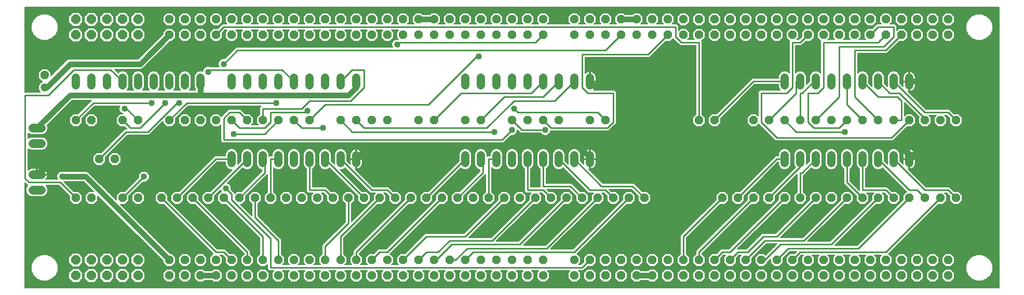
<source format=gbl>
G75*
%MOIN*%
%OFA0B0*%
%FSLAX25Y25*%
%IPPOS*%
%LPD*%
%AMOC8*
5,1,8,0,0,1.08239X$1,22.5*
%
%ADD10OC8,0.05250*%
%ADD11OC8,0.05200*%
%ADD12C,0.05200*%
%ADD13OC8,0.06000*%
%ADD14C,0.05600*%
%ADD15C,0.05200*%
%ADD16C,0.03600*%
%ADD17C,0.04000*%
%ADD18C,0.01000*%
%ADD19C,0.00600*%
D10*
X0096300Y0021300D03*
X0106300Y0021300D03*
X0116300Y0021300D03*
X0126300Y0021300D03*
X0136300Y0021300D03*
X0146300Y0021300D03*
X0156300Y0021300D03*
X0166300Y0021300D03*
X0176300Y0021300D03*
X0186300Y0021300D03*
X0196300Y0021300D03*
X0206300Y0021300D03*
X0216300Y0021300D03*
X0226300Y0021300D03*
X0236300Y0021300D03*
X0246300Y0021300D03*
X0256300Y0021300D03*
X0266300Y0021300D03*
X0276300Y0021300D03*
X0286300Y0021300D03*
X0296300Y0021300D03*
X0306300Y0021300D03*
X0316300Y0021300D03*
X0326300Y0021300D03*
X0336300Y0021300D03*
X0356300Y0021300D03*
X0366300Y0021300D03*
X0376300Y0021300D03*
X0386300Y0021300D03*
X0396300Y0021300D03*
X0406300Y0021300D03*
X0416300Y0021300D03*
X0426300Y0021300D03*
X0436300Y0021300D03*
X0446300Y0021300D03*
X0456300Y0021300D03*
X0466300Y0021300D03*
X0476300Y0021300D03*
X0486300Y0021300D03*
X0496300Y0021300D03*
X0506300Y0021300D03*
X0516300Y0021300D03*
X0526300Y0021300D03*
X0536300Y0021300D03*
X0546300Y0021300D03*
X0556300Y0021300D03*
X0566300Y0021300D03*
X0576300Y0021300D03*
X0586300Y0021300D03*
X0596300Y0021300D03*
X0596300Y0031300D03*
X0586300Y0031300D03*
X0576300Y0031300D03*
X0566300Y0031300D03*
X0556300Y0031300D03*
X0546300Y0031300D03*
X0536300Y0031300D03*
X0526300Y0031300D03*
X0516300Y0031300D03*
X0506300Y0031300D03*
X0496300Y0031300D03*
X0486300Y0031300D03*
X0476300Y0031300D03*
X0466300Y0031300D03*
X0456300Y0031300D03*
X0446300Y0031300D03*
X0436300Y0031300D03*
X0426300Y0031300D03*
X0416300Y0031300D03*
X0406300Y0031300D03*
X0396300Y0031300D03*
X0386300Y0031300D03*
X0376300Y0031300D03*
X0366300Y0031300D03*
X0356300Y0031300D03*
X0336300Y0031300D03*
X0326300Y0031300D03*
X0316300Y0031300D03*
X0306300Y0031300D03*
X0296300Y0031300D03*
X0286300Y0031300D03*
X0276300Y0031300D03*
X0266300Y0031300D03*
X0256300Y0031300D03*
X0246300Y0031300D03*
X0236300Y0031300D03*
X0226300Y0031300D03*
X0216300Y0031300D03*
X0206300Y0031300D03*
X0196300Y0031300D03*
X0186300Y0031300D03*
X0176300Y0031300D03*
X0166300Y0031300D03*
X0156300Y0031300D03*
X0146300Y0031300D03*
X0136300Y0031300D03*
X0126300Y0031300D03*
X0116300Y0031300D03*
X0106300Y0031300D03*
X0096300Y0031300D03*
X0096300Y0176300D03*
X0106300Y0176300D03*
X0116300Y0176300D03*
X0126300Y0176300D03*
X0136300Y0176300D03*
X0146300Y0176300D03*
X0156300Y0176300D03*
X0166300Y0176300D03*
X0176300Y0176300D03*
X0186300Y0176300D03*
X0196300Y0176300D03*
X0206300Y0176300D03*
X0216300Y0176300D03*
X0226300Y0176300D03*
X0236300Y0176300D03*
X0246300Y0176300D03*
X0256300Y0176300D03*
X0266300Y0176300D03*
X0276300Y0176300D03*
X0286300Y0176300D03*
X0296300Y0176300D03*
X0306300Y0176300D03*
X0316300Y0176300D03*
X0326300Y0176300D03*
X0336300Y0176300D03*
X0356300Y0176300D03*
X0366300Y0176300D03*
X0376300Y0176300D03*
X0386300Y0176300D03*
X0396300Y0176300D03*
X0406300Y0176300D03*
X0416300Y0176300D03*
X0426300Y0176300D03*
X0436300Y0176300D03*
X0446300Y0176300D03*
X0456300Y0176300D03*
X0466300Y0176300D03*
X0476300Y0176300D03*
X0486300Y0176300D03*
X0496300Y0176300D03*
X0506300Y0176300D03*
X0516300Y0176300D03*
X0526300Y0176300D03*
X0536300Y0176300D03*
X0546300Y0176300D03*
X0556300Y0176300D03*
X0566300Y0176300D03*
X0576300Y0176300D03*
X0586300Y0176300D03*
X0596300Y0176300D03*
X0596300Y0186300D03*
X0586300Y0186300D03*
X0576300Y0186300D03*
X0566300Y0186300D03*
X0556300Y0186300D03*
X0546300Y0186300D03*
X0536300Y0186300D03*
X0526300Y0186300D03*
X0516300Y0186300D03*
X0506300Y0186300D03*
X0496300Y0186300D03*
X0486300Y0186300D03*
X0476300Y0186300D03*
X0466300Y0186300D03*
X0456300Y0186300D03*
X0446300Y0186300D03*
X0436300Y0186300D03*
X0426300Y0186300D03*
X0416300Y0186300D03*
X0406300Y0186300D03*
X0396300Y0186300D03*
X0386300Y0186300D03*
X0376300Y0186300D03*
X0366300Y0186300D03*
X0356300Y0186300D03*
X0336300Y0186300D03*
X0326300Y0186300D03*
X0316300Y0186300D03*
X0306300Y0186300D03*
X0296300Y0186300D03*
X0286300Y0186300D03*
X0276300Y0186300D03*
X0266300Y0186300D03*
X0256300Y0186300D03*
X0246300Y0186300D03*
X0236300Y0186300D03*
X0226300Y0186300D03*
X0216300Y0186300D03*
X0206300Y0186300D03*
X0196300Y0186300D03*
X0186300Y0186300D03*
X0176300Y0186300D03*
X0166300Y0186300D03*
X0156300Y0186300D03*
X0146300Y0186300D03*
X0136300Y0186300D03*
X0126300Y0186300D03*
X0116300Y0186300D03*
X0106300Y0186300D03*
X0096300Y0186300D03*
D11*
X0016300Y0150300D03*
X0036300Y0121300D03*
X0046300Y0121300D03*
X0066300Y0121300D03*
X0076300Y0121300D03*
X0096300Y0121300D03*
X0106300Y0121300D03*
X0116300Y0121300D03*
X0126300Y0121300D03*
X0136300Y0121300D03*
X0146300Y0121300D03*
X0156300Y0121300D03*
X0166300Y0121300D03*
X0176300Y0121300D03*
X0186300Y0121300D03*
X0206300Y0121300D03*
X0216300Y0121300D03*
X0226300Y0121300D03*
X0236300Y0121300D03*
X0256300Y0121300D03*
X0266300Y0121300D03*
X0286300Y0121300D03*
X0296300Y0121300D03*
X0316300Y0121300D03*
X0326300Y0121300D03*
X0336300Y0121300D03*
X0346300Y0121300D03*
X0366300Y0121300D03*
X0376300Y0121300D03*
X0436300Y0121300D03*
X0446300Y0121300D03*
X0471300Y0121300D03*
X0481300Y0121300D03*
X0491300Y0121300D03*
X0501300Y0121300D03*
X0511300Y0121300D03*
X0521300Y0121300D03*
X0531300Y0121300D03*
X0541300Y0121300D03*
X0551300Y0121300D03*
X0561300Y0121300D03*
X0571300Y0121300D03*
X0581300Y0121300D03*
X0591300Y0121300D03*
X0601300Y0121300D03*
X0601300Y0071300D03*
X0591300Y0071300D03*
X0581300Y0071300D03*
X0571300Y0071300D03*
X0561300Y0071300D03*
X0551300Y0071300D03*
X0541300Y0071300D03*
X0531300Y0071300D03*
X0521300Y0071300D03*
X0511300Y0071300D03*
X0501300Y0071300D03*
X0491300Y0071300D03*
X0481300Y0071300D03*
X0471300Y0071300D03*
X0461300Y0071300D03*
X0451300Y0071300D03*
X0401300Y0071300D03*
X0391300Y0071300D03*
X0381300Y0071300D03*
X0371300Y0071300D03*
X0361300Y0071300D03*
X0351300Y0071300D03*
X0341300Y0071300D03*
X0331300Y0071300D03*
X0321300Y0071300D03*
X0311300Y0071300D03*
X0301300Y0071300D03*
X0291300Y0071300D03*
X0281300Y0071300D03*
X0271300Y0071300D03*
X0261300Y0071300D03*
X0251300Y0071300D03*
X0241300Y0071300D03*
X0231300Y0071300D03*
X0221300Y0071300D03*
X0211300Y0071300D03*
X0201300Y0071300D03*
X0191300Y0071300D03*
X0181300Y0071300D03*
X0171300Y0071300D03*
X0161300Y0071300D03*
X0151300Y0071300D03*
X0141300Y0071300D03*
X0131300Y0071300D03*
X0121300Y0071300D03*
X0111300Y0071300D03*
X0101300Y0071300D03*
X0091300Y0071300D03*
X0076300Y0071300D03*
X0066300Y0071300D03*
X0046300Y0071300D03*
X0036300Y0071300D03*
X0051300Y0096300D03*
X0061300Y0096300D03*
D12*
X0136300Y0098900D02*
X0136300Y0093700D01*
X0146300Y0093700D02*
X0146300Y0098900D01*
X0156300Y0098900D02*
X0156300Y0093700D01*
X0166300Y0093700D02*
X0166300Y0098900D01*
X0176300Y0098900D02*
X0176300Y0093700D01*
X0186300Y0093700D02*
X0186300Y0098900D01*
X0196300Y0098900D02*
X0196300Y0093700D01*
X0206300Y0093700D02*
X0206300Y0098900D01*
X0216300Y0098900D02*
X0216300Y0093700D01*
X0286300Y0093700D02*
X0286300Y0098900D01*
X0296300Y0098900D02*
X0296300Y0093700D01*
X0306300Y0093700D02*
X0306300Y0098900D01*
X0316300Y0098900D02*
X0316300Y0093700D01*
X0326300Y0093700D02*
X0326300Y0098900D01*
X0336300Y0098900D02*
X0336300Y0093700D01*
X0346300Y0093700D02*
X0346300Y0098900D01*
X0356300Y0098900D02*
X0356300Y0093700D01*
X0366300Y0093700D02*
X0366300Y0098900D01*
X0491300Y0098900D02*
X0491300Y0093700D01*
X0501300Y0093700D02*
X0501300Y0098900D01*
X0511300Y0098900D02*
X0511300Y0093700D01*
X0521300Y0093700D02*
X0521300Y0098900D01*
X0531300Y0098900D02*
X0531300Y0093700D01*
X0541300Y0093700D02*
X0541300Y0098900D01*
X0551300Y0098900D02*
X0551300Y0093700D01*
X0561300Y0093700D02*
X0561300Y0098900D01*
X0571300Y0098900D02*
X0571300Y0093700D01*
X0571300Y0143700D02*
X0571300Y0148900D01*
X0561300Y0148900D02*
X0561300Y0143700D01*
X0551300Y0143700D02*
X0551300Y0148900D01*
X0541300Y0148900D02*
X0541300Y0143700D01*
X0531300Y0143700D02*
X0531300Y0148900D01*
X0521300Y0148900D02*
X0521300Y0143700D01*
X0511300Y0143700D02*
X0511300Y0148900D01*
X0501300Y0148900D02*
X0501300Y0143700D01*
X0491300Y0143700D02*
X0491300Y0148900D01*
X0366300Y0148900D02*
X0366300Y0143700D01*
X0356300Y0143700D02*
X0356300Y0148900D01*
X0346300Y0148900D02*
X0346300Y0143700D01*
X0336300Y0143700D02*
X0336300Y0148900D01*
X0326300Y0148900D02*
X0326300Y0143700D01*
X0316300Y0143700D02*
X0316300Y0148900D01*
X0306300Y0148900D02*
X0306300Y0143700D01*
X0296300Y0143700D02*
X0296300Y0148900D01*
X0286300Y0148900D02*
X0286300Y0143700D01*
X0216300Y0143700D02*
X0216300Y0148900D01*
X0206300Y0148900D02*
X0206300Y0143700D01*
X0196300Y0143700D02*
X0196300Y0148900D01*
X0186300Y0148900D02*
X0186300Y0143700D01*
X0176300Y0143700D02*
X0176300Y0148900D01*
X0166300Y0148900D02*
X0166300Y0143700D01*
X0156300Y0143700D02*
X0156300Y0148900D01*
X0146300Y0148900D02*
X0146300Y0143700D01*
X0136300Y0143700D02*
X0136300Y0148900D01*
X0116300Y0148900D02*
X0116300Y0143700D01*
X0106300Y0143700D02*
X0106300Y0148900D01*
X0096300Y0148900D02*
X0096300Y0143700D01*
X0086300Y0143700D02*
X0086300Y0148900D01*
X0076300Y0148900D02*
X0076300Y0143700D01*
X0066300Y0143700D02*
X0066300Y0148900D01*
X0056300Y0148900D02*
X0056300Y0143700D01*
X0046300Y0143700D02*
X0046300Y0148900D01*
X0036300Y0148900D02*
X0036300Y0143700D01*
D13*
X0036300Y0176300D03*
X0046300Y0176300D03*
X0056300Y0176300D03*
X0066300Y0176300D03*
X0076300Y0176300D03*
X0076300Y0186300D03*
X0066300Y0186300D03*
X0056300Y0186300D03*
X0046300Y0186300D03*
X0036300Y0186300D03*
X0036300Y0031300D03*
X0046300Y0031300D03*
X0056300Y0031300D03*
X0066300Y0031300D03*
X0076300Y0031300D03*
X0076300Y0021300D03*
X0066300Y0021300D03*
X0056300Y0021300D03*
X0046300Y0021300D03*
X0036300Y0021300D03*
D14*
X0014100Y0076300D02*
X0008500Y0076300D01*
X0008500Y0086300D02*
X0014100Y0086300D01*
X0014100Y0106300D02*
X0008500Y0106300D01*
X0008500Y0116300D02*
X0014100Y0116300D01*
D15*
X0016300Y0142300D03*
D16*
X0016300Y0142550D01*
X0017550Y0142550D01*
X0032550Y0157550D01*
X0077550Y0157550D01*
X0096300Y0176300D01*
X0116300Y0146300D02*
X0116300Y0137550D01*
X0211300Y0137550D01*
X0216300Y0142550D01*
X0216300Y0146300D01*
X0116300Y0137550D02*
X0032550Y0137550D01*
X0011300Y0116300D01*
X0015050Y0090050D02*
X0115050Y0090050D01*
X0130050Y0105050D01*
X0222550Y0105050D01*
X0223800Y0103800D01*
X0216300Y0096300D01*
X0223800Y0103800D02*
X0225050Y0105050D01*
X0358800Y0105050D01*
X0360050Y0106300D01*
X0385050Y0106300D01*
X0386300Y0105050D01*
X0565050Y0105050D01*
X0571300Y0098800D01*
X0571300Y0096300D01*
X0590050Y0115050D01*
X0603800Y0115050D01*
X0607550Y0118800D01*
X0607550Y0146300D01*
X0571300Y0146300D01*
X0396300Y0186300D02*
X0386300Y0186300D01*
X0366300Y0146300D02*
X0370050Y0142550D01*
X0382550Y0142550D01*
X0385050Y0140050D01*
X0385050Y0106300D01*
X0366300Y0097550D02*
X0358800Y0105050D01*
X0366300Y0097550D02*
X0366300Y0096300D01*
X0396300Y0021300D02*
X0406300Y0021300D01*
X0126300Y0021300D02*
X0116300Y0021300D01*
X0096300Y0031300D02*
X0042550Y0085050D01*
X0027550Y0085050D01*
X0015050Y0090050D02*
X0011300Y0086300D01*
X0256300Y0186300D02*
X0266300Y0186300D01*
D17*
X0242550Y0170050D03*
X0295050Y0162550D03*
X0317550Y0128800D03*
X0316300Y0115050D03*
X0305050Y0113800D03*
X0337550Y0115050D03*
X0195050Y0116300D03*
X0185050Y0127550D03*
X0165050Y0132550D03*
X0137550Y0112550D03*
X0102550Y0132550D03*
X0093800Y0132550D03*
X0085050Y0132550D03*
X0067550Y0128800D03*
X0121300Y0152550D03*
X0131300Y0157550D03*
X0080050Y0085050D03*
X0027550Y0085050D03*
X0132550Y0077550D03*
X0530050Y0113800D03*
D18*
X0498800Y0113800D01*
X0491300Y0121300D01*
X0481300Y0121300D02*
X0498800Y0138800D01*
X0498800Y0146300D01*
X0501300Y0146300D01*
X0502550Y0138800D02*
X0510050Y0146300D01*
X0511300Y0146300D01*
X0516300Y0142550D02*
X0516300Y0171300D01*
X0551300Y0171300D01*
X0556300Y0176300D01*
X0561300Y0175050D02*
X0561300Y0181300D01*
X0551300Y0181300D01*
X0546300Y0176300D01*
X0555050Y0168800D02*
X0561300Y0175050D01*
X0566300Y0176300D02*
X0556300Y0166300D01*
X0536300Y0166300D01*
X0536300Y0136300D01*
X0551300Y0121300D01*
X0561300Y0121300D02*
X0566300Y0121300D01*
X0566300Y0133800D01*
X0563800Y0136300D01*
X0551300Y0136300D01*
X0541300Y0146300D01*
X0531300Y0146300D02*
X0531300Y0131300D01*
X0541300Y0121300D01*
X0531300Y0121300D02*
X0526300Y0116300D01*
X0510050Y0116300D01*
X0506300Y0120050D01*
X0506300Y0138800D01*
X0512550Y0138800D01*
X0516300Y0142550D01*
X0502550Y0138800D02*
X0501300Y0138800D01*
X0501300Y0121300D01*
X0511300Y0121300D02*
X0526300Y0136300D01*
X0526300Y0168800D01*
X0555050Y0168800D01*
X0506300Y0176300D02*
X0501300Y0171300D01*
X0496300Y0171300D01*
X0496300Y0142550D01*
X0492550Y0138800D01*
X0476300Y0138800D01*
X0476300Y0120050D01*
X0486300Y0110050D01*
X0560050Y0110050D01*
X0571300Y0121300D01*
X0581300Y0121300D02*
X0581300Y0122550D01*
X0565050Y0138800D01*
X0558800Y0138800D01*
X0551300Y0146300D01*
X0561300Y0146300D02*
X0581300Y0126300D01*
X0596300Y0126300D01*
X0601300Y0121300D01*
X0561300Y0096300D02*
X0581300Y0076300D01*
X0596300Y0076300D01*
X0601300Y0071300D01*
X0591300Y0071300D02*
X0556300Y0036300D01*
X0501300Y0036300D01*
X0496300Y0031300D01*
X0493800Y0038800D02*
X0486300Y0031300D01*
X0478800Y0031300D02*
X0476300Y0031300D01*
X0478800Y0031300D02*
X0488800Y0041300D01*
X0521300Y0041300D01*
X0551300Y0071300D01*
X0556300Y0076300D02*
X0561300Y0071300D01*
X0556300Y0076300D02*
X0541300Y0076300D01*
X0541300Y0096300D01*
X0531300Y0096300D02*
X0531300Y0081300D01*
X0541300Y0071300D01*
X0531300Y0071300D02*
X0503800Y0043800D01*
X0478800Y0043800D01*
X0466300Y0031300D01*
X0461300Y0036300D02*
X0456300Y0031300D01*
X0456300Y0036300D02*
X0451300Y0036300D01*
X0446300Y0031300D01*
X0436300Y0031300D02*
X0436300Y0036300D01*
X0471300Y0071300D01*
X0461300Y0071300D02*
X0486300Y0096300D01*
X0491300Y0096300D01*
X0501300Y0096300D02*
X0501300Y0091300D01*
X0481300Y0071300D01*
X0491300Y0071300D02*
X0456300Y0036300D01*
X0461300Y0036300D02*
X0467550Y0036300D01*
X0477550Y0046300D01*
X0486300Y0046300D01*
X0511300Y0071300D01*
X0501300Y0071300D02*
X0501300Y0087550D01*
X0502550Y0087550D01*
X0511300Y0096300D01*
X0551300Y0096300D02*
X0571300Y0076300D01*
X0576300Y0076300D01*
X0581300Y0071300D01*
X0571300Y0071300D02*
X0538800Y0038800D01*
X0493800Y0038800D01*
X0451300Y0071300D02*
X0426300Y0046300D01*
X0426300Y0031300D01*
X0366300Y0031300D02*
X0361300Y0026300D01*
X0161300Y0026300D01*
X0161300Y0045050D01*
X0136300Y0070050D01*
X0136300Y0073800D01*
X0132550Y0077550D01*
X0131300Y0071300D02*
X0156300Y0046300D01*
X0156300Y0031300D01*
X0146300Y0031300D02*
X0146300Y0036300D01*
X0111300Y0071300D01*
X0101300Y0071300D02*
X0126300Y0096300D01*
X0136300Y0096300D01*
X0146300Y0096300D02*
X0121300Y0071300D01*
X0141300Y0071300D02*
X0157550Y0087550D01*
X0157550Y0096300D01*
X0156300Y0096300D01*
X0161300Y0096300D02*
X0166300Y0096300D01*
X0161300Y0096300D02*
X0161300Y0071300D01*
X0151300Y0071300D02*
X0151300Y0058800D01*
X0166300Y0043800D01*
X0166300Y0031300D01*
X0136300Y0031300D02*
X0131300Y0036300D01*
X0126300Y0036300D01*
X0091300Y0071300D01*
X0080050Y0085050D02*
X0066300Y0071300D01*
X0036300Y0071300D02*
X0026300Y0081300D01*
X0006300Y0081300D01*
X0003800Y0083800D01*
X0003800Y0137550D01*
X0018800Y0137550D01*
X0035050Y0153800D01*
X0058800Y0153800D01*
X0066300Y0146300D01*
X0085050Y0132550D02*
X0047550Y0132550D01*
X0036300Y0121300D01*
X0051300Y0096300D02*
X0068800Y0113800D01*
X0082550Y0113800D01*
X0101300Y0132550D01*
X0102550Y0132550D01*
X0107550Y0132550D02*
X0165050Y0132550D01*
X0156300Y0128800D02*
X0181300Y0128800D01*
X0186300Y0133800D01*
X0212550Y0133800D01*
X0221300Y0142550D01*
X0221300Y0153800D01*
X0213800Y0153800D01*
X0206300Y0146300D01*
X0176300Y0146300D02*
X0168800Y0153800D01*
X0122550Y0153800D01*
X0121300Y0152550D01*
X0131300Y0157550D02*
X0140050Y0166300D01*
X0376300Y0166300D01*
X0386300Y0176300D01*
X0403800Y0163800D02*
X0416300Y0176300D01*
X0421300Y0175050D02*
X0421300Y0181300D01*
X0131300Y0181300D01*
X0126300Y0176300D01*
X0242550Y0170050D02*
X0243800Y0171300D01*
X0331300Y0171300D01*
X0336300Y0176300D01*
X0361300Y0163800D02*
X0403800Y0163800D01*
X0421300Y0175050D02*
X0425050Y0171300D01*
X0436300Y0171300D01*
X0436300Y0121300D01*
X0446300Y0121300D02*
X0471300Y0146300D01*
X0491300Y0146300D01*
X0381300Y0138800D02*
X0381300Y0120050D01*
X0377550Y0116300D01*
X0341300Y0116300D01*
X0336300Y0121300D01*
X0337550Y0115050D02*
X0322550Y0115050D01*
X0316300Y0121300D01*
X0320050Y0126300D02*
X0371300Y0126300D01*
X0376300Y0121300D01*
X0356300Y0146300D02*
X0343800Y0133800D01*
X0317550Y0133800D01*
X0300050Y0116300D01*
X0221300Y0116300D01*
X0216300Y0121300D01*
X0213800Y0113800D02*
X0206300Y0121300D01*
X0195050Y0116300D02*
X0181300Y0116300D01*
X0176300Y0121300D01*
X0166300Y0121300D02*
X0157550Y0112550D01*
X0137550Y0112550D01*
X0141300Y0116300D02*
X0157550Y0116300D01*
X0161300Y0120050D01*
X0161300Y0126300D01*
X0183800Y0126300D01*
X0185050Y0127550D01*
X0186300Y0121300D02*
X0196300Y0131300D01*
X0262550Y0131300D01*
X0293800Y0162550D01*
X0295050Y0162550D01*
X0328800Y0138800D02*
X0336300Y0146300D01*
X0346300Y0146300D02*
X0336300Y0136300D01*
X0311300Y0136300D01*
X0296300Y0121300D01*
X0305050Y0113800D02*
X0213800Y0113800D01*
X0206300Y0096300D02*
X0226300Y0076300D01*
X0236300Y0076300D01*
X0241300Y0071300D01*
X0251300Y0071300D02*
X0216300Y0036300D01*
X0216300Y0031300D01*
X0226300Y0031300D02*
X0231300Y0036300D01*
X0236300Y0036300D01*
X0271300Y0071300D01*
X0261300Y0071300D02*
X0286300Y0096300D01*
X0296300Y0096300D02*
X0297550Y0096300D01*
X0297550Y0087550D01*
X0281300Y0071300D01*
X0301300Y0071300D02*
X0301300Y0096300D01*
X0306300Y0096300D01*
X0326300Y0096300D02*
X0326300Y0076300D01*
X0336300Y0076300D01*
X0341300Y0071300D01*
X0331300Y0071300D02*
X0303800Y0043800D01*
X0276300Y0043800D01*
X0268800Y0036300D01*
X0261300Y0036300D01*
X0256300Y0031300D01*
X0246300Y0031300D02*
X0261300Y0046300D01*
X0286300Y0046300D01*
X0311300Y0071300D01*
X0336300Y0078800D02*
X0353800Y0078800D01*
X0361300Y0071300D01*
X0371300Y0071300D02*
X0338800Y0038800D01*
X0287550Y0038800D01*
X0280050Y0031300D01*
X0276300Y0031300D01*
X0267550Y0031300D02*
X0266300Y0031300D01*
X0267550Y0031300D02*
X0277550Y0041300D01*
X0321300Y0041300D01*
X0351300Y0071300D01*
X0366300Y0076300D02*
X0376300Y0076300D01*
X0381300Y0071300D01*
X0391300Y0071300D02*
X0356300Y0036300D01*
X0291300Y0036300D01*
X0286300Y0031300D01*
X0211300Y0055050D02*
X0196300Y0040050D01*
X0196300Y0031300D01*
X0206300Y0031300D02*
X0206300Y0046300D01*
X0231300Y0071300D01*
X0221300Y0071300D02*
X0196300Y0096300D01*
X0186300Y0096300D02*
X0186300Y0076300D01*
X0196300Y0076300D01*
X0201300Y0071300D01*
X0211300Y0071300D02*
X0211300Y0055050D01*
X0336300Y0078800D02*
X0336300Y0096300D01*
X0346300Y0096300D02*
X0366300Y0076300D01*
X0373800Y0078800D02*
X0393800Y0078800D01*
X0401300Y0071300D01*
X0373800Y0078800D02*
X0356300Y0096300D01*
X0316300Y0115050D02*
X0310050Y0108800D01*
X0131300Y0108800D01*
X0131300Y0122550D01*
X0135050Y0126300D01*
X0141300Y0126300D01*
X0146300Y0121300D01*
X0156300Y0121300D02*
X0156300Y0128800D01*
X0141300Y0116300D02*
X0136300Y0121300D01*
X0107550Y0132550D02*
X0096300Y0121300D01*
X0093800Y0132550D02*
X0077550Y0116300D01*
X0071300Y0116300D01*
X0066300Y0121300D01*
X0068800Y0128800D02*
X0076300Y0121300D01*
X0068800Y0128800D02*
X0067550Y0128800D01*
X0266300Y0121300D02*
X0283800Y0138800D01*
X0328800Y0138800D01*
X0317550Y0128800D02*
X0320050Y0126300D01*
X0361300Y0142550D02*
X0365050Y0138800D01*
X0381300Y0138800D01*
X0361300Y0142550D02*
X0361300Y0163800D01*
D19*
X0003600Y0081172D02*
X0003600Y0013600D01*
X0629000Y0013600D01*
X0629000Y0194000D01*
X0003600Y0194000D01*
X0003600Y0139550D01*
X0013252Y0139550D01*
X0012824Y0139978D01*
X0012200Y0141484D01*
X0012200Y0143116D01*
X0012824Y0144622D01*
X0013978Y0145776D01*
X0015002Y0146200D01*
X0014602Y0146200D01*
X0012200Y0148602D01*
X0012200Y0151998D01*
X0014602Y0154400D01*
X0017998Y0154400D01*
X0020400Y0151998D01*
X0020400Y0150067D01*
X0030681Y0160348D01*
X0031894Y0160850D01*
X0076183Y0160850D01*
X0092175Y0176842D01*
X0092175Y0178009D01*
X0094591Y0180425D01*
X0098009Y0180425D01*
X0100425Y0178009D01*
X0100425Y0174591D01*
X0098009Y0172175D01*
X0096842Y0172175D01*
X0080348Y0155681D01*
X0079419Y0154752D01*
X0078206Y0154250D01*
X0061178Y0154250D01*
X0063515Y0151913D01*
X0063978Y0152376D01*
X0065484Y0153000D01*
X0067116Y0153000D01*
X0068622Y0152376D01*
X0069776Y0151222D01*
X0070400Y0149716D01*
X0070400Y0142884D01*
X0069776Y0141378D01*
X0069248Y0140850D01*
X0073352Y0140850D01*
X0072824Y0141378D01*
X0072200Y0142884D01*
X0072200Y0149716D01*
X0072824Y0151222D01*
X0073978Y0152376D01*
X0075484Y0153000D01*
X0077116Y0153000D01*
X0078622Y0152376D01*
X0079776Y0151222D01*
X0080400Y0149716D01*
X0080400Y0142884D01*
X0079776Y0141378D01*
X0079248Y0140850D01*
X0083352Y0140850D01*
X0082824Y0141378D01*
X0082200Y0142884D01*
X0082200Y0149716D01*
X0082824Y0151222D01*
X0083978Y0152376D01*
X0085484Y0153000D01*
X0087116Y0153000D01*
X0088622Y0152376D01*
X0089776Y0151222D01*
X0090400Y0149716D01*
X0090400Y0142884D01*
X0089776Y0141378D01*
X0089248Y0140850D01*
X0093352Y0140850D01*
X0092824Y0141378D01*
X0092200Y0142884D01*
X0092200Y0149716D01*
X0092824Y0151222D01*
X0093978Y0152376D01*
X0095484Y0153000D01*
X0097116Y0153000D01*
X0098622Y0152376D01*
X0099776Y0151222D01*
X0100400Y0149716D01*
X0100400Y0142884D01*
X0099776Y0141378D01*
X0099248Y0140850D01*
X0103352Y0140850D01*
X0102824Y0141378D01*
X0102200Y0142884D01*
X0102200Y0149716D01*
X0102824Y0151222D01*
X0103978Y0152376D01*
X0105484Y0153000D01*
X0107116Y0153000D01*
X0108622Y0152376D01*
X0109776Y0151222D01*
X0110400Y0149716D01*
X0110400Y0142884D01*
X0109776Y0141378D01*
X0109248Y0140850D01*
X0113000Y0140850D01*
X0113000Y0141202D01*
X0112824Y0141378D01*
X0112200Y0142884D01*
X0112200Y0149716D01*
X0112824Y0151222D01*
X0113978Y0152376D01*
X0115484Y0153000D01*
X0117116Y0153000D01*
X0117800Y0152716D01*
X0117800Y0153246D01*
X0118333Y0154533D01*
X0119317Y0155517D01*
X0120604Y0156050D01*
X0121996Y0156050D01*
X0122600Y0155800D01*
X0128237Y0155800D01*
X0127800Y0156854D01*
X0127800Y0158246D01*
X0128333Y0159533D01*
X0129317Y0160517D01*
X0130604Y0161050D01*
X0131972Y0161050D01*
X0138050Y0167128D01*
X0139222Y0168300D01*
X0239487Y0168300D01*
X0239050Y0169354D01*
X0239050Y0170746D01*
X0239583Y0172033D01*
X0240567Y0173017D01*
X0241854Y0173550D01*
X0243216Y0173550D01*
X0242175Y0174591D01*
X0242175Y0178009D01*
X0243466Y0179300D01*
X0239134Y0179300D01*
X0240425Y0178009D01*
X0240425Y0174591D01*
X0238009Y0172175D01*
X0234591Y0172175D01*
X0232175Y0174591D01*
X0232175Y0178009D01*
X0233466Y0179300D01*
X0229134Y0179300D01*
X0230425Y0178009D01*
X0230425Y0174591D01*
X0228009Y0172175D01*
X0224591Y0172175D01*
X0222175Y0174591D01*
X0222175Y0178009D01*
X0223466Y0179300D01*
X0219134Y0179300D01*
X0220425Y0178009D01*
X0220425Y0174591D01*
X0218009Y0172175D01*
X0214591Y0172175D01*
X0212175Y0174591D01*
X0212175Y0178009D01*
X0213466Y0179300D01*
X0209134Y0179300D01*
X0210425Y0178009D01*
X0210425Y0174591D01*
X0208009Y0172175D01*
X0204591Y0172175D01*
X0202175Y0174591D01*
X0202175Y0178009D01*
X0203466Y0179300D01*
X0199134Y0179300D01*
X0200425Y0178009D01*
X0200425Y0174591D01*
X0198009Y0172175D01*
X0194591Y0172175D01*
X0192175Y0174591D01*
X0192175Y0178009D01*
X0193466Y0179300D01*
X0189134Y0179300D01*
X0190425Y0178009D01*
X0190425Y0174591D01*
X0188009Y0172175D01*
X0184591Y0172175D01*
X0182175Y0174591D01*
X0182175Y0178009D01*
X0183466Y0179300D01*
X0179134Y0179300D01*
X0180425Y0178009D01*
X0180425Y0174591D01*
X0178009Y0172175D01*
X0174591Y0172175D01*
X0172175Y0174591D01*
X0172175Y0178009D01*
X0173466Y0179300D01*
X0169134Y0179300D01*
X0170425Y0178009D01*
X0170425Y0174591D01*
X0168009Y0172175D01*
X0164591Y0172175D01*
X0162175Y0174591D01*
X0162175Y0178009D01*
X0163466Y0179300D01*
X0159134Y0179300D01*
X0160425Y0178009D01*
X0160425Y0174591D01*
X0158009Y0172175D01*
X0154591Y0172175D01*
X0152175Y0174591D01*
X0152175Y0178009D01*
X0153466Y0179300D01*
X0149134Y0179300D01*
X0150425Y0178009D01*
X0150425Y0174591D01*
X0148009Y0172175D01*
X0144591Y0172175D01*
X0142175Y0174591D01*
X0142175Y0178009D01*
X0143466Y0179300D01*
X0139134Y0179300D01*
X0140425Y0178009D01*
X0140425Y0174591D01*
X0138009Y0172175D01*
X0134591Y0172175D01*
X0132175Y0174591D01*
X0132175Y0178009D01*
X0133466Y0179300D01*
X0132128Y0179300D01*
X0130425Y0177597D01*
X0130425Y0174591D01*
X0128009Y0172175D01*
X0124591Y0172175D01*
X0122175Y0174591D01*
X0122175Y0178009D01*
X0124591Y0180425D01*
X0127597Y0180425D01*
X0130472Y0183300D01*
X0133466Y0183300D01*
X0132175Y0184591D01*
X0132175Y0188009D01*
X0134591Y0190425D01*
X0138009Y0190425D01*
X0140425Y0188009D01*
X0140425Y0184591D01*
X0139134Y0183300D01*
X0143466Y0183300D01*
X0142175Y0184591D01*
X0142175Y0188009D01*
X0144591Y0190425D01*
X0148009Y0190425D01*
X0150425Y0188009D01*
X0150425Y0184591D01*
X0149134Y0183300D01*
X0153466Y0183300D01*
X0152175Y0184591D01*
X0152175Y0188009D01*
X0154591Y0190425D01*
X0158009Y0190425D01*
X0160425Y0188009D01*
X0160425Y0184591D01*
X0159134Y0183300D01*
X0163466Y0183300D01*
X0162175Y0184591D01*
X0162175Y0188009D01*
X0164591Y0190425D01*
X0168009Y0190425D01*
X0170425Y0188009D01*
X0170425Y0184591D01*
X0169134Y0183300D01*
X0173466Y0183300D01*
X0172175Y0184591D01*
X0172175Y0188009D01*
X0174591Y0190425D01*
X0178009Y0190425D01*
X0180425Y0188009D01*
X0180425Y0184591D01*
X0179134Y0183300D01*
X0183466Y0183300D01*
X0182175Y0184591D01*
X0182175Y0188009D01*
X0184591Y0190425D01*
X0188009Y0190425D01*
X0190425Y0188009D01*
X0190425Y0184591D01*
X0189134Y0183300D01*
X0193466Y0183300D01*
X0192175Y0184591D01*
X0192175Y0188009D01*
X0194591Y0190425D01*
X0198009Y0190425D01*
X0200425Y0188009D01*
X0200425Y0184591D01*
X0199134Y0183300D01*
X0203466Y0183300D01*
X0202175Y0184591D01*
X0202175Y0188009D01*
X0204591Y0190425D01*
X0208009Y0190425D01*
X0210425Y0188009D01*
X0210425Y0184591D01*
X0209134Y0183300D01*
X0213466Y0183300D01*
X0212175Y0184591D01*
X0212175Y0188009D01*
X0214591Y0190425D01*
X0218009Y0190425D01*
X0220425Y0188009D01*
X0220425Y0184591D01*
X0219134Y0183300D01*
X0223466Y0183300D01*
X0222175Y0184591D01*
X0222175Y0188009D01*
X0224591Y0190425D01*
X0228009Y0190425D01*
X0230425Y0188009D01*
X0230425Y0184591D01*
X0229134Y0183300D01*
X0233466Y0183300D01*
X0232175Y0184591D01*
X0232175Y0188009D01*
X0234591Y0190425D01*
X0238009Y0190425D01*
X0240425Y0188009D01*
X0240425Y0184591D01*
X0239134Y0183300D01*
X0243466Y0183300D01*
X0242175Y0184591D01*
X0242175Y0188009D01*
X0244591Y0190425D01*
X0248009Y0190425D01*
X0250425Y0188009D01*
X0250425Y0184591D01*
X0249134Y0183300D01*
X0253466Y0183300D01*
X0252175Y0184591D01*
X0252175Y0188009D01*
X0254591Y0190425D01*
X0258009Y0190425D01*
X0258834Y0189600D01*
X0263766Y0189600D01*
X0264591Y0190425D01*
X0268009Y0190425D01*
X0270425Y0188009D01*
X0270425Y0184591D01*
X0269134Y0183300D01*
X0273466Y0183300D01*
X0272175Y0184591D01*
X0272175Y0188009D01*
X0274591Y0190425D01*
X0278009Y0190425D01*
X0280425Y0188009D01*
X0280425Y0184591D01*
X0279134Y0183300D01*
X0283466Y0183300D01*
X0282175Y0184591D01*
X0282175Y0188009D01*
X0284591Y0190425D01*
X0288009Y0190425D01*
X0290425Y0188009D01*
X0290425Y0184591D01*
X0289134Y0183300D01*
X0293466Y0183300D01*
X0292175Y0184591D01*
X0292175Y0188009D01*
X0294591Y0190425D01*
X0298009Y0190425D01*
X0300425Y0188009D01*
X0300425Y0184591D01*
X0299134Y0183300D01*
X0303466Y0183300D01*
X0302175Y0184591D01*
X0302175Y0188009D01*
X0304591Y0190425D01*
X0308009Y0190425D01*
X0310425Y0188009D01*
X0310425Y0184591D01*
X0309134Y0183300D01*
X0313466Y0183300D01*
X0312175Y0184591D01*
X0312175Y0188009D01*
X0314591Y0190425D01*
X0318009Y0190425D01*
X0320425Y0188009D01*
X0320425Y0184591D01*
X0319134Y0183300D01*
X0323466Y0183300D01*
X0322175Y0184591D01*
X0322175Y0188009D01*
X0324591Y0190425D01*
X0328009Y0190425D01*
X0330425Y0188009D01*
X0330425Y0184591D01*
X0329134Y0183300D01*
X0333466Y0183300D01*
X0332175Y0184591D01*
X0332175Y0188009D01*
X0334591Y0190425D01*
X0338009Y0190425D01*
X0340425Y0188009D01*
X0340425Y0184591D01*
X0339134Y0183300D01*
X0353466Y0183300D01*
X0352175Y0184591D01*
X0352175Y0188009D01*
X0354591Y0190425D01*
X0358009Y0190425D01*
X0360425Y0188009D01*
X0360425Y0184591D01*
X0359134Y0183300D01*
X0363466Y0183300D01*
X0362175Y0184591D01*
X0362175Y0188009D01*
X0364591Y0190425D01*
X0368009Y0190425D01*
X0370425Y0188009D01*
X0370425Y0184591D01*
X0369134Y0183300D01*
X0373466Y0183300D01*
X0372175Y0184591D01*
X0372175Y0188009D01*
X0374591Y0190425D01*
X0378009Y0190425D01*
X0380425Y0188009D01*
X0380425Y0184591D01*
X0379134Y0183300D01*
X0383466Y0183300D01*
X0382175Y0184591D01*
X0382175Y0188009D01*
X0384591Y0190425D01*
X0388009Y0190425D01*
X0388834Y0189600D01*
X0393766Y0189600D01*
X0394591Y0190425D01*
X0398009Y0190425D01*
X0400425Y0188009D01*
X0400425Y0184591D01*
X0399134Y0183300D01*
X0403466Y0183300D01*
X0402175Y0184591D01*
X0402175Y0188009D01*
X0404591Y0190425D01*
X0408009Y0190425D01*
X0410425Y0188009D01*
X0410425Y0184591D01*
X0409134Y0183300D01*
X0413466Y0183300D01*
X0412175Y0184591D01*
X0412175Y0188009D01*
X0414591Y0190425D01*
X0418009Y0190425D01*
X0420425Y0188009D01*
X0420425Y0184591D01*
X0419134Y0183300D01*
X0422128Y0183300D01*
X0423300Y0182128D01*
X0423300Y0179134D01*
X0424591Y0180425D01*
X0428009Y0180425D01*
X0430425Y0178009D01*
X0430425Y0174591D01*
X0429134Y0173300D01*
X0433466Y0173300D01*
X0432175Y0174591D01*
X0432175Y0178009D01*
X0434591Y0180425D01*
X0438009Y0180425D01*
X0440425Y0178009D01*
X0440425Y0174591D01*
X0438131Y0172297D01*
X0438300Y0172128D01*
X0438300Y0125098D01*
X0440400Y0122998D01*
X0440400Y0119602D01*
X0437998Y0117200D01*
X0434602Y0117200D01*
X0432200Y0119602D01*
X0432200Y0122998D01*
X0434300Y0125098D01*
X0434300Y0169300D01*
X0424222Y0169300D01*
X0420472Y0173050D01*
X0419678Y0173844D01*
X0418009Y0172175D01*
X0415003Y0172175D01*
X0404628Y0161800D01*
X0363300Y0161800D01*
X0363300Y0151415D01*
X0363814Y0151929D01*
X0364453Y0152356D01*
X0365162Y0152650D01*
X0365916Y0152800D01*
X0366000Y0152800D01*
X0366000Y0146600D01*
X0366600Y0146600D01*
X0366600Y0152800D01*
X0366684Y0152800D01*
X0367438Y0152650D01*
X0368147Y0152356D01*
X0368786Y0151929D01*
X0369329Y0151386D01*
X0369756Y0150747D01*
X0370050Y0150038D01*
X0370200Y0149284D01*
X0370200Y0146600D01*
X0366600Y0146600D01*
X0366600Y0146000D01*
X0370200Y0146000D01*
X0370200Y0143316D01*
X0370050Y0142562D01*
X0369756Y0141853D01*
X0369329Y0141214D01*
X0368915Y0140800D01*
X0382128Y0140800D01*
X0383300Y0139628D01*
X0383300Y0119222D01*
X0382128Y0118050D01*
X0378378Y0114300D01*
X0341028Y0114300D01*
X0340517Y0113067D01*
X0339533Y0112083D01*
X0338246Y0111550D01*
X0336854Y0111550D01*
X0335567Y0112083D01*
X0334600Y0113050D01*
X0321722Y0113050D01*
X0320550Y0114222D01*
X0319800Y0114972D01*
X0319800Y0114354D01*
X0319267Y0113067D01*
X0318283Y0112083D01*
X0316996Y0111550D01*
X0315628Y0111550D01*
X0310878Y0106800D01*
X0130472Y0106800D01*
X0129300Y0107972D01*
X0129300Y0118502D01*
X0127998Y0117200D01*
X0124602Y0117200D01*
X0122200Y0119602D01*
X0122200Y0122998D01*
X0124602Y0125400D01*
X0127998Y0125400D01*
X0129660Y0123738D01*
X0130472Y0124550D01*
X0134222Y0128300D01*
X0142128Y0128300D01*
X0143300Y0127128D01*
X0145028Y0125400D01*
X0147998Y0125400D01*
X0150400Y0122998D01*
X0150400Y0119602D01*
X0149098Y0118300D01*
X0153502Y0118300D01*
X0152200Y0119602D01*
X0152200Y0122998D01*
X0154300Y0125098D01*
X0154300Y0129628D01*
X0155222Y0130550D01*
X0108378Y0130550D01*
X0100400Y0122572D01*
X0100400Y0119602D01*
X0097998Y0117200D01*
X0094602Y0117200D01*
X0092200Y0119602D01*
X0092200Y0120622D01*
X0083378Y0111800D01*
X0069628Y0111800D01*
X0055400Y0097572D01*
X0055400Y0094602D01*
X0052998Y0092200D01*
X0049602Y0092200D01*
X0047200Y0094602D01*
X0047200Y0097998D01*
X0049602Y0100400D01*
X0052572Y0100400D01*
X0066800Y0114628D01*
X0067972Y0115800D01*
X0068972Y0115800D01*
X0067572Y0117200D01*
X0064602Y0117200D01*
X0062200Y0119602D01*
X0062200Y0122998D01*
X0064602Y0125400D01*
X0066612Y0125400D01*
X0065567Y0125833D01*
X0064583Y0126817D01*
X0064050Y0128104D01*
X0064050Y0129496D01*
X0064487Y0130550D01*
X0048378Y0130550D01*
X0040400Y0122572D01*
X0040400Y0119602D01*
X0037998Y0117200D01*
X0034602Y0117200D01*
X0032200Y0119602D01*
X0032200Y0122998D01*
X0034602Y0125400D01*
X0037572Y0125400D01*
X0045550Y0133378D01*
X0046422Y0134250D01*
X0033917Y0134250D01*
X0017938Y0118271D01*
X0018400Y0117155D01*
X0018400Y0115445D01*
X0017745Y0113864D01*
X0016536Y0112655D01*
X0014955Y0112000D01*
X0007645Y0112000D01*
X0006064Y0112655D01*
X0005800Y0112919D01*
X0005800Y0109681D01*
X0006064Y0109945D01*
X0007645Y0110600D01*
X0014955Y0110600D01*
X0016536Y0109945D01*
X0017745Y0108736D01*
X0018400Y0107155D01*
X0018400Y0105445D01*
X0017745Y0103864D01*
X0016536Y0102655D01*
X0014955Y0102000D01*
X0007645Y0102000D01*
X0006064Y0102655D01*
X0005800Y0102919D01*
X0005800Y0089398D01*
X0005829Y0089427D01*
X0006351Y0089807D01*
X0006926Y0090100D01*
X0007540Y0090299D01*
X0008177Y0090400D01*
X0011000Y0090400D01*
X0011000Y0086600D01*
X0011600Y0086600D01*
X0011600Y0090400D01*
X0014423Y0090400D01*
X0015060Y0090299D01*
X0015674Y0090100D01*
X0016249Y0089807D01*
X0016771Y0089427D01*
X0017227Y0088971D01*
X0017607Y0088449D01*
X0017900Y0087874D01*
X0018099Y0087260D01*
X0018200Y0086623D01*
X0018200Y0086600D01*
X0011600Y0086600D01*
X0011600Y0086000D01*
X0018200Y0086000D01*
X0018200Y0085977D01*
X0018099Y0085340D01*
X0017900Y0084726D01*
X0017607Y0084151D01*
X0017227Y0083629D01*
X0016898Y0083300D01*
X0024487Y0083300D01*
X0024050Y0084354D01*
X0024050Y0085746D01*
X0024583Y0087033D01*
X0025567Y0088017D01*
X0026854Y0088550D01*
X0028246Y0088550D01*
X0028729Y0088350D01*
X0043206Y0088350D01*
X0044419Y0087848D01*
X0045348Y0086919D01*
X0062200Y0070067D01*
X0062200Y0072998D01*
X0064602Y0075400D01*
X0067572Y0075400D01*
X0076550Y0084378D01*
X0076550Y0085746D01*
X0077083Y0087033D01*
X0078067Y0088017D01*
X0079354Y0088550D01*
X0080746Y0088550D01*
X0082033Y0088017D01*
X0083017Y0087033D01*
X0083550Y0085746D01*
X0083550Y0084354D01*
X0083017Y0083067D01*
X0082033Y0082083D01*
X0080746Y0081550D01*
X0079378Y0081550D01*
X0070400Y0072572D01*
X0070400Y0069602D01*
X0067998Y0067200D01*
X0065067Y0067200D01*
X0096842Y0035425D01*
X0098009Y0035425D01*
X0100425Y0033009D01*
X0100425Y0029591D01*
X0098009Y0027175D01*
X0094591Y0027175D01*
X0092175Y0029591D01*
X0092175Y0030758D01*
X0050400Y0072533D01*
X0050400Y0069602D01*
X0047998Y0067200D01*
X0044602Y0067200D01*
X0042200Y0069602D01*
X0042200Y0072998D01*
X0044602Y0075400D01*
X0047533Y0075400D01*
X0041183Y0081750D01*
X0028729Y0081750D01*
X0028693Y0081735D01*
X0035028Y0075400D01*
X0037998Y0075400D01*
X0040400Y0072998D01*
X0040400Y0069602D01*
X0037998Y0067200D01*
X0034602Y0067200D01*
X0032200Y0069602D01*
X0032200Y0072572D01*
X0025472Y0079300D01*
X0017181Y0079300D01*
X0017745Y0078736D01*
X0018400Y0077155D01*
X0018400Y0075445D01*
X0017745Y0073864D01*
X0016536Y0072655D01*
X0014955Y0072000D01*
X0007645Y0072000D01*
X0006064Y0072655D01*
X0004855Y0073864D01*
X0004200Y0075445D01*
X0004200Y0077155D01*
X0004855Y0078736D01*
X0005445Y0079326D01*
X0003600Y0081172D01*
X0003600Y0080902D02*
X0003870Y0080902D01*
X0003600Y0080303D02*
X0004468Y0080303D01*
X0005067Y0079705D02*
X0003600Y0079705D01*
X0003600Y0079106D02*
X0005225Y0079106D01*
X0004760Y0078508D02*
X0003600Y0078508D01*
X0003600Y0077909D02*
X0004512Y0077909D01*
X0004264Y0077311D02*
X0003600Y0077311D01*
X0003600Y0076712D02*
X0004200Y0076712D01*
X0004200Y0076114D02*
X0003600Y0076114D01*
X0003600Y0075515D02*
X0004200Y0075515D01*
X0004419Y0074917D02*
X0003600Y0074917D01*
X0003600Y0074318D02*
X0004667Y0074318D01*
X0004999Y0073720D02*
X0003600Y0073720D01*
X0003600Y0073121D02*
X0005598Y0073121D01*
X0006382Y0072523D02*
X0003600Y0072523D01*
X0003600Y0071924D02*
X0032200Y0071924D01*
X0032200Y0071326D02*
X0003600Y0071326D01*
X0003600Y0070727D02*
X0032200Y0070727D01*
X0032200Y0070129D02*
X0003600Y0070129D01*
X0003600Y0069530D02*
X0032271Y0069530D01*
X0032870Y0068932D02*
X0003600Y0068932D01*
X0003600Y0068333D02*
X0033468Y0068333D01*
X0034067Y0067735D02*
X0003600Y0067735D01*
X0003600Y0067136D02*
X0055797Y0067136D01*
X0056395Y0066538D02*
X0003600Y0066538D01*
X0003600Y0065939D02*
X0056994Y0065939D01*
X0057592Y0065341D02*
X0003600Y0065341D01*
X0003600Y0064742D02*
X0058191Y0064742D01*
X0058789Y0064144D02*
X0003600Y0064144D01*
X0003600Y0063545D02*
X0059388Y0063545D01*
X0059986Y0062947D02*
X0003600Y0062947D01*
X0003600Y0062348D02*
X0060585Y0062348D01*
X0061183Y0061750D02*
X0003600Y0061750D01*
X0003600Y0061151D02*
X0061782Y0061151D01*
X0062380Y0060553D02*
X0003600Y0060553D01*
X0003600Y0059954D02*
X0062979Y0059954D01*
X0063577Y0059356D02*
X0003600Y0059356D01*
X0003600Y0058757D02*
X0064176Y0058757D01*
X0064775Y0058159D02*
X0003600Y0058159D01*
X0003600Y0057560D02*
X0065373Y0057560D01*
X0065972Y0056962D02*
X0003600Y0056962D01*
X0003600Y0056363D02*
X0066570Y0056363D01*
X0067169Y0055765D02*
X0003600Y0055765D01*
X0003600Y0055166D02*
X0067767Y0055166D01*
X0068366Y0054568D02*
X0003600Y0054568D01*
X0003600Y0053969D02*
X0068964Y0053969D01*
X0069563Y0053370D02*
X0003600Y0053370D01*
X0003600Y0052772D02*
X0070161Y0052772D01*
X0070760Y0052173D02*
X0003600Y0052173D01*
X0003600Y0051575D02*
X0071358Y0051575D01*
X0071957Y0050976D02*
X0003600Y0050976D01*
X0003600Y0050378D02*
X0072555Y0050378D01*
X0073154Y0049779D02*
X0003600Y0049779D01*
X0003600Y0049181D02*
X0073752Y0049181D01*
X0074351Y0048582D02*
X0003600Y0048582D01*
X0003600Y0047984D02*
X0074949Y0047984D01*
X0075548Y0047385D02*
X0003600Y0047385D01*
X0003600Y0046787D02*
X0076146Y0046787D01*
X0076745Y0046188D02*
X0003600Y0046188D01*
X0003600Y0045590D02*
X0077343Y0045590D01*
X0077942Y0044991D02*
X0003600Y0044991D01*
X0003600Y0044393D02*
X0078540Y0044393D01*
X0079139Y0043794D02*
X0003600Y0043794D01*
X0003600Y0043196D02*
X0079737Y0043196D01*
X0080336Y0042597D02*
X0003600Y0042597D01*
X0003600Y0041999D02*
X0080934Y0041999D01*
X0081533Y0041400D02*
X0003600Y0041400D01*
X0003600Y0040802D02*
X0082131Y0040802D01*
X0082730Y0040203D02*
X0003600Y0040203D01*
X0003600Y0039605D02*
X0083328Y0039605D01*
X0083927Y0039006D02*
X0003600Y0039006D01*
X0003600Y0038408D02*
X0084525Y0038408D01*
X0085124Y0037809D02*
X0003600Y0037809D01*
X0003600Y0037211D02*
X0085722Y0037211D01*
X0086321Y0036612D02*
X0003600Y0036612D01*
X0003600Y0036014D02*
X0086919Y0036014D01*
X0087518Y0035415D02*
X0078549Y0035415D01*
X0078164Y0035800D02*
X0074436Y0035800D01*
X0071800Y0033164D01*
X0071800Y0029436D01*
X0074436Y0026800D01*
X0078164Y0026800D01*
X0080800Y0029436D01*
X0080800Y0033164D01*
X0078164Y0035800D01*
X0079147Y0034817D02*
X0088116Y0034817D01*
X0088715Y0034218D02*
X0079746Y0034218D01*
X0080344Y0033620D02*
X0089313Y0033620D01*
X0089912Y0033021D02*
X0080800Y0033021D01*
X0080800Y0032423D02*
X0090511Y0032423D01*
X0091109Y0031824D02*
X0080800Y0031824D01*
X0080800Y0031226D02*
X0091708Y0031226D01*
X0092175Y0030627D02*
X0080800Y0030627D01*
X0080800Y0030029D02*
X0092175Y0030029D01*
X0092336Y0029430D02*
X0080794Y0029430D01*
X0080195Y0028832D02*
X0092935Y0028832D01*
X0093533Y0028233D02*
X0079597Y0028233D01*
X0078998Y0027634D02*
X0094132Y0027634D01*
X0094591Y0025425D02*
X0092175Y0023009D01*
X0092175Y0019591D01*
X0094591Y0017175D01*
X0098009Y0017175D01*
X0100425Y0019591D01*
X0100425Y0023009D01*
X0098009Y0025425D01*
X0094591Y0025425D01*
X0094407Y0025240D02*
X0078723Y0025240D01*
X0078164Y0025800D02*
X0074436Y0025800D01*
X0071800Y0023164D01*
X0071800Y0019436D01*
X0074436Y0016800D01*
X0078164Y0016800D01*
X0080800Y0019436D01*
X0080800Y0023164D01*
X0078164Y0025800D01*
X0078400Y0027036D02*
X0159300Y0027036D01*
X0159300Y0027634D02*
X0158468Y0027634D01*
X0158009Y0027175D02*
X0159300Y0028466D01*
X0159300Y0025472D01*
X0160472Y0024300D01*
X0163466Y0024300D01*
X0162175Y0023009D01*
X0162175Y0019591D01*
X0164591Y0017175D01*
X0168009Y0017175D01*
X0170425Y0019591D01*
X0170425Y0023009D01*
X0169134Y0024300D01*
X0173466Y0024300D01*
X0172175Y0023009D01*
X0172175Y0019591D01*
X0174591Y0017175D01*
X0178009Y0017175D01*
X0180425Y0019591D01*
X0180425Y0023009D01*
X0179134Y0024300D01*
X0183466Y0024300D01*
X0182175Y0023009D01*
X0182175Y0019591D01*
X0184591Y0017175D01*
X0188009Y0017175D01*
X0190425Y0019591D01*
X0190425Y0023009D01*
X0189134Y0024300D01*
X0193466Y0024300D01*
X0192175Y0023009D01*
X0192175Y0019591D01*
X0194591Y0017175D01*
X0198009Y0017175D01*
X0200425Y0019591D01*
X0200425Y0023009D01*
X0199134Y0024300D01*
X0203466Y0024300D01*
X0202175Y0023009D01*
X0202175Y0019591D01*
X0204591Y0017175D01*
X0208009Y0017175D01*
X0210425Y0019591D01*
X0210425Y0023009D01*
X0209134Y0024300D01*
X0213466Y0024300D01*
X0212175Y0023009D01*
X0212175Y0019591D01*
X0214591Y0017175D01*
X0218009Y0017175D01*
X0220425Y0019591D01*
X0220425Y0023009D01*
X0219134Y0024300D01*
X0223466Y0024300D01*
X0222175Y0023009D01*
X0222175Y0019591D01*
X0224591Y0017175D01*
X0228009Y0017175D01*
X0230425Y0019591D01*
X0230425Y0023009D01*
X0229134Y0024300D01*
X0233466Y0024300D01*
X0232175Y0023009D01*
X0232175Y0019591D01*
X0234591Y0017175D01*
X0238009Y0017175D01*
X0240425Y0019591D01*
X0240425Y0023009D01*
X0239134Y0024300D01*
X0243466Y0024300D01*
X0242175Y0023009D01*
X0242175Y0019591D01*
X0244591Y0017175D01*
X0248009Y0017175D01*
X0250425Y0019591D01*
X0250425Y0023009D01*
X0249134Y0024300D01*
X0253466Y0024300D01*
X0252175Y0023009D01*
X0252175Y0019591D01*
X0254591Y0017175D01*
X0258009Y0017175D01*
X0260425Y0019591D01*
X0260425Y0023009D01*
X0259134Y0024300D01*
X0263466Y0024300D01*
X0262175Y0023009D01*
X0262175Y0019591D01*
X0264591Y0017175D01*
X0268009Y0017175D01*
X0270425Y0019591D01*
X0270425Y0023009D01*
X0269134Y0024300D01*
X0273466Y0024300D01*
X0272175Y0023009D01*
X0272175Y0019591D01*
X0274591Y0017175D01*
X0278009Y0017175D01*
X0280425Y0019591D01*
X0280425Y0023009D01*
X0279134Y0024300D01*
X0283466Y0024300D01*
X0282175Y0023009D01*
X0282175Y0019591D01*
X0284591Y0017175D01*
X0288009Y0017175D01*
X0290425Y0019591D01*
X0290425Y0023009D01*
X0289134Y0024300D01*
X0293466Y0024300D01*
X0292175Y0023009D01*
X0292175Y0019591D01*
X0294591Y0017175D01*
X0298009Y0017175D01*
X0300425Y0019591D01*
X0300425Y0023009D01*
X0299134Y0024300D01*
X0303466Y0024300D01*
X0302175Y0023009D01*
X0302175Y0019591D01*
X0304591Y0017175D01*
X0308009Y0017175D01*
X0310425Y0019591D01*
X0310425Y0023009D01*
X0309134Y0024300D01*
X0313466Y0024300D01*
X0312175Y0023009D01*
X0312175Y0019591D01*
X0314591Y0017175D01*
X0318009Y0017175D01*
X0320425Y0019591D01*
X0320425Y0023009D01*
X0319134Y0024300D01*
X0323466Y0024300D01*
X0322175Y0023009D01*
X0322175Y0019591D01*
X0324591Y0017175D01*
X0328009Y0017175D01*
X0330425Y0019591D01*
X0330425Y0023009D01*
X0329134Y0024300D01*
X0333466Y0024300D01*
X0332175Y0023009D01*
X0332175Y0019591D01*
X0334591Y0017175D01*
X0338009Y0017175D01*
X0340425Y0019591D01*
X0340425Y0023009D01*
X0339134Y0024300D01*
X0353466Y0024300D01*
X0352175Y0023009D01*
X0352175Y0019591D01*
X0354591Y0017175D01*
X0358009Y0017175D01*
X0360425Y0019591D01*
X0360425Y0023009D01*
X0359134Y0024300D01*
X0362128Y0024300D01*
X0365003Y0027175D01*
X0368009Y0027175D01*
X0370425Y0029591D01*
X0370425Y0033009D01*
X0368009Y0035425D01*
X0364591Y0035425D01*
X0362175Y0033009D01*
X0362175Y0030003D01*
X0360472Y0028300D01*
X0359134Y0028300D01*
X0360425Y0029591D01*
X0360425Y0033009D01*
X0358131Y0035303D01*
X0358300Y0035472D01*
X0390028Y0067200D01*
X0392998Y0067200D01*
X0395400Y0069602D01*
X0395400Y0072998D01*
X0392998Y0075400D01*
X0389602Y0075400D01*
X0387200Y0072998D01*
X0387200Y0070028D01*
X0355472Y0038300D01*
X0341128Y0038300D01*
X0370028Y0067200D01*
X0372998Y0067200D01*
X0375400Y0069602D01*
X0375400Y0072998D01*
X0374098Y0074300D01*
X0375472Y0074300D01*
X0377200Y0072572D01*
X0377200Y0069602D01*
X0379602Y0067200D01*
X0382998Y0067200D01*
X0385400Y0069602D01*
X0385400Y0072998D01*
X0382998Y0075400D01*
X0380028Y0075400D01*
X0378628Y0076800D01*
X0392972Y0076800D01*
X0397200Y0072572D01*
X0397200Y0069602D01*
X0399602Y0067200D01*
X0402998Y0067200D01*
X0405400Y0069602D01*
X0405400Y0072998D01*
X0402998Y0075400D01*
X0400028Y0075400D01*
X0394628Y0080800D01*
X0374628Y0080800D01*
X0365557Y0089871D01*
X0365916Y0089800D01*
X0366000Y0089800D01*
X0366000Y0096000D01*
X0362400Y0096000D01*
X0362400Y0093316D01*
X0362471Y0092957D01*
X0360400Y0095028D01*
X0360400Y0099716D01*
X0359776Y0101222D01*
X0358622Y0102376D01*
X0357116Y0103000D01*
X0355484Y0103000D01*
X0353978Y0102376D01*
X0352824Y0101222D01*
X0352200Y0099716D01*
X0352200Y0093228D01*
X0350400Y0095028D01*
X0350400Y0099716D01*
X0349776Y0101222D01*
X0348622Y0102376D01*
X0347116Y0103000D01*
X0345484Y0103000D01*
X0343978Y0102376D01*
X0342824Y0101222D01*
X0342200Y0099716D01*
X0342200Y0092884D01*
X0342824Y0091378D01*
X0343978Y0090224D01*
X0345484Y0089600D01*
X0347116Y0089600D01*
X0348622Y0090224D01*
X0349085Y0090687D01*
X0364300Y0075472D01*
X0365472Y0074300D01*
X0368502Y0074300D01*
X0367200Y0072998D01*
X0367200Y0070028D01*
X0337972Y0040800D01*
X0323628Y0040800D01*
X0350028Y0067200D01*
X0352998Y0067200D01*
X0355400Y0069602D01*
X0355400Y0072998D01*
X0352998Y0075400D01*
X0349602Y0075400D01*
X0347200Y0072998D01*
X0347200Y0070028D01*
X0320472Y0043300D01*
X0306128Y0043300D01*
X0330028Y0067200D01*
X0332998Y0067200D01*
X0335400Y0069602D01*
X0335400Y0072998D01*
X0334098Y0074300D01*
X0335472Y0074300D01*
X0337200Y0072572D01*
X0337200Y0069602D01*
X0339602Y0067200D01*
X0342998Y0067200D01*
X0345400Y0069602D01*
X0345400Y0072998D01*
X0342998Y0075400D01*
X0340028Y0075400D01*
X0338628Y0076800D01*
X0352972Y0076800D01*
X0357200Y0072572D01*
X0357200Y0069602D01*
X0359602Y0067200D01*
X0362998Y0067200D01*
X0365400Y0069602D01*
X0365400Y0072998D01*
X0362998Y0075400D01*
X0360028Y0075400D01*
X0354628Y0080800D01*
X0338300Y0080800D01*
X0338300Y0090091D01*
X0338622Y0090224D01*
X0339776Y0091378D01*
X0340400Y0092884D01*
X0340400Y0099716D01*
X0339776Y0101222D01*
X0338622Y0102376D01*
X0337116Y0103000D01*
X0335484Y0103000D01*
X0333978Y0102376D01*
X0332824Y0101222D01*
X0332200Y0099716D01*
X0332200Y0092884D01*
X0332824Y0091378D01*
X0333978Y0090224D01*
X0334300Y0090091D01*
X0334300Y0078300D01*
X0328300Y0078300D01*
X0328300Y0090091D01*
X0328622Y0090224D01*
X0329776Y0091378D01*
X0330400Y0092884D01*
X0330400Y0099716D01*
X0329776Y0101222D01*
X0328622Y0102376D01*
X0327116Y0103000D01*
X0325484Y0103000D01*
X0323978Y0102376D01*
X0322824Y0101222D01*
X0322200Y0099716D01*
X0322200Y0092884D01*
X0322824Y0091378D01*
X0323978Y0090224D01*
X0324300Y0090091D01*
X0324300Y0075472D01*
X0325472Y0074300D01*
X0328502Y0074300D01*
X0327200Y0072998D01*
X0327200Y0070028D01*
X0302972Y0045800D01*
X0288628Y0045800D01*
X0310028Y0067200D01*
X0312998Y0067200D01*
X0315400Y0069602D01*
X0315400Y0072998D01*
X0312998Y0075400D01*
X0309602Y0075400D01*
X0307200Y0072998D01*
X0307200Y0070028D01*
X0285472Y0048300D01*
X0260472Y0048300D01*
X0247597Y0035425D01*
X0244591Y0035425D01*
X0242175Y0033009D01*
X0242175Y0029591D01*
X0243466Y0028300D01*
X0239134Y0028300D01*
X0240425Y0029591D01*
X0240425Y0033009D01*
X0238131Y0035303D01*
X0238300Y0035472D01*
X0270028Y0067200D01*
X0272998Y0067200D01*
X0275400Y0069602D01*
X0275400Y0072998D01*
X0272998Y0075400D01*
X0269602Y0075400D01*
X0267200Y0072998D01*
X0267200Y0070028D01*
X0235472Y0038300D01*
X0230472Y0038300D01*
X0227597Y0035425D01*
X0224591Y0035425D01*
X0222175Y0033009D01*
X0222175Y0029591D01*
X0223466Y0028300D01*
X0219134Y0028300D01*
X0220425Y0029591D01*
X0220425Y0033009D01*
X0218300Y0035134D01*
X0218300Y0035472D01*
X0250028Y0067200D01*
X0252998Y0067200D01*
X0255400Y0069602D01*
X0255400Y0072998D01*
X0252998Y0075400D01*
X0249602Y0075400D01*
X0247200Y0072998D01*
X0247200Y0070028D01*
X0215472Y0038300D01*
X0214300Y0037128D01*
X0214300Y0035134D01*
X0212175Y0033009D01*
X0212175Y0029591D01*
X0213466Y0028300D01*
X0209134Y0028300D01*
X0210425Y0029591D01*
X0210425Y0033009D01*
X0208300Y0035134D01*
X0208300Y0045472D01*
X0230028Y0067200D01*
X0232998Y0067200D01*
X0235400Y0069602D01*
X0235400Y0072998D01*
X0234098Y0074300D01*
X0235472Y0074300D01*
X0237200Y0072572D01*
X0237200Y0069602D01*
X0239602Y0067200D01*
X0242998Y0067200D01*
X0245400Y0069602D01*
X0245400Y0072998D01*
X0242998Y0075400D01*
X0240028Y0075400D01*
X0237128Y0078300D01*
X0227128Y0078300D01*
X0215557Y0089871D01*
X0215916Y0089800D01*
X0216000Y0089800D01*
X0216000Y0096000D01*
X0212400Y0096000D01*
X0212400Y0093316D01*
X0212471Y0092957D01*
X0210400Y0095028D01*
X0210400Y0099716D01*
X0209776Y0101222D01*
X0208622Y0102376D01*
X0207116Y0103000D01*
X0205484Y0103000D01*
X0203978Y0102376D01*
X0202824Y0101222D01*
X0202200Y0099716D01*
X0202200Y0093228D01*
X0200400Y0095028D01*
X0200400Y0099716D01*
X0199776Y0101222D01*
X0198622Y0102376D01*
X0197116Y0103000D01*
X0195484Y0103000D01*
X0193978Y0102376D01*
X0192824Y0101222D01*
X0192200Y0099716D01*
X0192200Y0092884D01*
X0192824Y0091378D01*
X0193978Y0090224D01*
X0195484Y0089600D01*
X0197116Y0089600D01*
X0198622Y0090224D01*
X0199085Y0090687D01*
X0217200Y0072572D01*
X0217200Y0069602D01*
X0219602Y0067200D01*
X0222998Y0067200D01*
X0225400Y0069602D01*
X0225400Y0072998D01*
X0222998Y0075400D01*
X0220028Y0075400D01*
X0205828Y0089600D01*
X0207116Y0089600D01*
X0208622Y0090224D01*
X0209085Y0090687D01*
X0224300Y0075472D01*
X0224300Y0075472D01*
X0225472Y0074300D01*
X0228502Y0074300D01*
X0227200Y0072998D01*
X0227200Y0070028D01*
X0213300Y0056128D01*
X0213300Y0067502D01*
X0215400Y0069602D01*
X0215400Y0072998D01*
X0212998Y0075400D01*
X0209602Y0075400D01*
X0207200Y0072998D01*
X0207200Y0069602D01*
X0209300Y0067502D01*
X0209300Y0055878D01*
X0195472Y0042050D01*
X0194300Y0040878D01*
X0194300Y0035134D01*
X0192175Y0033009D01*
X0192175Y0029591D01*
X0193466Y0028300D01*
X0189134Y0028300D01*
X0190425Y0029591D01*
X0190425Y0033009D01*
X0188009Y0035425D01*
X0184591Y0035425D01*
X0182175Y0033009D01*
X0182175Y0029591D01*
X0183466Y0028300D01*
X0179134Y0028300D01*
X0180425Y0029591D01*
X0180425Y0033009D01*
X0178009Y0035425D01*
X0174591Y0035425D01*
X0172175Y0033009D01*
X0172175Y0029591D01*
X0173466Y0028300D01*
X0169134Y0028300D01*
X0170425Y0029591D01*
X0170425Y0033009D01*
X0168300Y0035134D01*
X0168300Y0044628D01*
X0167128Y0045800D01*
X0153300Y0059628D01*
X0153300Y0067502D01*
X0155400Y0069602D01*
X0155400Y0072998D01*
X0152998Y0075400D01*
X0149602Y0075400D01*
X0147200Y0072998D01*
X0147200Y0069602D01*
X0149300Y0067502D01*
X0149300Y0059878D01*
X0141978Y0067200D01*
X0142998Y0067200D01*
X0145400Y0069602D01*
X0145400Y0072572D01*
X0158378Y0085550D01*
X0159300Y0086472D01*
X0159300Y0075098D01*
X0157200Y0072998D01*
X0157200Y0069602D01*
X0159602Y0067200D01*
X0162998Y0067200D01*
X0165400Y0069602D01*
X0165400Y0072998D01*
X0163300Y0075098D01*
X0163300Y0090902D01*
X0163978Y0090224D01*
X0165484Y0089600D01*
X0167116Y0089600D01*
X0168622Y0090224D01*
X0169776Y0091378D01*
X0170400Y0092884D01*
X0170400Y0099716D01*
X0169776Y0101222D01*
X0168622Y0102376D01*
X0167116Y0103000D01*
X0165484Y0103000D01*
X0163978Y0102376D01*
X0162824Y0101222D01*
X0162200Y0099716D01*
X0162200Y0098300D01*
X0160472Y0098300D01*
X0160400Y0098228D01*
X0160400Y0099716D01*
X0159776Y0101222D01*
X0158622Y0102376D01*
X0157116Y0103000D01*
X0155484Y0103000D01*
X0153978Y0102376D01*
X0152824Y0101222D01*
X0152200Y0099716D01*
X0152200Y0092884D01*
X0152824Y0091378D01*
X0153978Y0090224D01*
X0155484Y0089600D01*
X0155550Y0089600D01*
X0155550Y0088378D01*
X0142572Y0075400D01*
X0139602Y0075400D01*
X0138300Y0074098D01*
X0138300Y0074628D01*
X0137128Y0075800D01*
X0136050Y0076878D01*
X0136050Y0078246D01*
X0135517Y0079533D01*
X0134533Y0080517D01*
X0133693Y0080865D01*
X0143515Y0090687D01*
X0143978Y0090224D01*
X0145484Y0089600D01*
X0147116Y0089600D01*
X0148622Y0090224D01*
X0149776Y0091378D01*
X0150400Y0092884D01*
X0150400Y0099716D01*
X0149776Y0101222D01*
X0148622Y0102376D01*
X0147116Y0103000D01*
X0145484Y0103000D01*
X0143978Y0102376D01*
X0142824Y0101222D01*
X0142200Y0099716D01*
X0142200Y0095028D01*
X0140400Y0093228D01*
X0140400Y0099716D01*
X0139776Y0101222D01*
X0138622Y0102376D01*
X0137116Y0103000D01*
X0135484Y0103000D01*
X0133978Y0102376D01*
X0132824Y0101222D01*
X0132200Y0099716D01*
X0132200Y0098300D01*
X0125472Y0098300D01*
X0124300Y0097128D01*
X0102572Y0075400D01*
X0099602Y0075400D01*
X0097200Y0072998D01*
X0097200Y0069602D01*
X0099602Y0067200D01*
X0102998Y0067200D01*
X0105400Y0069602D01*
X0105400Y0072572D01*
X0127128Y0094300D01*
X0132200Y0094300D01*
X0132200Y0092884D01*
X0132824Y0091378D01*
X0133978Y0090224D01*
X0135484Y0089600D01*
X0136772Y0089600D01*
X0122572Y0075400D01*
X0119602Y0075400D01*
X0117200Y0072998D01*
X0117200Y0069602D01*
X0119602Y0067200D01*
X0122998Y0067200D01*
X0125400Y0069602D01*
X0125400Y0072572D01*
X0129235Y0076407D01*
X0129583Y0075567D01*
X0129750Y0075400D01*
X0129602Y0075400D01*
X0127200Y0072998D01*
X0127200Y0069602D01*
X0129602Y0067200D01*
X0132572Y0067200D01*
X0154300Y0045472D01*
X0154300Y0035134D01*
X0152175Y0033009D01*
X0152175Y0029591D01*
X0154591Y0027175D01*
X0158009Y0027175D01*
X0159300Y0026437D02*
X0024850Y0026437D01*
X0024850Y0025839D02*
X0159300Y0025839D01*
X0159531Y0025240D02*
X0158193Y0025240D01*
X0158009Y0025425D02*
X0160425Y0023009D01*
X0160425Y0019591D01*
X0158009Y0017175D01*
X0154591Y0017175D01*
X0152175Y0019591D01*
X0152175Y0023009D01*
X0154591Y0025425D01*
X0158009Y0025425D01*
X0158792Y0024642D02*
X0160130Y0024642D01*
X0159390Y0024043D02*
X0163210Y0024043D01*
X0162611Y0023445D02*
X0159989Y0023445D01*
X0160425Y0022846D02*
X0162175Y0022846D01*
X0162175Y0022248D02*
X0160425Y0022248D01*
X0160425Y0021649D02*
X0162175Y0021649D01*
X0162175Y0021051D02*
X0160425Y0021051D01*
X0160425Y0020452D02*
X0162175Y0020452D01*
X0162175Y0019854D02*
X0160425Y0019854D01*
X0160089Y0019255D02*
X0162511Y0019255D01*
X0163110Y0018657D02*
X0159490Y0018657D01*
X0158892Y0018058D02*
X0163708Y0018058D01*
X0164307Y0017460D02*
X0158293Y0017460D01*
X0154307Y0017460D02*
X0148293Y0017460D01*
X0148009Y0017175D02*
X0150425Y0019591D01*
X0150425Y0023009D01*
X0148009Y0025425D01*
X0144591Y0025425D01*
X0142175Y0023009D01*
X0142175Y0019591D01*
X0144591Y0017175D01*
X0148009Y0017175D01*
X0148892Y0018058D02*
X0153708Y0018058D01*
X0153110Y0018657D02*
X0149490Y0018657D01*
X0150089Y0019255D02*
X0152511Y0019255D01*
X0152175Y0019854D02*
X0150425Y0019854D01*
X0150425Y0020452D02*
X0152175Y0020452D01*
X0152175Y0021051D02*
X0150425Y0021051D01*
X0150425Y0021649D02*
X0152175Y0021649D01*
X0152175Y0022248D02*
X0150425Y0022248D01*
X0150425Y0022846D02*
X0152175Y0022846D01*
X0152611Y0023445D02*
X0149989Y0023445D01*
X0149390Y0024043D02*
X0153210Y0024043D01*
X0153808Y0024642D02*
X0148792Y0024642D01*
X0148193Y0025240D02*
X0154407Y0025240D01*
X0154132Y0027634D02*
X0148468Y0027634D01*
X0148009Y0027175D02*
X0150425Y0029591D01*
X0150425Y0033009D01*
X0148300Y0035134D01*
X0148300Y0037128D01*
X0147128Y0038300D01*
X0115400Y0070028D01*
X0115400Y0072998D01*
X0112998Y0075400D01*
X0109602Y0075400D01*
X0107200Y0072998D01*
X0107200Y0069602D01*
X0109602Y0067200D01*
X0112572Y0067200D01*
X0144300Y0035472D01*
X0144300Y0035134D01*
X0142175Y0033009D01*
X0142175Y0029591D01*
X0144591Y0027175D01*
X0148009Y0027175D01*
X0149067Y0028233D02*
X0153533Y0028233D01*
X0152935Y0028832D02*
X0149665Y0028832D01*
X0150264Y0029430D02*
X0152336Y0029430D01*
X0152175Y0030029D02*
X0150425Y0030029D01*
X0150425Y0030627D02*
X0152175Y0030627D01*
X0152175Y0031226D02*
X0150425Y0031226D01*
X0150425Y0031824D02*
X0152175Y0031824D01*
X0152175Y0032423D02*
X0150425Y0032423D01*
X0150413Y0033021D02*
X0152187Y0033021D01*
X0152786Y0033620D02*
X0149814Y0033620D01*
X0149215Y0034218D02*
X0153385Y0034218D01*
X0153983Y0034817D02*
X0148617Y0034817D01*
X0148300Y0035415D02*
X0154300Y0035415D01*
X0154300Y0036014D02*
X0148300Y0036014D01*
X0148300Y0036612D02*
X0154300Y0036612D01*
X0154300Y0037211D02*
X0148218Y0037211D01*
X0147619Y0037809D02*
X0154300Y0037809D01*
X0154300Y0038408D02*
X0147021Y0038408D01*
X0146422Y0039006D02*
X0154300Y0039006D01*
X0154300Y0039605D02*
X0145824Y0039605D01*
X0145225Y0040203D02*
X0154300Y0040203D01*
X0154300Y0040802D02*
X0144627Y0040802D01*
X0144028Y0041400D02*
X0154300Y0041400D01*
X0154300Y0041999D02*
X0143430Y0041999D01*
X0142831Y0042597D02*
X0154300Y0042597D01*
X0154300Y0043196D02*
X0142233Y0043196D01*
X0141634Y0043794D02*
X0154300Y0043794D01*
X0154300Y0044393D02*
X0141036Y0044393D01*
X0140437Y0044991D02*
X0154300Y0044991D01*
X0154182Y0045590D02*
X0139839Y0045590D01*
X0139240Y0046188D02*
X0153583Y0046188D01*
X0152985Y0046787D02*
X0138642Y0046787D01*
X0138043Y0047385D02*
X0152386Y0047385D01*
X0151788Y0047984D02*
X0137445Y0047984D01*
X0136846Y0048582D02*
X0151189Y0048582D01*
X0150591Y0049181D02*
X0136248Y0049181D01*
X0135649Y0049779D02*
X0149992Y0049779D01*
X0149394Y0050378D02*
X0135050Y0050378D01*
X0134452Y0050976D02*
X0148795Y0050976D01*
X0148197Y0051575D02*
X0133853Y0051575D01*
X0133255Y0052173D02*
X0147598Y0052173D01*
X0147000Y0052772D02*
X0132656Y0052772D01*
X0132058Y0053370D02*
X0146401Y0053370D01*
X0145803Y0053969D02*
X0131459Y0053969D01*
X0130861Y0054568D02*
X0145204Y0054568D01*
X0144606Y0055166D02*
X0130262Y0055166D01*
X0129664Y0055765D02*
X0144007Y0055765D01*
X0143409Y0056363D02*
X0129065Y0056363D01*
X0128467Y0056962D02*
X0142810Y0056962D01*
X0142212Y0057560D02*
X0127868Y0057560D01*
X0127270Y0058159D02*
X0141613Y0058159D01*
X0141014Y0058757D02*
X0126671Y0058757D01*
X0126073Y0059356D02*
X0140416Y0059356D01*
X0139817Y0059954D02*
X0125474Y0059954D01*
X0124876Y0060553D02*
X0139219Y0060553D01*
X0138620Y0061151D02*
X0124277Y0061151D01*
X0123679Y0061750D02*
X0138022Y0061750D01*
X0137423Y0062348D02*
X0123080Y0062348D01*
X0122482Y0062947D02*
X0136825Y0062947D01*
X0136226Y0063545D02*
X0121883Y0063545D01*
X0121285Y0064144D02*
X0135628Y0064144D01*
X0135029Y0064742D02*
X0120686Y0064742D01*
X0120088Y0065341D02*
X0134431Y0065341D01*
X0133832Y0065939D02*
X0119489Y0065939D01*
X0118891Y0066538D02*
X0133234Y0066538D01*
X0132635Y0067136D02*
X0118292Y0067136D01*
X0117694Y0067735D02*
X0119067Y0067735D01*
X0118468Y0068333D02*
X0117095Y0068333D01*
X0116497Y0068932D02*
X0117870Y0068932D01*
X0117271Y0069530D02*
X0115898Y0069530D01*
X0115400Y0070129D02*
X0117200Y0070129D01*
X0117200Y0070727D02*
X0115400Y0070727D01*
X0115400Y0071326D02*
X0117200Y0071326D01*
X0117200Y0071924D02*
X0115400Y0071924D01*
X0115400Y0072523D02*
X0117200Y0072523D01*
X0117323Y0073121D02*
X0115277Y0073121D01*
X0114678Y0073720D02*
X0117922Y0073720D01*
X0118520Y0074318D02*
X0114080Y0074318D01*
X0113481Y0074917D02*
X0119119Y0074917D01*
X0122687Y0075515D02*
X0108344Y0075515D01*
X0107745Y0074917D02*
X0109119Y0074917D01*
X0108520Y0074318D02*
X0107147Y0074318D01*
X0106548Y0073720D02*
X0107922Y0073720D01*
X0107323Y0073121D02*
X0105950Y0073121D01*
X0105400Y0072523D02*
X0107200Y0072523D01*
X0107200Y0071924D02*
X0105400Y0071924D01*
X0105400Y0071326D02*
X0107200Y0071326D01*
X0107200Y0070727D02*
X0105400Y0070727D01*
X0105400Y0070129D02*
X0107200Y0070129D01*
X0107271Y0069530D02*
X0105329Y0069530D01*
X0104730Y0068932D02*
X0107870Y0068932D01*
X0108468Y0068333D02*
X0104132Y0068333D01*
X0103533Y0067735D02*
X0109067Y0067735D01*
X0112635Y0067136D02*
X0098292Y0067136D01*
X0098891Y0066538D02*
X0113234Y0066538D01*
X0113832Y0065939D02*
X0099489Y0065939D01*
X0100088Y0065341D02*
X0114431Y0065341D01*
X0115029Y0064742D02*
X0100686Y0064742D01*
X0101285Y0064144D02*
X0115628Y0064144D01*
X0116226Y0063545D02*
X0101883Y0063545D01*
X0102482Y0062947D02*
X0116825Y0062947D01*
X0117423Y0062348D02*
X0103080Y0062348D01*
X0103679Y0061750D02*
X0118022Y0061750D01*
X0118620Y0061151D02*
X0104277Y0061151D01*
X0104876Y0060553D02*
X0119219Y0060553D01*
X0119817Y0059954D02*
X0105474Y0059954D01*
X0106073Y0059356D02*
X0120416Y0059356D01*
X0121014Y0058757D02*
X0106671Y0058757D01*
X0107270Y0058159D02*
X0121613Y0058159D01*
X0122212Y0057560D02*
X0107868Y0057560D01*
X0108467Y0056962D02*
X0122810Y0056962D01*
X0123409Y0056363D02*
X0109065Y0056363D01*
X0109664Y0055765D02*
X0124007Y0055765D01*
X0124606Y0055166D02*
X0110262Y0055166D01*
X0110861Y0054568D02*
X0125204Y0054568D01*
X0125803Y0053969D02*
X0111459Y0053969D01*
X0112058Y0053370D02*
X0126401Y0053370D01*
X0127000Y0052772D02*
X0112656Y0052772D01*
X0113255Y0052173D02*
X0127598Y0052173D01*
X0128197Y0051575D02*
X0113853Y0051575D01*
X0114452Y0050976D02*
X0128795Y0050976D01*
X0129394Y0050378D02*
X0115050Y0050378D01*
X0115649Y0049779D02*
X0129992Y0049779D01*
X0130591Y0049181D02*
X0116248Y0049181D01*
X0116846Y0048582D02*
X0131189Y0048582D01*
X0131788Y0047984D02*
X0117445Y0047984D01*
X0118043Y0047385D02*
X0132386Y0047385D01*
X0132985Y0046787D02*
X0118642Y0046787D01*
X0119240Y0046188D02*
X0133583Y0046188D01*
X0134182Y0045590D02*
X0119839Y0045590D01*
X0120437Y0044991D02*
X0134780Y0044991D01*
X0135379Y0044393D02*
X0121036Y0044393D01*
X0121634Y0043794D02*
X0135977Y0043794D01*
X0136576Y0043196D02*
X0122233Y0043196D01*
X0122831Y0042597D02*
X0137174Y0042597D01*
X0137773Y0041999D02*
X0123430Y0041999D01*
X0124028Y0041400D02*
X0138371Y0041400D01*
X0138970Y0040802D02*
X0124627Y0040802D01*
X0125225Y0040203D02*
X0139568Y0040203D01*
X0140167Y0039605D02*
X0125824Y0039605D01*
X0126422Y0039006D02*
X0140765Y0039006D01*
X0141364Y0038408D02*
X0127021Y0038408D01*
X0127128Y0038300D02*
X0095400Y0070028D01*
X0095400Y0072998D01*
X0092998Y0075400D01*
X0089602Y0075400D01*
X0087200Y0072998D01*
X0087200Y0069602D01*
X0089602Y0067200D01*
X0092572Y0067200D01*
X0124300Y0035472D01*
X0124469Y0035303D01*
X0122175Y0033009D01*
X0122175Y0029591D01*
X0124591Y0027175D01*
X0128009Y0027175D01*
X0130425Y0029591D01*
X0130425Y0033009D01*
X0129134Y0034300D01*
X0130472Y0034300D01*
X0132175Y0032597D01*
X0132175Y0029591D01*
X0134591Y0027175D01*
X0138009Y0027175D01*
X0140425Y0029591D01*
X0140425Y0033009D01*
X0138009Y0035425D01*
X0135003Y0035425D01*
X0132128Y0038300D01*
X0127128Y0038300D01*
X0124356Y0035415D02*
X0118018Y0035415D01*
X0118009Y0035425D02*
X0114591Y0035425D01*
X0112175Y0033009D01*
X0112175Y0029591D01*
X0114591Y0027175D01*
X0118009Y0027175D01*
X0120425Y0029591D01*
X0120425Y0033009D01*
X0118009Y0035425D01*
X0118617Y0034817D02*
X0123983Y0034817D01*
X0123385Y0034218D02*
X0119215Y0034218D01*
X0119814Y0033620D02*
X0122786Y0033620D01*
X0122187Y0033021D02*
X0120413Y0033021D01*
X0120425Y0032423D02*
X0122175Y0032423D01*
X0122175Y0031824D02*
X0120425Y0031824D01*
X0120425Y0031226D02*
X0122175Y0031226D01*
X0122175Y0030627D02*
X0120425Y0030627D01*
X0120425Y0030029D02*
X0122175Y0030029D01*
X0122336Y0029430D02*
X0120264Y0029430D01*
X0119665Y0028832D02*
X0122935Y0028832D01*
X0123533Y0028233D02*
X0119067Y0028233D01*
X0118468Y0027634D02*
X0124132Y0027634D01*
X0124591Y0025425D02*
X0123766Y0024600D01*
X0118834Y0024600D01*
X0118009Y0025425D01*
X0114591Y0025425D01*
X0112175Y0023009D01*
X0112175Y0019591D01*
X0114591Y0017175D01*
X0118009Y0017175D01*
X0118834Y0018000D01*
X0123766Y0018000D01*
X0124591Y0017175D01*
X0128009Y0017175D01*
X0130425Y0019591D01*
X0130425Y0023009D01*
X0128009Y0025425D01*
X0124591Y0025425D01*
X0124407Y0025240D02*
X0118193Y0025240D01*
X0118792Y0024642D02*
X0123808Y0024642D01*
X0128193Y0025240D02*
X0134407Y0025240D01*
X0134591Y0025425D02*
X0132175Y0023009D01*
X0132175Y0019591D01*
X0134591Y0017175D01*
X0138009Y0017175D01*
X0140425Y0019591D01*
X0140425Y0023009D01*
X0138009Y0025425D01*
X0134591Y0025425D01*
X0133808Y0024642D02*
X0128792Y0024642D01*
X0129390Y0024043D02*
X0133210Y0024043D01*
X0132611Y0023445D02*
X0129989Y0023445D01*
X0130425Y0022846D02*
X0132175Y0022846D01*
X0132175Y0022248D02*
X0130425Y0022248D01*
X0130425Y0021649D02*
X0132175Y0021649D01*
X0132175Y0021051D02*
X0130425Y0021051D01*
X0130425Y0020452D02*
X0132175Y0020452D01*
X0132175Y0019854D02*
X0130425Y0019854D01*
X0130089Y0019255D02*
X0132511Y0019255D01*
X0133110Y0018657D02*
X0129490Y0018657D01*
X0128892Y0018058D02*
X0133708Y0018058D01*
X0134307Y0017460D02*
X0128293Y0017460D01*
X0124307Y0017460D02*
X0118293Y0017460D01*
X0114307Y0017460D02*
X0108293Y0017460D01*
X0108009Y0017175D02*
X0110425Y0019591D01*
X0110425Y0023009D01*
X0108009Y0025425D01*
X0104591Y0025425D01*
X0102175Y0023009D01*
X0102175Y0019591D01*
X0104591Y0017175D01*
X0108009Y0017175D01*
X0108892Y0018058D02*
X0113708Y0018058D01*
X0113110Y0018657D02*
X0109490Y0018657D01*
X0110089Y0019255D02*
X0112511Y0019255D01*
X0112175Y0019854D02*
X0110425Y0019854D01*
X0110425Y0020452D02*
X0112175Y0020452D01*
X0112175Y0021051D02*
X0110425Y0021051D01*
X0110425Y0021649D02*
X0112175Y0021649D01*
X0112175Y0022248D02*
X0110425Y0022248D01*
X0110425Y0022846D02*
X0112175Y0022846D01*
X0112611Y0023445D02*
X0109989Y0023445D01*
X0109390Y0024043D02*
X0113210Y0024043D01*
X0113808Y0024642D02*
X0108792Y0024642D01*
X0108193Y0025240D02*
X0114407Y0025240D01*
X0114132Y0027634D02*
X0108468Y0027634D01*
X0108009Y0027175D02*
X0110425Y0029591D01*
X0110425Y0033009D01*
X0108009Y0035425D01*
X0104591Y0035425D01*
X0102175Y0033009D01*
X0102175Y0029591D01*
X0104591Y0027175D01*
X0108009Y0027175D01*
X0109067Y0028233D02*
X0113533Y0028233D01*
X0112935Y0028832D02*
X0109665Y0028832D01*
X0110264Y0029430D02*
X0112336Y0029430D01*
X0112175Y0030029D02*
X0110425Y0030029D01*
X0110425Y0030627D02*
X0112175Y0030627D01*
X0112175Y0031226D02*
X0110425Y0031226D01*
X0110425Y0031824D02*
X0112175Y0031824D01*
X0112175Y0032423D02*
X0110425Y0032423D01*
X0110413Y0033021D02*
X0112187Y0033021D01*
X0112786Y0033620D02*
X0109814Y0033620D01*
X0109215Y0034218D02*
X0113384Y0034218D01*
X0113983Y0034817D02*
X0108617Y0034817D01*
X0108018Y0035415D02*
X0114582Y0035415D01*
X0120765Y0039006D02*
X0093261Y0039006D01*
X0093859Y0038408D02*
X0121364Y0038408D01*
X0121962Y0037809D02*
X0094458Y0037809D01*
X0095056Y0037211D02*
X0122561Y0037211D01*
X0123159Y0036612D02*
X0095655Y0036612D01*
X0096253Y0036014D02*
X0123758Y0036014D01*
X0129215Y0034218D02*
X0130553Y0034218D01*
X0131152Y0033620D02*
X0129814Y0033620D01*
X0130413Y0033021D02*
X0131750Y0033021D01*
X0132175Y0032423D02*
X0130425Y0032423D01*
X0130425Y0031824D02*
X0132175Y0031824D01*
X0132175Y0031226D02*
X0130425Y0031226D01*
X0130425Y0030627D02*
X0132175Y0030627D01*
X0132175Y0030029D02*
X0130425Y0030029D01*
X0130264Y0029430D02*
X0132336Y0029430D01*
X0132935Y0028832D02*
X0129665Y0028832D01*
X0129067Y0028233D02*
X0133533Y0028233D01*
X0134132Y0027634D02*
X0128468Y0027634D01*
X0138468Y0027634D02*
X0144132Y0027634D01*
X0143533Y0028233D02*
X0139067Y0028233D01*
X0139665Y0028832D02*
X0142935Y0028832D01*
X0142336Y0029430D02*
X0140264Y0029430D01*
X0140425Y0030029D02*
X0142175Y0030029D01*
X0142175Y0030627D02*
X0140425Y0030627D01*
X0140425Y0031226D02*
X0142175Y0031226D01*
X0142175Y0031824D02*
X0140425Y0031824D01*
X0140425Y0032423D02*
X0142175Y0032423D01*
X0142187Y0033021D02*
X0140413Y0033021D01*
X0139814Y0033620D02*
X0142786Y0033620D01*
X0143385Y0034218D02*
X0139215Y0034218D01*
X0138617Y0034817D02*
X0143983Y0034817D01*
X0144300Y0035415D02*
X0138018Y0035415D01*
X0134415Y0036014D02*
X0143758Y0036014D01*
X0143159Y0036612D02*
X0133816Y0036612D01*
X0133218Y0037211D02*
X0142561Y0037211D01*
X0141962Y0037809D02*
X0132619Y0037809D01*
X0120167Y0039605D02*
X0092662Y0039605D01*
X0092064Y0040203D02*
X0119568Y0040203D01*
X0118970Y0040802D02*
X0091465Y0040802D01*
X0090867Y0041400D02*
X0118371Y0041400D01*
X0117773Y0041999D02*
X0090268Y0041999D01*
X0089670Y0042597D02*
X0117174Y0042597D01*
X0116576Y0043196D02*
X0089071Y0043196D01*
X0088473Y0043794D02*
X0115977Y0043794D01*
X0115379Y0044393D02*
X0087874Y0044393D01*
X0087276Y0044991D02*
X0114780Y0044991D01*
X0114182Y0045590D02*
X0086677Y0045590D01*
X0086079Y0046188D02*
X0113583Y0046188D01*
X0112985Y0046787D02*
X0085480Y0046787D01*
X0084882Y0047385D02*
X0112386Y0047385D01*
X0111788Y0047984D02*
X0084283Y0047984D01*
X0083684Y0048582D02*
X0111189Y0048582D01*
X0110591Y0049181D02*
X0083086Y0049181D01*
X0082487Y0049779D02*
X0109992Y0049779D01*
X0109394Y0050378D02*
X0081889Y0050378D01*
X0081290Y0050976D02*
X0108795Y0050976D01*
X0108197Y0051575D02*
X0080692Y0051575D01*
X0080093Y0052173D02*
X0107598Y0052173D01*
X0107000Y0052772D02*
X0079495Y0052772D01*
X0078896Y0053370D02*
X0106401Y0053370D01*
X0105803Y0053969D02*
X0078298Y0053969D01*
X0077699Y0054568D02*
X0105204Y0054568D01*
X0104606Y0055166D02*
X0077101Y0055166D01*
X0076502Y0055765D02*
X0104007Y0055765D01*
X0103409Y0056363D02*
X0075904Y0056363D01*
X0075305Y0056962D02*
X0102810Y0056962D01*
X0102212Y0057560D02*
X0074707Y0057560D01*
X0074108Y0058159D02*
X0101613Y0058159D01*
X0101014Y0058757D02*
X0073510Y0058757D01*
X0072911Y0059356D02*
X0100416Y0059356D01*
X0099817Y0059954D02*
X0072313Y0059954D01*
X0071714Y0060553D02*
X0099219Y0060553D01*
X0098620Y0061151D02*
X0071116Y0061151D01*
X0070517Y0061750D02*
X0098022Y0061750D01*
X0097423Y0062348D02*
X0069919Y0062348D01*
X0069320Y0062947D02*
X0096825Y0062947D01*
X0096226Y0063545D02*
X0068722Y0063545D01*
X0068123Y0064144D02*
X0095628Y0064144D01*
X0095029Y0064742D02*
X0067525Y0064742D01*
X0066926Y0065341D02*
X0094431Y0065341D01*
X0093832Y0065939D02*
X0066328Y0065939D01*
X0065729Y0066538D02*
X0093234Y0066538D01*
X0092635Y0067136D02*
X0065131Y0067136D01*
X0068533Y0067735D02*
X0074067Y0067735D01*
X0074602Y0067200D02*
X0077998Y0067200D01*
X0080400Y0069602D01*
X0080400Y0072998D01*
X0077998Y0075400D01*
X0074602Y0075400D01*
X0072200Y0072998D01*
X0072200Y0069602D01*
X0074602Y0067200D01*
X0073468Y0068333D02*
X0069132Y0068333D01*
X0069730Y0068932D02*
X0072870Y0068932D01*
X0072271Y0069530D02*
X0070329Y0069530D01*
X0070400Y0070129D02*
X0072200Y0070129D01*
X0072200Y0070727D02*
X0070400Y0070727D01*
X0070400Y0071326D02*
X0072200Y0071326D01*
X0072200Y0071924D02*
X0070400Y0071924D01*
X0070400Y0072523D02*
X0072200Y0072523D01*
X0072323Y0073121D02*
X0070950Y0073121D01*
X0071548Y0073720D02*
X0072922Y0073720D01*
X0073520Y0074318D02*
X0072147Y0074318D01*
X0072745Y0074917D02*
X0074119Y0074917D01*
X0073344Y0075515D02*
X0102687Y0075515D01*
X0103285Y0076114D02*
X0073942Y0076114D01*
X0074541Y0076712D02*
X0103884Y0076712D01*
X0104483Y0077311D02*
X0075139Y0077311D01*
X0075738Y0077909D02*
X0105081Y0077909D01*
X0105680Y0078508D02*
X0076336Y0078508D01*
X0076935Y0079106D02*
X0106278Y0079106D01*
X0106877Y0079705D02*
X0077533Y0079705D01*
X0078132Y0080303D02*
X0107475Y0080303D01*
X0108074Y0080902D02*
X0078730Y0080902D01*
X0079329Y0081501D02*
X0108672Y0081501D01*
X0109271Y0082099D02*
X0082049Y0082099D01*
X0082647Y0082698D02*
X0109869Y0082698D01*
X0110468Y0083296D02*
X0083112Y0083296D01*
X0083360Y0083895D02*
X0111066Y0083895D01*
X0111665Y0084493D02*
X0083550Y0084493D01*
X0083550Y0085092D02*
X0112263Y0085092D01*
X0112862Y0085690D02*
X0083550Y0085690D01*
X0083325Y0086289D02*
X0113460Y0086289D01*
X0114059Y0086887D02*
X0083077Y0086887D01*
X0082564Y0087486D02*
X0114657Y0087486D01*
X0115256Y0088084D02*
X0081871Y0088084D01*
X0078229Y0088084D02*
X0043848Y0088084D01*
X0044781Y0087486D02*
X0077536Y0087486D01*
X0077023Y0086887D02*
X0045380Y0086887D01*
X0045978Y0086289D02*
X0076775Y0086289D01*
X0076550Y0085690D02*
X0046577Y0085690D01*
X0047175Y0085092D02*
X0076550Y0085092D01*
X0076550Y0084493D02*
X0047774Y0084493D01*
X0048372Y0083895D02*
X0076066Y0083895D01*
X0075468Y0083296D02*
X0048971Y0083296D01*
X0049569Y0082698D02*
X0074869Y0082698D01*
X0074271Y0082099D02*
X0050168Y0082099D01*
X0050766Y0081501D02*
X0073672Y0081501D01*
X0073074Y0080902D02*
X0051365Y0080902D01*
X0051963Y0080303D02*
X0072475Y0080303D01*
X0071877Y0079705D02*
X0052562Y0079705D01*
X0053160Y0079106D02*
X0071278Y0079106D01*
X0070680Y0078508D02*
X0053759Y0078508D01*
X0054357Y0077909D02*
X0070081Y0077909D01*
X0069483Y0077311D02*
X0054956Y0077311D01*
X0055554Y0076712D02*
X0068884Y0076712D01*
X0068285Y0076114D02*
X0056153Y0076114D01*
X0056751Y0075515D02*
X0067687Y0075515D01*
X0064119Y0074917D02*
X0057350Y0074917D01*
X0057948Y0074318D02*
X0063520Y0074318D01*
X0062922Y0073720D02*
X0058547Y0073720D01*
X0059146Y0073121D02*
X0062323Y0073121D01*
X0062200Y0072523D02*
X0059744Y0072523D01*
X0060343Y0071924D02*
X0062200Y0071924D01*
X0062200Y0071326D02*
X0060941Y0071326D01*
X0061540Y0070727D02*
X0062200Y0070727D01*
X0062200Y0070129D02*
X0062138Y0070129D01*
X0055198Y0067735D02*
X0048533Y0067735D01*
X0049132Y0068333D02*
X0054600Y0068333D01*
X0054001Y0068932D02*
X0049730Y0068932D01*
X0050329Y0069530D02*
X0053403Y0069530D01*
X0052804Y0070129D02*
X0050400Y0070129D01*
X0050400Y0070727D02*
X0052206Y0070727D01*
X0051607Y0071326D02*
X0050400Y0071326D01*
X0050400Y0071924D02*
X0051009Y0071924D01*
X0050410Y0072523D02*
X0050400Y0072523D01*
X0043520Y0074318D02*
X0039080Y0074318D01*
X0039678Y0073720D02*
X0042922Y0073720D01*
X0042323Y0073121D02*
X0040277Y0073121D01*
X0040400Y0072523D02*
X0042200Y0072523D01*
X0042200Y0071924D02*
X0040400Y0071924D01*
X0040400Y0071326D02*
X0042200Y0071326D01*
X0042200Y0070727D02*
X0040400Y0070727D01*
X0040400Y0070129D02*
X0042200Y0070129D01*
X0042271Y0069530D02*
X0040329Y0069530D01*
X0039730Y0068932D02*
X0042870Y0068932D01*
X0043468Y0068333D02*
X0039132Y0068333D01*
X0038533Y0067735D02*
X0044067Y0067735D01*
X0032200Y0072523D02*
X0016218Y0072523D01*
X0017002Y0073121D02*
X0031650Y0073121D01*
X0031052Y0073720D02*
X0017601Y0073720D01*
X0017933Y0074318D02*
X0030453Y0074318D01*
X0029855Y0074917D02*
X0018181Y0074917D01*
X0018400Y0075515D02*
X0029256Y0075515D01*
X0028658Y0076114D02*
X0018400Y0076114D01*
X0018400Y0076712D02*
X0028059Y0076712D01*
X0027461Y0077311D02*
X0018336Y0077311D01*
X0018088Y0077909D02*
X0026862Y0077909D01*
X0026264Y0078508D02*
X0017840Y0078508D01*
X0017375Y0079106D02*
X0025665Y0079106D01*
X0028928Y0081501D02*
X0041433Y0081501D01*
X0042031Y0080902D02*
X0029526Y0080902D01*
X0030125Y0080303D02*
X0042630Y0080303D01*
X0043228Y0079705D02*
X0030723Y0079705D01*
X0031322Y0079106D02*
X0043827Y0079106D01*
X0044425Y0078508D02*
X0031920Y0078508D01*
X0032519Y0077909D02*
X0045024Y0077909D01*
X0045622Y0077311D02*
X0033117Y0077311D01*
X0033716Y0076712D02*
X0046221Y0076712D01*
X0046819Y0076114D02*
X0034314Y0076114D01*
X0034913Y0075515D02*
X0047418Y0075515D01*
X0044119Y0074917D02*
X0038481Y0074917D01*
X0024240Y0083895D02*
X0017420Y0083895D01*
X0017781Y0084493D02*
X0024050Y0084493D01*
X0024050Y0085092D02*
X0018018Y0085092D01*
X0018154Y0085690D02*
X0024050Y0085690D01*
X0024275Y0086289D02*
X0011600Y0086289D01*
X0011600Y0086887D02*
X0011000Y0086887D01*
X0011000Y0087486D02*
X0011600Y0087486D01*
X0011600Y0088084D02*
X0011000Y0088084D01*
X0011000Y0088683D02*
X0011600Y0088683D01*
X0011600Y0089281D02*
X0011000Y0089281D01*
X0011000Y0089880D02*
X0011600Y0089880D01*
X0016105Y0089880D02*
X0117051Y0089880D01*
X0117650Y0090478D02*
X0005800Y0090478D01*
X0005800Y0089880D02*
X0006495Y0089880D01*
X0005800Y0091077D02*
X0118248Y0091077D01*
X0118847Y0091675D02*
X0005800Y0091675D01*
X0005800Y0092274D02*
X0049528Y0092274D01*
X0048929Y0092872D02*
X0005800Y0092872D01*
X0005800Y0093471D02*
X0048331Y0093471D01*
X0047732Y0094069D02*
X0005800Y0094069D01*
X0005800Y0094668D02*
X0047200Y0094668D01*
X0047200Y0095266D02*
X0005800Y0095266D01*
X0005800Y0095865D02*
X0047200Y0095865D01*
X0047200Y0096463D02*
X0005800Y0096463D01*
X0005800Y0097062D02*
X0047200Y0097062D01*
X0047200Y0097660D02*
X0005800Y0097660D01*
X0005800Y0098259D02*
X0047461Y0098259D01*
X0048059Y0098857D02*
X0005800Y0098857D01*
X0005800Y0099456D02*
X0048658Y0099456D01*
X0049256Y0100054D02*
X0005800Y0100054D01*
X0005800Y0100653D02*
X0052824Y0100653D01*
X0053423Y0101251D02*
X0005800Y0101251D01*
X0005800Y0101850D02*
X0054021Y0101850D01*
X0054620Y0102448D02*
X0016038Y0102448D01*
X0016928Y0103047D02*
X0055219Y0103047D01*
X0055817Y0103645D02*
X0017527Y0103645D01*
X0017903Y0104244D02*
X0056416Y0104244D01*
X0057014Y0104842D02*
X0018151Y0104842D01*
X0018398Y0105441D02*
X0057613Y0105441D01*
X0058211Y0106039D02*
X0018400Y0106039D01*
X0018400Y0106638D02*
X0058810Y0106638D01*
X0059408Y0107237D02*
X0018366Y0107237D01*
X0018118Y0107835D02*
X0060007Y0107835D01*
X0060605Y0108434D02*
X0017871Y0108434D01*
X0017449Y0109032D02*
X0061204Y0109032D01*
X0061802Y0109631D02*
X0016851Y0109631D01*
X0015851Y0110229D02*
X0062401Y0110229D01*
X0062999Y0110828D02*
X0005800Y0110828D01*
X0005800Y0111426D02*
X0063598Y0111426D01*
X0064196Y0112025D02*
X0015015Y0112025D01*
X0016460Y0112623D02*
X0064795Y0112623D01*
X0065393Y0113222D02*
X0017103Y0113222D01*
X0017701Y0113820D02*
X0065992Y0113820D01*
X0066590Y0114419D02*
X0017975Y0114419D01*
X0018223Y0115017D02*
X0067189Y0115017D01*
X0067787Y0115616D02*
X0018400Y0115616D01*
X0018400Y0116214D02*
X0068557Y0116214D01*
X0067959Y0116813D02*
X0018400Y0116813D01*
X0018294Y0117411D02*
X0034391Y0117411D01*
X0033792Y0118010D02*
X0018046Y0118010D01*
X0018275Y0118608D02*
X0033194Y0118608D01*
X0032595Y0119207D02*
X0018874Y0119207D01*
X0019472Y0119805D02*
X0032200Y0119805D01*
X0032200Y0120404D02*
X0020071Y0120404D01*
X0020669Y0121002D02*
X0032200Y0121002D01*
X0032200Y0121601D02*
X0021268Y0121601D01*
X0021866Y0122199D02*
X0032200Y0122199D01*
X0032200Y0122798D02*
X0022465Y0122798D01*
X0023063Y0123396D02*
X0032598Y0123396D01*
X0033197Y0123995D02*
X0023662Y0123995D01*
X0024260Y0124593D02*
X0033795Y0124593D01*
X0034394Y0125192D02*
X0024859Y0125192D01*
X0025457Y0125790D02*
X0037962Y0125790D01*
X0038560Y0126389D02*
X0026056Y0126389D01*
X0026654Y0126987D02*
X0039159Y0126987D01*
X0039757Y0127586D02*
X0027253Y0127586D01*
X0027851Y0128184D02*
X0040356Y0128184D01*
X0040954Y0128783D02*
X0028450Y0128783D01*
X0029048Y0129381D02*
X0041553Y0129381D01*
X0042152Y0129980D02*
X0029647Y0129980D01*
X0030245Y0130578D02*
X0042750Y0130578D01*
X0043349Y0131177D02*
X0030844Y0131177D01*
X0031442Y0131775D02*
X0043947Y0131775D01*
X0044546Y0132374D02*
X0032041Y0132374D01*
X0032639Y0132972D02*
X0045144Y0132972D01*
X0045743Y0133571D02*
X0033238Y0133571D01*
X0033836Y0134170D02*
X0046341Y0134170D01*
X0047808Y0129980D02*
X0064250Y0129980D01*
X0064050Y0129381D02*
X0047210Y0129381D01*
X0046611Y0128783D02*
X0064050Y0128783D01*
X0064050Y0128184D02*
X0046013Y0128184D01*
X0045414Y0127586D02*
X0064265Y0127586D01*
X0064512Y0126987D02*
X0044816Y0126987D01*
X0044217Y0126389D02*
X0065011Y0126389D01*
X0065670Y0125790D02*
X0043619Y0125790D01*
X0043020Y0125192D02*
X0044394Y0125192D01*
X0044602Y0125400D02*
X0042200Y0122998D01*
X0042200Y0119602D01*
X0044602Y0117200D01*
X0047998Y0117200D01*
X0050400Y0119602D01*
X0050400Y0122998D01*
X0047998Y0125400D01*
X0044602Y0125400D01*
X0043795Y0124593D02*
X0042422Y0124593D01*
X0041823Y0123995D02*
X0043197Y0123995D01*
X0042598Y0123396D02*
X0041225Y0123396D01*
X0040626Y0122798D02*
X0042200Y0122798D01*
X0042200Y0122199D02*
X0040400Y0122199D01*
X0040400Y0121601D02*
X0042200Y0121601D01*
X0042200Y0121002D02*
X0040400Y0121002D01*
X0040400Y0120404D02*
X0042200Y0120404D01*
X0042200Y0119805D02*
X0040400Y0119805D01*
X0040005Y0119207D02*
X0042595Y0119207D01*
X0043194Y0118608D02*
X0039406Y0118608D01*
X0038808Y0118010D02*
X0043792Y0118010D01*
X0044391Y0117411D02*
X0038209Y0117411D01*
X0048209Y0117411D02*
X0064391Y0117411D01*
X0063792Y0118010D02*
X0048808Y0118010D01*
X0049406Y0118608D02*
X0063194Y0118608D01*
X0062595Y0119207D02*
X0050005Y0119207D01*
X0050400Y0119805D02*
X0062200Y0119805D01*
X0062200Y0120404D02*
X0050400Y0120404D01*
X0050400Y0121002D02*
X0062200Y0121002D01*
X0062200Y0121601D02*
X0050400Y0121601D01*
X0050400Y0122199D02*
X0062200Y0122199D01*
X0062200Y0122798D02*
X0050400Y0122798D01*
X0050002Y0123396D02*
X0062598Y0123396D01*
X0063197Y0123995D02*
X0049403Y0123995D01*
X0048805Y0124593D02*
X0063795Y0124593D01*
X0064394Y0125192D02*
X0048206Y0125192D01*
X0084202Y0112623D02*
X0129300Y0112623D01*
X0129300Y0112025D02*
X0083603Y0112025D01*
X0084800Y0113222D02*
X0129300Y0113222D01*
X0129300Y0113820D02*
X0085399Y0113820D01*
X0085997Y0114419D02*
X0129300Y0114419D01*
X0129300Y0115017D02*
X0086596Y0115017D01*
X0087194Y0115616D02*
X0129300Y0115616D01*
X0129300Y0116214D02*
X0087793Y0116214D01*
X0088391Y0116813D02*
X0129300Y0116813D01*
X0129300Y0117411D02*
X0128209Y0117411D01*
X0128808Y0118010D02*
X0129300Y0118010D01*
X0124391Y0117411D02*
X0118209Y0117411D01*
X0117998Y0117200D02*
X0120400Y0119602D01*
X0120400Y0122998D01*
X0117998Y0125400D01*
X0114602Y0125400D01*
X0112200Y0122998D01*
X0112200Y0119602D01*
X0114602Y0117200D01*
X0117998Y0117200D01*
X0118808Y0118010D02*
X0123792Y0118010D01*
X0123194Y0118608D02*
X0119406Y0118608D01*
X0120005Y0119207D02*
X0122595Y0119207D01*
X0122200Y0119805D02*
X0120400Y0119805D01*
X0120400Y0120404D02*
X0122200Y0120404D01*
X0122200Y0121002D02*
X0120400Y0121002D01*
X0120400Y0121601D02*
X0122200Y0121601D01*
X0122200Y0122199D02*
X0120400Y0122199D01*
X0120400Y0122798D02*
X0122200Y0122798D01*
X0122598Y0123396D02*
X0120002Y0123396D01*
X0119403Y0123995D02*
X0123197Y0123995D01*
X0123795Y0124593D02*
X0118805Y0124593D01*
X0118206Y0125192D02*
X0124394Y0125192D01*
X0128206Y0125192D02*
X0131113Y0125192D01*
X0130515Y0124593D02*
X0128805Y0124593D01*
X0129403Y0123995D02*
X0129916Y0123995D01*
X0131712Y0125790D02*
X0103619Y0125790D01*
X0103020Y0125192D02*
X0104394Y0125192D01*
X0104602Y0125400D02*
X0102200Y0122998D01*
X0102200Y0119602D01*
X0104602Y0117200D01*
X0107998Y0117200D01*
X0110400Y0119602D01*
X0110400Y0122998D01*
X0107998Y0125400D01*
X0104602Y0125400D01*
X0104217Y0126389D02*
X0132310Y0126389D01*
X0132909Y0126987D02*
X0104816Y0126987D01*
X0105414Y0127586D02*
X0133507Y0127586D01*
X0134106Y0128184D02*
X0106013Y0128184D01*
X0106611Y0128783D02*
X0154300Y0128783D01*
X0154300Y0129381D02*
X0107210Y0129381D01*
X0107808Y0129980D02*
X0154652Y0129980D01*
X0154300Y0128184D02*
X0142244Y0128184D01*
X0142843Y0127586D02*
X0154300Y0127586D01*
X0154300Y0126987D02*
X0143441Y0126987D01*
X0144040Y0126389D02*
X0154300Y0126389D01*
X0154300Y0125790D02*
X0144638Y0125790D01*
X0148206Y0125192D02*
X0154300Y0125192D01*
X0153795Y0124593D02*
X0148805Y0124593D01*
X0149403Y0123995D02*
X0153197Y0123995D01*
X0152598Y0123396D02*
X0150002Y0123396D01*
X0150400Y0122798D02*
X0152200Y0122798D01*
X0152200Y0122199D02*
X0150400Y0122199D01*
X0150400Y0121601D02*
X0152200Y0121601D01*
X0152200Y0121002D02*
X0150400Y0121002D01*
X0150400Y0120404D02*
X0152200Y0120404D01*
X0152200Y0119805D02*
X0150400Y0119805D01*
X0150005Y0119207D02*
X0152595Y0119207D01*
X0153194Y0118608D02*
X0149406Y0118608D01*
X0129300Y0111426D02*
X0069255Y0111426D01*
X0068656Y0110828D02*
X0129300Y0110828D01*
X0129300Y0110229D02*
X0068057Y0110229D01*
X0067459Y0109631D02*
X0129300Y0109631D01*
X0129300Y0109032D02*
X0066860Y0109032D01*
X0066262Y0108434D02*
X0129300Y0108434D01*
X0129437Y0107835D02*
X0065663Y0107835D01*
X0065065Y0107237D02*
X0130035Y0107237D01*
X0134153Y0102448D02*
X0060277Y0102448D01*
X0059678Y0101850D02*
X0133452Y0101850D01*
X0132853Y0101251D02*
X0059080Y0101251D01*
X0058481Y0100653D02*
X0132588Y0100653D01*
X0132340Y0100054D02*
X0063344Y0100054D01*
X0062998Y0100400D02*
X0065400Y0097998D01*
X0065400Y0094602D01*
X0062998Y0092200D01*
X0059602Y0092200D01*
X0057200Y0094602D01*
X0057200Y0097998D01*
X0059602Y0100400D01*
X0062998Y0100400D01*
X0063942Y0099456D02*
X0132200Y0099456D01*
X0132200Y0098857D02*
X0064541Y0098857D01*
X0065139Y0098259D02*
X0125430Y0098259D01*
X0124832Y0097660D02*
X0065400Y0097660D01*
X0065400Y0097062D02*
X0124233Y0097062D01*
X0123635Y0096463D02*
X0065400Y0096463D01*
X0065400Y0095865D02*
X0123036Y0095865D01*
X0122438Y0095266D02*
X0065400Y0095266D01*
X0065400Y0094668D02*
X0121839Y0094668D01*
X0121241Y0094069D02*
X0064868Y0094069D01*
X0064269Y0093471D02*
X0120642Y0093471D01*
X0120044Y0092872D02*
X0063670Y0092872D01*
X0063072Y0092274D02*
X0119445Y0092274D01*
X0122110Y0089281D02*
X0136453Y0089281D01*
X0135854Y0088683D02*
X0121511Y0088683D01*
X0120913Y0088084D02*
X0135256Y0088084D01*
X0134657Y0087486D02*
X0120314Y0087486D01*
X0119716Y0086887D02*
X0134059Y0086887D01*
X0133460Y0086289D02*
X0119117Y0086289D01*
X0118519Y0085690D02*
X0132862Y0085690D01*
X0132263Y0085092D02*
X0117920Y0085092D01*
X0117321Y0084493D02*
X0131665Y0084493D01*
X0131066Y0083895D02*
X0116723Y0083895D01*
X0116124Y0083296D02*
X0130468Y0083296D01*
X0129869Y0082698D02*
X0115526Y0082698D01*
X0114927Y0082099D02*
X0129271Y0082099D01*
X0128672Y0081501D02*
X0114329Y0081501D01*
X0113730Y0080902D02*
X0128074Y0080902D01*
X0127475Y0080303D02*
X0113132Y0080303D01*
X0112533Y0079705D02*
X0126877Y0079705D01*
X0126278Y0079106D02*
X0111935Y0079106D01*
X0111336Y0078508D02*
X0125680Y0078508D01*
X0125081Y0077909D02*
X0110738Y0077909D01*
X0110139Y0077311D02*
X0124483Y0077311D01*
X0123884Y0076712D02*
X0109541Y0076712D01*
X0108942Y0076114D02*
X0123286Y0076114D01*
X0125950Y0073121D02*
X0127323Y0073121D01*
X0127200Y0072523D02*
X0125400Y0072523D01*
X0125400Y0071924D02*
X0127200Y0071924D01*
X0127200Y0071326D02*
X0125400Y0071326D01*
X0125400Y0070727D02*
X0127200Y0070727D01*
X0127200Y0070129D02*
X0125400Y0070129D01*
X0125329Y0069530D02*
X0127271Y0069530D01*
X0127870Y0068932D02*
X0124730Y0068932D01*
X0124132Y0068333D02*
X0128468Y0068333D01*
X0129067Y0067735D02*
X0123533Y0067735D01*
X0126548Y0073720D02*
X0127922Y0073720D01*
X0128520Y0074318D02*
X0127147Y0074318D01*
X0127745Y0074917D02*
X0129119Y0074917D01*
X0129635Y0075515D02*
X0128344Y0075515D01*
X0128942Y0076114D02*
X0129356Y0076114D01*
X0136050Y0077311D02*
X0144483Y0077311D01*
X0145081Y0077909D02*
X0136050Y0077909D01*
X0135942Y0078508D02*
X0145680Y0078508D01*
X0146278Y0079106D02*
X0135694Y0079106D01*
X0135345Y0079705D02*
X0146877Y0079705D01*
X0147475Y0080303D02*
X0134746Y0080303D01*
X0133730Y0080902D02*
X0148074Y0080902D01*
X0148672Y0081501D02*
X0134329Y0081501D01*
X0134927Y0082099D02*
X0149271Y0082099D01*
X0149869Y0082698D02*
X0135526Y0082698D01*
X0136124Y0083296D02*
X0150468Y0083296D01*
X0151066Y0083895D02*
X0136723Y0083895D01*
X0137321Y0084493D02*
X0151665Y0084493D01*
X0152263Y0085092D02*
X0137920Y0085092D01*
X0138519Y0085690D02*
X0152862Y0085690D01*
X0153460Y0086289D02*
X0139117Y0086289D01*
X0139716Y0086887D02*
X0154059Y0086887D01*
X0154657Y0087486D02*
X0140314Y0087486D01*
X0140913Y0088084D02*
X0155256Y0088084D01*
X0155550Y0088683D02*
X0141511Y0088683D01*
X0142110Y0089281D02*
X0155550Y0089281D01*
X0154809Y0089880D02*
X0147791Y0089880D01*
X0148876Y0090478D02*
X0153724Y0090478D01*
X0153125Y0091077D02*
X0149475Y0091077D01*
X0149899Y0091675D02*
X0152701Y0091675D01*
X0152453Y0092274D02*
X0150147Y0092274D01*
X0150395Y0092872D02*
X0152205Y0092872D01*
X0152200Y0093471D02*
X0150400Y0093471D01*
X0150400Y0094069D02*
X0152200Y0094069D01*
X0152200Y0094668D02*
X0150400Y0094668D01*
X0150400Y0095266D02*
X0152200Y0095266D01*
X0152200Y0095865D02*
X0150400Y0095865D01*
X0150400Y0096463D02*
X0152200Y0096463D01*
X0152200Y0097062D02*
X0150400Y0097062D01*
X0150400Y0097660D02*
X0152200Y0097660D01*
X0152200Y0098259D02*
X0150400Y0098259D01*
X0150400Y0098857D02*
X0152200Y0098857D01*
X0152200Y0099456D02*
X0150400Y0099456D01*
X0150260Y0100054D02*
X0152340Y0100054D01*
X0152588Y0100653D02*
X0150012Y0100653D01*
X0149747Y0101251D02*
X0152853Y0101251D01*
X0153452Y0101850D02*
X0149148Y0101850D01*
X0148447Y0102448D02*
X0154153Y0102448D01*
X0158447Y0102448D02*
X0164153Y0102448D01*
X0163452Y0101850D02*
X0159148Y0101850D01*
X0159747Y0101251D02*
X0162853Y0101251D01*
X0162588Y0100653D02*
X0160012Y0100653D01*
X0160260Y0100054D02*
X0162340Y0100054D01*
X0162200Y0099456D02*
X0160400Y0099456D01*
X0160400Y0098857D02*
X0162200Y0098857D01*
X0160430Y0098259D02*
X0160400Y0098259D01*
X0169747Y0101251D02*
X0172853Y0101251D01*
X0172824Y0101222D02*
X0172200Y0099716D01*
X0172200Y0092884D01*
X0172824Y0091378D01*
X0173978Y0090224D01*
X0175484Y0089600D01*
X0177116Y0089600D01*
X0178622Y0090224D01*
X0179776Y0091378D01*
X0180400Y0092884D01*
X0180400Y0099716D01*
X0179776Y0101222D01*
X0178622Y0102376D01*
X0177116Y0103000D01*
X0175484Y0103000D01*
X0173978Y0102376D01*
X0172824Y0101222D01*
X0172588Y0100653D02*
X0170012Y0100653D01*
X0170260Y0100054D02*
X0172340Y0100054D01*
X0172200Y0099456D02*
X0170400Y0099456D01*
X0170400Y0098857D02*
X0172200Y0098857D01*
X0172200Y0098259D02*
X0170400Y0098259D01*
X0170400Y0097660D02*
X0172200Y0097660D01*
X0172200Y0097062D02*
X0170400Y0097062D01*
X0170400Y0096463D02*
X0172200Y0096463D01*
X0172200Y0095865D02*
X0170400Y0095865D01*
X0170400Y0095266D02*
X0172200Y0095266D01*
X0172200Y0094668D02*
X0170400Y0094668D01*
X0170400Y0094069D02*
X0172200Y0094069D01*
X0172200Y0093471D02*
X0170400Y0093471D01*
X0170395Y0092872D02*
X0172205Y0092872D01*
X0172453Y0092274D02*
X0170147Y0092274D01*
X0169899Y0091675D02*
X0172701Y0091675D01*
X0173125Y0091077D02*
X0169475Y0091077D01*
X0168876Y0090478D02*
X0173724Y0090478D01*
X0174809Y0089880D02*
X0167791Y0089880D01*
X0164809Y0089880D02*
X0163300Y0089880D01*
X0163300Y0090478D02*
X0163724Y0090478D01*
X0163300Y0089281D02*
X0184300Y0089281D01*
X0184300Y0088683D02*
X0163300Y0088683D01*
X0163300Y0088084D02*
X0184300Y0088084D01*
X0184300Y0087486D02*
X0163300Y0087486D01*
X0163300Y0086887D02*
X0184300Y0086887D01*
X0184300Y0086289D02*
X0163300Y0086289D01*
X0163300Y0085690D02*
X0184300Y0085690D01*
X0184300Y0085092D02*
X0163300Y0085092D01*
X0163300Y0084493D02*
X0184300Y0084493D01*
X0184300Y0083895D02*
X0163300Y0083895D01*
X0163300Y0083296D02*
X0184300Y0083296D01*
X0184300Y0082698D02*
X0163300Y0082698D01*
X0163300Y0082099D02*
X0184300Y0082099D01*
X0184300Y0081501D02*
X0163300Y0081501D01*
X0163300Y0080902D02*
X0184300Y0080902D01*
X0184300Y0080303D02*
X0163300Y0080303D01*
X0163300Y0079705D02*
X0184300Y0079705D01*
X0184300Y0079106D02*
X0163300Y0079106D01*
X0163300Y0078508D02*
X0184300Y0078508D01*
X0184300Y0077909D02*
X0163300Y0077909D01*
X0163300Y0077311D02*
X0184300Y0077311D01*
X0184300Y0076712D02*
X0163300Y0076712D01*
X0163300Y0076114D02*
X0184300Y0076114D01*
X0184300Y0075515D02*
X0163300Y0075515D01*
X0163481Y0074917D02*
X0169119Y0074917D01*
X0169602Y0075400D02*
X0167200Y0072998D01*
X0167200Y0069602D01*
X0169602Y0067200D01*
X0172998Y0067200D01*
X0175400Y0069602D01*
X0175400Y0072998D01*
X0172998Y0075400D01*
X0169602Y0075400D01*
X0168520Y0074318D02*
X0164080Y0074318D01*
X0164678Y0073720D02*
X0167922Y0073720D01*
X0167323Y0073121D02*
X0165277Y0073121D01*
X0165400Y0072523D02*
X0167200Y0072523D01*
X0167200Y0071924D02*
X0165400Y0071924D01*
X0165400Y0071326D02*
X0167200Y0071326D01*
X0167200Y0070727D02*
X0165400Y0070727D01*
X0165400Y0070129D02*
X0167200Y0070129D01*
X0167271Y0069530D02*
X0165329Y0069530D01*
X0164730Y0068932D02*
X0167870Y0068932D01*
X0168468Y0068333D02*
X0164132Y0068333D01*
X0163533Y0067735D02*
X0169067Y0067735D01*
X0173533Y0067735D02*
X0179067Y0067735D01*
X0179602Y0067200D02*
X0182998Y0067200D01*
X0185400Y0069602D01*
X0185400Y0072998D01*
X0182998Y0075400D01*
X0179602Y0075400D01*
X0177200Y0072998D01*
X0177200Y0069602D01*
X0179602Y0067200D01*
X0178468Y0068333D02*
X0174132Y0068333D01*
X0174730Y0068932D02*
X0177870Y0068932D01*
X0177271Y0069530D02*
X0175329Y0069530D01*
X0175400Y0070129D02*
X0177200Y0070129D01*
X0177200Y0070727D02*
X0175400Y0070727D01*
X0175400Y0071326D02*
X0177200Y0071326D01*
X0177200Y0071924D02*
X0175400Y0071924D01*
X0175400Y0072523D02*
X0177200Y0072523D01*
X0177323Y0073121D02*
X0175277Y0073121D01*
X0174678Y0073720D02*
X0177922Y0073720D01*
X0178520Y0074318D02*
X0174080Y0074318D01*
X0173481Y0074917D02*
X0179119Y0074917D01*
X0183481Y0074917D02*
X0184855Y0074917D01*
X0184300Y0075472D02*
X0185472Y0074300D01*
X0188502Y0074300D01*
X0187200Y0072998D01*
X0187200Y0069602D01*
X0189602Y0067200D01*
X0192998Y0067200D01*
X0195400Y0069602D01*
X0195400Y0072998D01*
X0194098Y0074300D01*
X0195472Y0074300D01*
X0197200Y0072572D01*
X0197200Y0069602D01*
X0199602Y0067200D01*
X0202998Y0067200D01*
X0205400Y0069602D01*
X0205400Y0072998D01*
X0202998Y0075400D01*
X0200028Y0075400D01*
X0197128Y0078300D01*
X0188300Y0078300D01*
X0188300Y0090091D01*
X0188622Y0090224D01*
X0189776Y0091378D01*
X0190400Y0092884D01*
X0190400Y0099716D01*
X0189776Y0101222D01*
X0188622Y0102376D01*
X0187116Y0103000D01*
X0185484Y0103000D01*
X0183978Y0102376D01*
X0182824Y0101222D01*
X0182200Y0099716D01*
X0182200Y0092884D01*
X0182824Y0091378D01*
X0183978Y0090224D01*
X0184300Y0090091D01*
X0184300Y0075472D01*
X0184080Y0074318D02*
X0185453Y0074318D01*
X0184678Y0073720D02*
X0187922Y0073720D01*
X0187323Y0073121D02*
X0185277Y0073121D01*
X0185400Y0072523D02*
X0187200Y0072523D01*
X0187200Y0071924D02*
X0185400Y0071924D01*
X0185400Y0071326D02*
X0187200Y0071326D01*
X0187200Y0070727D02*
X0185400Y0070727D01*
X0185400Y0070129D02*
X0187200Y0070129D01*
X0187271Y0069530D02*
X0185329Y0069530D01*
X0184730Y0068932D02*
X0187870Y0068932D01*
X0188468Y0068333D02*
X0184132Y0068333D01*
X0183533Y0067735D02*
X0189067Y0067735D01*
X0193533Y0067735D02*
X0199067Y0067735D01*
X0198468Y0068333D02*
X0194132Y0068333D01*
X0194730Y0068932D02*
X0197870Y0068932D01*
X0197271Y0069530D02*
X0195329Y0069530D01*
X0195400Y0070129D02*
X0197200Y0070129D01*
X0197200Y0070727D02*
X0195400Y0070727D01*
X0195400Y0071326D02*
X0197200Y0071326D01*
X0197200Y0071924D02*
X0195400Y0071924D01*
X0195400Y0072523D02*
X0197200Y0072523D01*
X0196650Y0073121D02*
X0195277Y0073121D01*
X0194678Y0073720D02*
X0196052Y0073720D01*
X0198716Y0076712D02*
X0213059Y0076712D01*
X0213658Y0076114D02*
X0199314Y0076114D01*
X0199913Y0075515D02*
X0214256Y0075515D01*
X0214855Y0074917D02*
X0213481Y0074917D01*
X0214080Y0074318D02*
X0215453Y0074318D01*
X0216052Y0073720D02*
X0214678Y0073720D01*
X0215277Y0073121D02*
X0216650Y0073121D01*
X0217200Y0072523D02*
X0215400Y0072523D01*
X0215400Y0071924D02*
X0217200Y0071924D01*
X0217200Y0071326D02*
X0215400Y0071326D01*
X0215400Y0070727D02*
X0217200Y0070727D01*
X0217200Y0070129D02*
X0215400Y0070129D01*
X0215329Y0069530D02*
X0217271Y0069530D01*
X0217870Y0068932D02*
X0214730Y0068932D01*
X0214132Y0068333D02*
X0218468Y0068333D01*
X0219067Y0067735D02*
X0213533Y0067735D01*
X0213300Y0067136D02*
X0224308Y0067136D01*
X0223709Y0066538D02*
X0213300Y0066538D01*
X0213300Y0065939D02*
X0223111Y0065939D01*
X0222512Y0065341D02*
X0213300Y0065341D01*
X0213300Y0064742D02*
X0221914Y0064742D01*
X0221315Y0064144D02*
X0213300Y0064144D01*
X0213300Y0063545D02*
X0220717Y0063545D01*
X0220118Y0062947D02*
X0213300Y0062947D01*
X0213300Y0062348D02*
X0219520Y0062348D01*
X0218921Y0061750D02*
X0213300Y0061750D01*
X0213300Y0061151D02*
X0218323Y0061151D01*
X0217724Y0060553D02*
X0213300Y0060553D01*
X0213300Y0059954D02*
X0217126Y0059954D01*
X0216527Y0059356D02*
X0213300Y0059356D01*
X0213300Y0058757D02*
X0215929Y0058757D01*
X0215330Y0058159D02*
X0213300Y0058159D01*
X0213300Y0057560D02*
X0214732Y0057560D01*
X0214133Y0056962D02*
X0213300Y0056962D01*
X0213300Y0056363D02*
X0213535Y0056363D01*
X0209300Y0056363D02*
X0156565Y0056363D01*
X0155967Y0056962D02*
X0209300Y0056962D01*
X0209300Y0057560D02*
X0155368Y0057560D01*
X0154770Y0058159D02*
X0209300Y0058159D01*
X0209300Y0058757D02*
X0154171Y0058757D01*
X0153573Y0059356D02*
X0209300Y0059356D01*
X0209300Y0059954D02*
X0153300Y0059954D01*
X0153300Y0060553D02*
X0209300Y0060553D01*
X0209300Y0061151D02*
X0153300Y0061151D01*
X0153300Y0061750D02*
X0209300Y0061750D01*
X0209300Y0062348D02*
X0153300Y0062348D01*
X0153300Y0062947D02*
X0209300Y0062947D01*
X0209300Y0063545D02*
X0153300Y0063545D01*
X0153300Y0064144D02*
X0209300Y0064144D01*
X0209300Y0064742D02*
X0153300Y0064742D01*
X0153300Y0065341D02*
X0209300Y0065341D01*
X0209300Y0065939D02*
X0153300Y0065939D01*
X0153300Y0066538D02*
X0209300Y0066538D01*
X0209300Y0067136D02*
X0153300Y0067136D01*
X0153533Y0067735D02*
X0159067Y0067735D01*
X0158468Y0068333D02*
X0154132Y0068333D01*
X0154730Y0068932D02*
X0157870Y0068932D01*
X0157271Y0069530D02*
X0155329Y0069530D01*
X0155400Y0070129D02*
X0157200Y0070129D01*
X0157200Y0070727D02*
X0155400Y0070727D01*
X0155400Y0071326D02*
X0157200Y0071326D01*
X0157200Y0071924D02*
X0155400Y0071924D01*
X0155400Y0072523D02*
X0157200Y0072523D01*
X0157323Y0073121D02*
X0155277Y0073121D01*
X0154678Y0073720D02*
X0157922Y0073720D01*
X0158520Y0074318D02*
X0154080Y0074318D01*
X0153481Y0074917D02*
X0159119Y0074917D01*
X0159300Y0075515D02*
X0148344Y0075515D01*
X0147745Y0074917D02*
X0149119Y0074917D01*
X0148520Y0074318D02*
X0147147Y0074318D01*
X0146548Y0073720D02*
X0147922Y0073720D01*
X0147323Y0073121D02*
X0145950Y0073121D01*
X0145400Y0072523D02*
X0147200Y0072523D01*
X0147200Y0071924D02*
X0145400Y0071924D01*
X0145400Y0071326D02*
X0147200Y0071326D01*
X0147200Y0070727D02*
X0145400Y0070727D01*
X0145400Y0070129D02*
X0147200Y0070129D01*
X0147271Y0069530D02*
X0145329Y0069530D01*
X0144730Y0068932D02*
X0147870Y0068932D01*
X0148468Y0068333D02*
X0144132Y0068333D01*
X0143533Y0067735D02*
X0149067Y0067735D01*
X0149300Y0067136D02*
X0142042Y0067136D01*
X0142641Y0066538D02*
X0149300Y0066538D01*
X0149300Y0065939D02*
X0143239Y0065939D01*
X0143838Y0065341D02*
X0149300Y0065341D01*
X0149300Y0064742D02*
X0144436Y0064742D01*
X0145035Y0064144D02*
X0149300Y0064144D01*
X0149300Y0063545D02*
X0145633Y0063545D01*
X0146232Y0062947D02*
X0149300Y0062947D01*
X0149300Y0062348D02*
X0146830Y0062348D01*
X0147429Y0061750D02*
X0149300Y0061750D01*
X0149300Y0061151D02*
X0148027Y0061151D01*
X0148626Y0060553D02*
X0149300Y0060553D01*
X0149300Y0059954D02*
X0149224Y0059954D01*
X0157164Y0055765D02*
X0209186Y0055765D01*
X0208588Y0055166D02*
X0157762Y0055166D01*
X0158361Y0054568D02*
X0207989Y0054568D01*
X0207391Y0053969D02*
X0158959Y0053969D01*
X0159558Y0053370D02*
X0206792Y0053370D01*
X0206194Y0052772D02*
X0160156Y0052772D01*
X0160755Y0052173D02*
X0205595Y0052173D01*
X0204997Y0051575D02*
X0161353Y0051575D01*
X0161952Y0050976D02*
X0204398Y0050976D01*
X0203800Y0050378D02*
X0162550Y0050378D01*
X0163149Y0049779D02*
X0203201Y0049779D01*
X0202602Y0049181D02*
X0163748Y0049181D01*
X0164346Y0048582D02*
X0202004Y0048582D01*
X0201405Y0047984D02*
X0164945Y0047984D01*
X0165543Y0047385D02*
X0200807Y0047385D01*
X0200208Y0046787D02*
X0166142Y0046787D01*
X0166740Y0046188D02*
X0199610Y0046188D01*
X0199011Y0045590D02*
X0167339Y0045590D01*
X0167937Y0044991D02*
X0198413Y0044991D01*
X0197814Y0044393D02*
X0168300Y0044393D01*
X0168300Y0043794D02*
X0197216Y0043794D01*
X0196617Y0043196D02*
X0168300Y0043196D01*
X0168300Y0042597D02*
X0196019Y0042597D01*
X0195420Y0041999D02*
X0168300Y0041999D01*
X0168300Y0041400D02*
X0194822Y0041400D01*
X0194300Y0040802D02*
X0168300Y0040802D01*
X0168300Y0040203D02*
X0194300Y0040203D01*
X0194300Y0039605D02*
X0168300Y0039605D01*
X0168300Y0039006D02*
X0194300Y0039006D01*
X0194300Y0038408D02*
X0168300Y0038408D01*
X0168300Y0037809D02*
X0194300Y0037809D01*
X0194300Y0037211D02*
X0168300Y0037211D01*
X0168300Y0036612D02*
X0194300Y0036612D01*
X0194300Y0036014D02*
X0168300Y0036014D01*
X0168300Y0035415D02*
X0174582Y0035415D01*
X0173983Y0034817D02*
X0168617Y0034817D01*
X0169215Y0034218D02*
X0173384Y0034218D01*
X0172786Y0033620D02*
X0169814Y0033620D01*
X0170413Y0033021D02*
X0172187Y0033021D01*
X0172175Y0032423D02*
X0170425Y0032423D01*
X0170425Y0031824D02*
X0172175Y0031824D01*
X0172175Y0031226D02*
X0170425Y0031226D01*
X0170425Y0030627D02*
X0172175Y0030627D01*
X0172175Y0030029D02*
X0170425Y0030029D01*
X0170264Y0029430D02*
X0172336Y0029430D01*
X0172935Y0028832D02*
X0169665Y0028832D01*
X0159300Y0028233D02*
X0159067Y0028233D01*
X0169390Y0024043D02*
X0173210Y0024043D01*
X0172611Y0023445D02*
X0169989Y0023445D01*
X0170425Y0022846D02*
X0172175Y0022846D01*
X0172175Y0022248D02*
X0170425Y0022248D01*
X0170425Y0021649D02*
X0172175Y0021649D01*
X0172175Y0021051D02*
X0170425Y0021051D01*
X0170425Y0020452D02*
X0172175Y0020452D01*
X0172175Y0019854D02*
X0170425Y0019854D01*
X0170089Y0019255D02*
X0172511Y0019255D01*
X0173110Y0018657D02*
X0169490Y0018657D01*
X0168892Y0018058D02*
X0173708Y0018058D01*
X0174307Y0017460D02*
X0168293Y0017460D01*
X0178293Y0017460D02*
X0184307Y0017460D01*
X0183708Y0018058D02*
X0178892Y0018058D01*
X0179490Y0018657D02*
X0183110Y0018657D01*
X0182511Y0019255D02*
X0180089Y0019255D01*
X0180425Y0019854D02*
X0182175Y0019854D01*
X0182175Y0020452D02*
X0180425Y0020452D01*
X0180425Y0021051D02*
X0182175Y0021051D01*
X0182175Y0021649D02*
X0180425Y0021649D01*
X0180425Y0022248D02*
X0182175Y0022248D01*
X0182175Y0022846D02*
X0180425Y0022846D01*
X0179989Y0023445D02*
X0182611Y0023445D01*
X0183210Y0024043D02*
X0179390Y0024043D01*
X0189390Y0024043D02*
X0193210Y0024043D01*
X0192611Y0023445D02*
X0189989Y0023445D01*
X0190425Y0022846D02*
X0192175Y0022846D01*
X0192175Y0022248D02*
X0190425Y0022248D01*
X0190425Y0021649D02*
X0192175Y0021649D01*
X0192175Y0021051D02*
X0190425Y0021051D01*
X0190425Y0020452D02*
X0192175Y0020452D01*
X0192175Y0019854D02*
X0190425Y0019854D01*
X0190089Y0019255D02*
X0192511Y0019255D01*
X0193110Y0018657D02*
X0189490Y0018657D01*
X0188892Y0018058D02*
X0193708Y0018058D01*
X0194307Y0017460D02*
X0188293Y0017460D01*
X0198293Y0017460D02*
X0204307Y0017460D01*
X0203708Y0018058D02*
X0198892Y0018058D01*
X0199490Y0018657D02*
X0203110Y0018657D01*
X0202511Y0019255D02*
X0200089Y0019255D01*
X0200425Y0019854D02*
X0202175Y0019854D01*
X0202175Y0020452D02*
X0200425Y0020452D01*
X0200425Y0021051D02*
X0202175Y0021051D01*
X0202175Y0021649D02*
X0200425Y0021649D01*
X0200425Y0022248D02*
X0202175Y0022248D01*
X0202175Y0022846D02*
X0200425Y0022846D01*
X0199989Y0023445D02*
X0202611Y0023445D01*
X0203210Y0024043D02*
X0199390Y0024043D01*
X0192935Y0028832D02*
X0189665Y0028832D01*
X0190264Y0029430D02*
X0192336Y0029430D01*
X0192175Y0030029D02*
X0190425Y0030029D01*
X0190425Y0030627D02*
X0192175Y0030627D01*
X0192175Y0031226D02*
X0190425Y0031226D01*
X0190425Y0031824D02*
X0192175Y0031824D01*
X0192175Y0032423D02*
X0190425Y0032423D01*
X0190413Y0033021D02*
X0192187Y0033021D01*
X0192786Y0033620D02*
X0189814Y0033620D01*
X0189215Y0034218D02*
X0193385Y0034218D01*
X0193983Y0034817D02*
X0188617Y0034817D01*
X0188018Y0035415D02*
X0194300Y0035415D01*
X0184582Y0035415D02*
X0178018Y0035415D01*
X0178617Y0034817D02*
X0183983Y0034817D01*
X0183384Y0034218D02*
X0179215Y0034218D01*
X0179814Y0033620D02*
X0182786Y0033620D01*
X0182187Y0033021D02*
X0180413Y0033021D01*
X0180425Y0032423D02*
X0182175Y0032423D01*
X0182175Y0031824D02*
X0180425Y0031824D01*
X0180425Y0031226D02*
X0182175Y0031226D01*
X0182175Y0030627D02*
X0180425Y0030627D01*
X0180425Y0030029D02*
X0182175Y0030029D01*
X0182336Y0029430D02*
X0180264Y0029430D01*
X0179665Y0028832D02*
X0182935Y0028832D01*
X0208300Y0035415D02*
X0214300Y0035415D01*
X0214300Y0036014D02*
X0208300Y0036014D01*
X0208300Y0036612D02*
X0214300Y0036612D01*
X0214382Y0037211D02*
X0208300Y0037211D01*
X0208300Y0037809D02*
X0214981Y0037809D01*
X0215579Y0038408D02*
X0208300Y0038408D01*
X0208300Y0039006D02*
X0216178Y0039006D01*
X0216776Y0039605D02*
X0208300Y0039605D01*
X0208300Y0040203D02*
X0217375Y0040203D01*
X0217973Y0040802D02*
X0208300Y0040802D01*
X0208300Y0041400D02*
X0218572Y0041400D01*
X0219170Y0041999D02*
X0208300Y0041999D01*
X0208300Y0042597D02*
X0219769Y0042597D01*
X0220367Y0043196D02*
X0208300Y0043196D01*
X0208300Y0043794D02*
X0220966Y0043794D01*
X0221564Y0044393D02*
X0208300Y0044393D01*
X0208300Y0044991D02*
X0222163Y0044991D01*
X0222761Y0045590D02*
X0208418Y0045590D01*
X0209017Y0046188D02*
X0223360Y0046188D01*
X0223958Y0046787D02*
X0209615Y0046787D01*
X0210214Y0047385D02*
X0224557Y0047385D01*
X0225155Y0047984D02*
X0210812Y0047984D01*
X0211411Y0048582D02*
X0225754Y0048582D01*
X0226352Y0049181D02*
X0212009Y0049181D01*
X0212608Y0049779D02*
X0226951Y0049779D01*
X0227550Y0050378D02*
X0213206Y0050378D01*
X0213805Y0050976D02*
X0228148Y0050976D01*
X0228747Y0051575D02*
X0214403Y0051575D01*
X0215002Y0052173D02*
X0229345Y0052173D01*
X0229944Y0052772D02*
X0215600Y0052772D01*
X0216199Y0053370D02*
X0230542Y0053370D01*
X0231141Y0053969D02*
X0216797Y0053969D01*
X0217396Y0054568D02*
X0231739Y0054568D01*
X0232338Y0055166D02*
X0217994Y0055166D01*
X0218593Y0055765D02*
X0232936Y0055765D01*
X0233535Y0056363D02*
X0219191Y0056363D01*
X0219790Y0056962D02*
X0234133Y0056962D01*
X0234732Y0057560D02*
X0220388Y0057560D01*
X0220987Y0058159D02*
X0235330Y0058159D01*
X0235929Y0058757D02*
X0221586Y0058757D01*
X0222184Y0059356D02*
X0236527Y0059356D01*
X0237126Y0059954D02*
X0222783Y0059954D01*
X0223381Y0060553D02*
X0237724Y0060553D01*
X0238323Y0061151D02*
X0223980Y0061151D01*
X0224578Y0061750D02*
X0238921Y0061750D01*
X0239520Y0062348D02*
X0225177Y0062348D01*
X0225775Y0062947D02*
X0240118Y0062947D01*
X0240717Y0063545D02*
X0226374Y0063545D01*
X0226972Y0064144D02*
X0241315Y0064144D01*
X0241914Y0064742D02*
X0227571Y0064742D01*
X0228169Y0065341D02*
X0242512Y0065341D01*
X0243111Y0065939D02*
X0228768Y0065939D01*
X0229366Y0066538D02*
X0243709Y0066538D01*
X0244308Y0067136D02*
X0229965Y0067136D01*
X0233533Y0067735D02*
X0239067Y0067735D01*
X0238468Y0068333D02*
X0234132Y0068333D01*
X0234730Y0068932D02*
X0237870Y0068932D01*
X0237271Y0069530D02*
X0235329Y0069530D01*
X0235400Y0070129D02*
X0237200Y0070129D01*
X0237200Y0070727D02*
X0235400Y0070727D01*
X0235400Y0071326D02*
X0237200Y0071326D01*
X0237200Y0071924D02*
X0235400Y0071924D01*
X0235400Y0072523D02*
X0237200Y0072523D01*
X0236650Y0073121D02*
X0235277Y0073121D01*
X0234678Y0073720D02*
X0236052Y0073720D01*
X0238716Y0076712D02*
X0263884Y0076712D01*
X0263286Y0076114D02*
X0239314Y0076114D01*
X0239913Y0075515D02*
X0262687Y0075515D01*
X0262572Y0075400D02*
X0259602Y0075400D01*
X0257200Y0072998D01*
X0257200Y0069602D01*
X0259602Y0067200D01*
X0262998Y0067200D01*
X0265400Y0069602D01*
X0265400Y0072572D01*
X0283515Y0090687D01*
X0283978Y0090224D01*
X0285484Y0089600D01*
X0287116Y0089600D01*
X0288622Y0090224D01*
X0289776Y0091378D01*
X0290400Y0092884D01*
X0290400Y0099716D01*
X0289776Y0101222D01*
X0288622Y0102376D01*
X0287116Y0103000D01*
X0285484Y0103000D01*
X0283978Y0102376D01*
X0282824Y0101222D01*
X0282200Y0099716D01*
X0282200Y0095028D01*
X0262572Y0075400D01*
X0264483Y0077311D02*
X0238117Y0077311D01*
X0237519Y0077909D02*
X0265081Y0077909D01*
X0265680Y0078508D02*
X0226920Y0078508D01*
X0226322Y0079106D02*
X0266278Y0079106D01*
X0266877Y0079705D02*
X0225723Y0079705D01*
X0225125Y0080303D02*
X0267475Y0080303D01*
X0268074Y0080902D02*
X0224526Y0080902D01*
X0223928Y0081501D02*
X0268672Y0081501D01*
X0269271Y0082099D02*
X0223329Y0082099D01*
X0222731Y0082698D02*
X0269869Y0082698D01*
X0270468Y0083296D02*
X0222132Y0083296D01*
X0221534Y0083895D02*
X0271066Y0083895D01*
X0271665Y0084493D02*
X0220935Y0084493D01*
X0220337Y0085092D02*
X0272263Y0085092D01*
X0272862Y0085690D02*
X0219738Y0085690D01*
X0219140Y0086289D02*
X0273460Y0086289D01*
X0274059Y0086887D02*
X0218541Y0086887D01*
X0217943Y0087486D02*
X0274657Y0087486D01*
X0275256Y0088084D02*
X0217344Y0088084D01*
X0216746Y0088683D02*
X0275854Y0088683D01*
X0276453Y0089281D02*
X0216147Y0089281D01*
X0216000Y0089880D02*
X0216600Y0089880D01*
X0216600Y0089800D02*
X0216684Y0089800D01*
X0217438Y0089950D01*
X0218147Y0090244D01*
X0218786Y0090671D01*
X0219329Y0091214D01*
X0219756Y0091853D01*
X0220050Y0092562D01*
X0220200Y0093316D01*
X0220200Y0096000D01*
X0216600Y0096000D01*
X0216600Y0096600D01*
X0216000Y0096600D01*
X0216000Y0102800D01*
X0215916Y0102800D01*
X0215162Y0102650D01*
X0214453Y0102356D01*
X0213814Y0101929D01*
X0213271Y0101386D01*
X0212844Y0100747D01*
X0212550Y0100038D01*
X0212400Y0099284D01*
X0212400Y0096600D01*
X0216000Y0096600D01*
X0216000Y0096000D01*
X0216600Y0096000D01*
X0216600Y0089800D01*
X0217085Y0089880D02*
X0277051Y0089880D01*
X0277650Y0090478D02*
X0218498Y0090478D01*
X0219192Y0091077D02*
X0278248Y0091077D01*
X0278847Y0091675D02*
X0219638Y0091675D01*
X0219931Y0092274D02*
X0279445Y0092274D01*
X0280044Y0092872D02*
X0220112Y0092872D01*
X0220200Y0093471D02*
X0280642Y0093471D01*
X0281241Y0094069D02*
X0220200Y0094069D01*
X0220200Y0094668D02*
X0281839Y0094668D01*
X0282200Y0095266D02*
X0220200Y0095266D01*
X0220200Y0095865D02*
X0282200Y0095865D01*
X0282200Y0096463D02*
X0216600Y0096463D01*
X0216600Y0096600D02*
X0220200Y0096600D01*
X0220200Y0099284D01*
X0220050Y0100038D01*
X0219756Y0100747D01*
X0219329Y0101386D01*
X0218786Y0101929D01*
X0218147Y0102356D01*
X0217438Y0102650D01*
X0216684Y0102800D01*
X0216600Y0102800D01*
X0216600Y0096600D01*
X0216600Y0097062D02*
X0216000Y0097062D01*
X0216000Y0097660D02*
X0216600Y0097660D01*
X0216600Y0098259D02*
X0216000Y0098259D01*
X0216000Y0098857D02*
X0216600Y0098857D01*
X0216600Y0099456D02*
X0216000Y0099456D01*
X0216000Y0100054D02*
X0216600Y0100054D01*
X0216600Y0100653D02*
X0216000Y0100653D01*
X0216000Y0101251D02*
X0216600Y0101251D01*
X0216600Y0101850D02*
X0216000Y0101850D01*
X0216000Y0102448D02*
X0216600Y0102448D01*
X0217925Y0102448D02*
X0284153Y0102448D01*
X0283452Y0101850D02*
X0218866Y0101850D01*
X0219419Y0101251D02*
X0282853Y0101251D01*
X0282588Y0100653D02*
X0219795Y0100653D01*
X0220043Y0100054D02*
X0282340Y0100054D01*
X0282200Y0099456D02*
X0220166Y0099456D01*
X0220200Y0098857D02*
X0282200Y0098857D01*
X0282200Y0098259D02*
X0220200Y0098259D01*
X0220200Y0097660D02*
X0282200Y0097660D01*
X0282200Y0097062D02*
X0220200Y0097062D01*
X0216600Y0095865D02*
X0216000Y0095865D01*
X0216000Y0096463D02*
X0210400Y0096463D01*
X0210400Y0095865D02*
X0212400Y0095865D01*
X0212400Y0095266D02*
X0210400Y0095266D01*
X0210761Y0094668D02*
X0212400Y0094668D01*
X0212400Y0094069D02*
X0211359Y0094069D01*
X0211958Y0093471D02*
X0212400Y0093471D01*
X0212400Y0097062D02*
X0210400Y0097062D01*
X0210400Y0097660D02*
X0212400Y0097660D01*
X0212400Y0098259D02*
X0210400Y0098259D01*
X0210400Y0098857D02*
X0212400Y0098857D01*
X0212434Y0099456D02*
X0210400Y0099456D01*
X0210260Y0100054D02*
X0212557Y0100054D01*
X0212805Y0100653D02*
X0210012Y0100653D01*
X0209747Y0101251D02*
X0213181Y0101251D01*
X0213734Y0101850D02*
X0209148Y0101850D01*
X0208447Y0102448D02*
X0214675Y0102448D01*
X0204153Y0102448D02*
X0198447Y0102448D01*
X0199148Y0101850D02*
X0203452Y0101850D01*
X0202853Y0101251D02*
X0199747Y0101251D01*
X0200012Y0100653D02*
X0202588Y0100653D01*
X0202340Y0100054D02*
X0200260Y0100054D01*
X0200400Y0099456D02*
X0202200Y0099456D01*
X0202200Y0098857D02*
X0200400Y0098857D01*
X0200400Y0098259D02*
X0202200Y0098259D01*
X0202200Y0097660D02*
X0200400Y0097660D01*
X0200400Y0097062D02*
X0202200Y0097062D01*
X0202200Y0096463D02*
X0200400Y0096463D01*
X0200400Y0095865D02*
X0202200Y0095865D01*
X0202200Y0095266D02*
X0200400Y0095266D01*
X0200761Y0094668D02*
X0202200Y0094668D01*
X0202200Y0094069D02*
X0201359Y0094069D01*
X0201958Y0093471D02*
X0202200Y0093471D01*
X0192701Y0091675D02*
X0189899Y0091675D01*
X0190147Y0092274D02*
X0192453Y0092274D01*
X0192205Y0092872D02*
X0190395Y0092872D01*
X0190400Y0093471D02*
X0192200Y0093471D01*
X0192200Y0094069D02*
X0190400Y0094069D01*
X0190400Y0094668D02*
X0192200Y0094668D01*
X0192200Y0095266D02*
X0190400Y0095266D01*
X0190400Y0095865D02*
X0192200Y0095865D01*
X0192200Y0096463D02*
X0190400Y0096463D01*
X0190400Y0097062D02*
X0192200Y0097062D01*
X0192200Y0097660D02*
X0190400Y0097660D01*
X0190400Y0098259D02*
X0192200Y0098259D01*
X0192200Y0098857D02*
X0190400Y0098857D01*
X0190400Y0099456D02*
X0192200Y0099456D01*
X0192340Y0100054D02*
X0190260Y0100054D01*
X0190012Y0100653D02*
X0192588Y0100653D01*
X0192853Y0101251D02*
X0189747Y0101251D01*
X0189148Y0101850D02*
X0193452Y0101850D01*
X0194153Y0102448D02*
X0188447Y0102448D01*
X0184153Y0102448D02*
X0178447Y0102448D01*
X0179148Y0101850D02*
X0183452Y0101850D01*
X0182853Y0101251D02*
X0179747Y0101251D01*
X0180012Y0100653D02*
X0182588Y0100653D01*
X0182340Y0100054D02*
X0180260Y0100054D01*
X0180400Y0099456D02*
X0182200Y0099456D01*
X0182200Y0098857D02*
X0180400Y0098857D01*
X0180400Y0098259D02*
X0182200Y0098259D01*
X0182200Y0097660D02*
X0180400Y0097660D01*
X0180400Y0097062D02*
X0182200Y0097062D01*
X0182200Y0096463D02*
X0180400Y0096463D01*
X0180400Y0095865D02*
X0182200Y0095865D01*
X0182200Y0095266D02*
X0180400Y0095266D01*
X0180400Y0094668D02*
X0182200Y0094668D01*
X0182200Y0094069D02*
X0180400Y0094069D01*
X0180400Y0093471D02*
X0182200Y0093471D01*
X0182205Y0092872D02*
X0180395Y0092872D01*
X0180147Y0092274D02*
X0182453Y0092274D01*
X0182701Y0091675D02*
X0179899Y0091675D01*
X0179475Y0091077D02*
X0183125Y0091077D01*
X0183724Y0090478D02*
X0178876Y0090478D01*
X0177791Y0089880D02*
X0184300Y0089880D01*
X0188300Y0089880D02*
X0194809Y0089880D01*
X0193724Y0090478D02*
X0188876Y0090478D01*
X0189475Y0091077D02*
X0193125Y0091077D01*
X0197791Y0089880D02*
X0199892Y0089880D01*
X0199293Y0090478D02*
X0198876Y0090478D01*
X0200490Y0089281D02*
X0188300Y0089281D01*
X0188300Y0088683D02*
X0201089Y0088683D01*
X0201687Y0088084D02*
X0188300Y0088084D01*
X0188300Y0087486D02*
X0202286Y0087486D01*
X0202884Y0086887D02*
X0188300Y0086887D01*
X0188300Y0086289D02*
X0203483Y0086289D01*
X0204081Y0085690D02*
X0188300Y0085690D01*
X0188300Y0085092D02*
X0204680Y0085092D01*
X0205279Y0084493D02*
X0188300Y0084493D01*
X0188300Y0083895D02*
X0205877Y0083895D01*
X0206476Y0083296D02*
X0188300Y0083296D01*
X0188300Y0082698D02*
X0207074Y0082698D01*
X0207673Y0082099D02*
X0188300Y0082099D01*
X0188300Y0081501D02*
X0208271Y0081501D01*
X0208870Y0080902D02*
X0188300Y0080902D01*
X0188300Y0080303D02*
X0209468Y0080303D01*
X0210067Y0079705D02*
X0188300Y0079705D01*
X0188300Y0079106D02*
X0210665Y0079106D01*
X0211264Y0078508D02*
X0188300Y0078508D01*
X0197519Y0077909D02*
X0211862Y0077909D01*
X0212461Y0077311D02*
X0198117Y0077311D01*
X0203481Y0074917D02*
X0209119Y0074917D01*
X0208520Y0074318D02*
X0204080Y0074318D01*
X0204678Y0073720D02*
X0207922Y0073720D01*
X0207323Y0073121D02*
X0205277Y0073121D01*
X0205400Y0072523D02*
X0207200Y0072523D01*
X0207200Y0071924D02*
X0205400Y0071924D01*
X0205400Y0071326D02*
X0207200Y0071326D01*
X0207200Y0070727D02*
X0205400Y0070727D01*
X0205400Y0070129D02*
X0207200Y0070129D01*
X0207271Y0069530D02*
X0205329Y0069530D01*
X0204730Y0068932D02*
X0207870Y0068932D01*
X0208468Y0068333D02*
X0204132Y0068333D01*
X0203533Y0067735D02*
X0209067Y0067735D01*
X0223533Y0067735D02*
X0224906Y0067735D01*
X0225505Y0068333D02*
X0224132Y0068333D01*
X0224730Y0068932D02*
X0226103Y0068932D01*
X0226702Y0069530D02*
X0225329Y0069530D01*
X0225400Y0070129D02*
X0227200Y0070129D01*
X0227200Y0070727D02*
X0225400Y0070727D01*
X0225400Y0071326D02*
X0227200Y0071326D01*
X0227200Y0071924D02*
X0225400Y0071924D01*
X0225400Y0072523D02*
X0227200Y0072523D01*
X0227323Y0073121D02*
X0225277Y0073121D01*
X0224678Y0073720D02*
X0227922Y0073720D01*
X0225453Y0074318D02*
X0224080Y0074318D01*
X0223481Y0074917D02*
X0224855Y0074917D01*
X0224256Y0075515D02*
X0219913Y0075515D01*
X0219314Y0076114D02*
X0223658Y0076114D01*
X0223059Y0076712D02*
X0218716Y0076712D01*
X0218117Y0077311D02*
X0222461Y0077311D01*
X0221862Y0077909D02*
X0217519Y0077909D01*
X0216920Y0078508D02*
X0221264Y0078508D01*
X0220665Y0079106D02*
X0216322Y0079106D01*
X0215723Y0079705D02*
X0220067Y0079705D01*
X0219468Y0080303D02*
X0215125Y0080303D01*
X0214526Y0080902D02*
X0218870Y0080902D01*
X0218271Y0081501D02*
X0213928Y0081501D01*
X0213329Y0082099D02*
X0217673Y0082099D01*
X0217074Y0082698D02*
X0212731Y0082698D01*
X0212132Y0083296D02*
X0216476Y0083296D01*
X0215877Y0083895D02*
X0211534Y0083895D01*
X0210935Y0084493D02*
X0215279Y0084493D01*
X0214680Y0085092D02*
X0210337Y0085092D01*
X0209738Y0085690D02*
X0214081Y0085690D01*
X0213483Y0086289D02*
X0209140Y0086289D01*
X0208541Y0086887D02*
X0212884Y0086887D01*
X0212286Y0087486D02*
X0207943Y0087486D01*
X0207344Y0088084D02*
X0211687Y0088084D01*
X0211089Y0088683D02*
X0206746Y0088683D01*
X0206147Y0089281D02*
X0210490Y0089281D01*
X0209892Y0089880D02*
X0207791Y0089880D01*
X0208876Y0090478D02*
X0209293Y0090478D01*
X0216000Y0090478D02*
X0216600Y0090478D01*
X0216600Y0091077D02*
X0216000Y0091077D01*
X0216000Y0091675D02*
X0216600Y0091675D01*
X0216600Y0092274D02*
X0216000Y0092274D01*
X0216000Y0092872D02*
X0216600Y0092872D01*
X0216600Y0093471D02*
X0216000Y0093471D01*
X0216000Y0094069D02*
X0216600Y0094069D01*
X0216600Y0094668D02*
X0216000Y0094668D01*
X0216000Y0095266D02*
X0216600Y0095266D01*
X0174153Y0102448D02*
X0168447Y0102448D01*
X0169148Y0101850D02*
X0173452Y0101850D01*
X0144153Y0102448D02*
X0138447Y0102448D01*
X0139148Y0101850D02*
X0143452Y0101850D01*
X0142853Y0101251D02*
X0139747Y0101251D01*
X0140012Y0100653D02*
X0142588Y0100653D01*
X0142340Y0100054D02*
X0140260Y0100054D01*
X0140400Y0099456D02*
X0142200Y0099456D01*
X0142200Y0098857D02*
X0140400Y0098857D01*
X0140400Y0098259D02*
X0142200Y0098259D01*
X0142200Y0097660D02*
X0140400Y0097660D01*
X0140400Y0097062D02*
X0142200Y0097062D01*
X0142200Y0096463D02*
X0140400Y0096463D01*
X0140400Y0095865D02*
X0142200Y0095865D01*
X0142200Y0095266D02*
X0140400Y0095266D01*
X0140400Y0094668D02*
X0141839Y0094668D01*
X0141241Y0094069D02*
X0140400Y0094069D01*
X0140400Y0093471D02*
X0140642Y0093471D01*
X0143307Y0090478D02*
X0143724Y0090478D01*
X0142708Y0089880D02*
X0144809Y0089880D01*
X0134809Y0089880D02*
X0122708Y0089880D01*
X0123307Y0090478D02*
X0133724Y0090478D01*
X0133125Y0091077D02*
X0123905Y0091077D01*
X0124504Y0091675D02*
X0132701Y0091675D01*
X0132453Y0092274D02*
X0125102Y0092274D01*
X0125701Y0092872D02*
X0132205Y0092872D01*
X0132200Y0093471D02*
X0126299Y0093471D01*
X0126898Y0094069D02*
X0132200Y0094069D01*
X0116453Y0089281D02*
X0016917Y0089281D01*
X0017437Y0088683D02*
X0115854Y0088683D01*
X0150139Y0077311D02*
X0159300Y0077311D01*
X0159300Y0077909D02*
X0150738Y0077909D01*
X0151336Y0078508D02*
X0159300Y0078508D01*
X0159300Y0079106D02*
X0151935Y0079106D01*
X0152533Y0079705D02*
X0159300Y0079705D01*
X0159300Y0080303D02*
X0153132Y0080303D01*
X0153730Y0080902D02*
X0159300Y0080902D01*
X0159300Y0081501D02*
X0154329Y0081501D01*
X0154927Y0082099D02*
X0159300Y0082099D01*
X0159300Y0082698D02*
X0155526Y0082698D01*
X0156124Y0083296D02*
X0159300Y0083296D01*
X0159300Y0083895D02*
X0156723Y0083895D01*
X0157321Y0084493D02*
X0159300Y0084493D01*
X0159300Y0085092D02*
X0157920Y0085092D01*
X0158519Y0085690D02*
X0159300Y0085690D01*
X0159300Y0086289D02*
X0159117Y0086289D01*
X0159300Y0076712D02*
X0149541Y0076712D01*
X0148942Y0076114D02*
X0159300Y0076114D01*
X0143884Y0076712D02*
X0136216Y0076712D01*
X0136814Y0076114D02*
X0143286Y0076114D01*
X0142687Y0075515D02*
X0137413Y0075515D01*
X0138012Y0074917D02*
X0139119Y0074917D01*
X0138520Y0074318D02*
X0138300Y0074318D01*
X0099119Y0074917D02*
X0093481Y0074917D01*
X0094080Y0074318D02*
X0098520Y0074318D01*
X0097922Y0073720D02*
X0094678Y0073720D01*
X0095277Y0073121D02*
X0097323Y0073121D01*
X0097200Y0072523D02*
X0095400Y0072523D01*
X0095400Y0071924D02*
X0097200Y0071924D01*
X0097200Y0071326D02*
X0095400Y0071326D01*
X0095400Y0070727D02*
X0097200Y0070727D01*
X0097200Y0070129D02*
X0095400Y0070129D01*
X0095898Y0069530D02*
X0097271Y0069530D01*
X0097870Y0068932D02*
X0096497Y0068932D01*
X0097095Y0068333D02*
X0098468Y0068333D01*
X0099067Y0067735D02*
X0097694Y0067735D01*
X0089067Y0067735D02*
X0078533Y0067735D01*
X0079132Y0068333D02*
X0088468Y0068333D01*
X0087870Y0068932D02*
X0079730Y0068932D01*
X0080329Y0069530D02*
X0087271Y0069530D01*
X0087200Y0070129D02*
X0080400Y0070129D01*
X0080400Y0070727D02*
X0087200Y0070727D01*
X0087200Y0071326D02*
X0080400Y0071326D01*
X0080400Y0071924D02*
X0087200Y0071924D01*
X0087200Y0072523D02*
X0080400Y0072523D01*
X0080277Y0073121D02*
X0087323Y0073121D01*
X0087922Y0073720D02*
X0079678Y0073720D01*
X0079080Y0074318D02*
X0088520Y0074318D01*
X0089119Y0074917D02*
X0078481Y0074917D01*
X0059528Y0092274D02*
X0053072Y0092274D01*
X0053670Y0092872D02*
X0058929Y0092872D01*
X0058331Y0093471D02*
X0054269Y0093471D01*
X0054868Y0094069D02*
X0057732Y0094069D01*
X0057200Y0094668D02*
X0055400Y0094668D01*
X0055400Y0095266D02*
X0057200Y0095266D01*
X0057200Y0095865D02*
X0055400Y0095865D01*
X0055400Y0096463D02*
X0057200Y0096463D01*
X0057200Y0097062D02*
X0055400Y0097062D01*
X0055489Y0097660D02*
X0057200Y0097660D01*
X0057461Y0098259D02*
X0056087Y0098259D01*
X0056686Y0098857D02*
X0058059Y0098857D01*
X0058658Y0099456D02*
X0057284Y0099456D01*
X0057883Y0100054D02*
X0059256Y0100054D01*
X0060875Y0103047D02*
X0629000Y0103047D01*
X0629000Y0103645D02*
X0061474Y0103645D01*
X0062072Y0104244D02*
X0629000Y0104244D01*
X0629000Y0104842D02*
X0062671Y0104842D01*
X0063269Y0105441D02*
X0629000Y0105441D01*
X0629000Y0106039D02*
X0063868Y0106039D01*
X0064466Y0106638D02*
X0629000Y0106638D01*
X0629000Y0107237D02*
X0311315Y0107237D01*
X0311913Y0107835D02*
X0629000Y0107835D01*
X0629000Y0108434D02*
X0561262Y0108434D01*
X0560878Y0108050D02*
X0562050Y0109222D01*
X0570028Y0117200D01*
X0572998Y0117200D01*
X0575400Y0119602D01*
X0575400Y0122998D01*
X0572998Y0125400D01*
X0569602Y0125400D01*
X0568300Y0124098D01*
X0568300Y0132722D01*
X0577612Y0123410D01*
X0577200Y0122998D01*
X0577200Y0119602D01*
X0579602Y0117200D01*
X0582998Y0117200D01*
X0585400Y0119602D01*
X0585400Y0122998D01*
X0584098Y0124300D01*
X0588502Y0124300D01*
X0587200Y0122998D01*
X0587200Y0119602D01*
X0589602Y0117200D01*
X0592998Y0117200D01*
X0595400Y0119602D01*
X0595400Y0122998D01*
X0594098Y0124300D01*
X0595472Y0124300D01*
X0597200Y0122572D01*
X0597200Y0119602D01*
X0599602Y0117200D01*
X0602998Y0117200D01*
X0605400Y0119602D01*
X0605400Y0122998D01*
X0602998Y0125400D01*
X0600028Y0125400D01*
X0597128Y0128300D01*
X0582128Y0128300D01*
X0570557Y0139871D01*
X0570916Y0139800D01*
X0571000Y0139800D01*
X0571000Y0146000D01*
X0567400Y0146000D01*
X0567400Y0143316D01*
X0567471Y0142957D01*
X0565400Y0145028D01*
X0565400Y0149716D01*
X0564776Y0151222D01*
X0563622Y0152376D01*
X0562116Y0153000D01*
X0560484Y0153000D01*
X0558978Y0152376D01*
X0557824Y0151222D01*
X0557200Y0149716D01*
X0557200Y0143228D01*
X0555400Y0145028D01*
X0555400Y0149716D01*
X0554776Y0151222D01*
X0553622Y0152376D01*
X0552116Y0153000D01*
X0550484Y0153000D01*
X0548978Y0152376D01*
X0547824Y0151222D01*
X0547200Y0149716D01*
X0547200Y0143228D01*
X0545400Y0145028D01*
X0545400Y0149716D01*
X0544776Y0151222D01*
X0543622Y0152376D01*
X0542116Y0153000D01*
X0540484Y0153000D01*
X0538978Y0152376D01*
X0538300Y0151698D01*
X0538300Y0164300D01*
X0557128Y0164300D01*
X0565003Y0172175D01*
X0568009Y0172175D01*
X0570425Y0174591D01*
X0570425Y0178009D01*
X0568009Y0180425D01*
X0564591Y0180425D01*
X0563300Y0179134D01*
X0563300Y0182128D01*
X0562128Y0183300D01*
X0559134Y0183300D01*
X0560425Y0184591D01*
X0560425Y0188009D01*
X0558009Y0190425D01*
X0554591Y0190425D01*
X0552175Y0188009D01*
X0552175Y0184591D01*
X0553466Y0183300D01*
X0550472Y0183300D01*
X0547597Y0180425D01*
X0544591Y0180425D01*
X0542175Y0178009D01*
X0542175Y0174591D01*
X0543466Y0173300D01*
X0539134Y0173300D01*
X0540425Y0174591D01*
X0540425Y0178009D01*
X0538009Y0180425D01*
X0534591Y0180425D01*
X0532175Y0178009D01*
X0532175Y0174591D01*
X0533466Y0173300D01*
X0529134Y0173300D01*
X0530425Y0174591D01*
X0530425Y0178009D01*
X0528009Y0180425D01*
X0524591Y0180425D01*
X0522175Y0178009D01*
X0522175Y0174591D01*
X0523466Y0173300D01*
X0519134Y0173300D01*
X0520425Y0174591D01*
X0520425Y0178009D01*
X0518009Y0180425D01*
X0514591Y0180425D01*
X0512175Y0178009D01*
X0512175Y0174591D01*
X0514469Y0172297D01*
X0514300Y0172128D01*
X0514300Y0151698D01*
X0513622Y0152376D01*
X0512116Y0153000D01*
X0510484Y0153000D01*
X0508978Y0152376D01*
X0507824Y0151222D01*
X0507200Y0149716D01*
X0507200Y0146278D01*
X0505400Y0144478D01*
X0505400Y0149716D01*
X0504776Y0151222D01*
X0503622Y0152376D01*
X0502116Y0153000D01*
X0500484Y0153000D01*
X0498978Y0152376D01*
X0498300Y0151698D01*
X0498300Y0169300D01*
X0502128Y0169300D01*
X0505003Y0172175D01*
X0508009Y0172175D01*
X0510425Y0174591D01*
X0510425Y0178009D01*
X0508009Y0180425D01*
X0504591Y0180425D01*
X0502175Y0178009D01*
X0502175Y0175003D01*
X0500472Y0173300D01*
X0499134Y0173300D01*
X0500425Y0174591D01*
X0500425Y0178009D01*
X0498009Y0180425D01*
X0494591Y0180425D01*
X0492175Y0178009D01*
X0492175Y0174591D01*
X0494469Y0172297D01*
X0494300Y0172128D01*
X0494300Y0151698D01*
X0493622Y0152376D01*
X0492116Y0153000D01*
X0490484Y0153000D01*
X0488978Y0152376D01*
X0487824Y0151222D01*
X0487200Y0149716D01*
X0487200Y0148300D01*
X0470472Y0148300D01*
X0469300Y0147128D01*
X0447572Y0125400D01*
X0444602Y0125400D01*
X0442200Y0122998D01*
X0442200Y0119602D01*
X0444602Y0117200D01*
X0447998Y0117200D01*
X0450400Y0119602D01*
X0450400Y0122572D01*
X0472128Y0144300D01*
X0487200Y0144300D01*
X0487200Y0142884D01*
X0487824Y0141378D01*
X0488402Y0140800D01*
X0475472Y0140800D01*
X0474300Y0139628D01*
X0474300Y0124098D01*
X0472998Y0125400D01*
X0469602Y0125400D01*
X0467200Y0122998D01*
X0467200Y0119602D01*
X0469602Y0117200D01*
X0472998Y0117200D01*
X0474660Y0118862D01*
X0475472Y0118050D01*
X0485472Y0108050D01*
X0560878Y0108050D01*
X0561860Y0109032D02*
X0629000Y0109032D01*
X0629000Y0109631D02*
X0562459Y0109631D01*
X0563057Y0110229D02*
X0629000Y0110229D01*
X0629000Y0110828D02*
X0563656Y0110828D01*
X0564255Y0111426D02*
X0629000Y0111426D01*
X0629000Y0112025D02*
X0564853Y0112025D01*
X0565452Y0112623D02*
X0629000Y0112623D01*
X0629000Y0113222D02*
X0566050Y0113222D01*
X0566649Y0113820D02*
X0629000Y0113820D01*
X0629000Y0114419D02*
X0567247Y0114419D01*
X0567846Y0115017D02*
X0629000Y0115017D01*
X0629000Y0115616D02*
X0568444Y0115616D01*
X0569043Y0116214D02*
X0629000Y0116214D01*
X0629000Y0116813D02*
X0569641Y0116813D01*
X0573209Y0117411D02*
X0579391Y0117411D01*
X0578792Y0118010D02*
X0573808Y0118010D01*
X0574406Y0118608D02*
X0578194Y0118608D01*
X0577595Y0119207D02*
X0575005Y0119207D01*
X0575400Y0119805D02*
X0577200Y0119805D01*
X0577200Y0120404D02*
X0575400Y0120404D01*
X0575400Y0121002D02*
X0577200Y0121002D01*
X0577200Y0121601D02*
X0575400Y0121601D01*
X0575400Y0122199D02*
X0577200Y0122199D01*
X0577200Y0122798D02*
X0575400Y0122798D01*
X0575002Y0123396D02*
X0577598Y0123396D01*
X0577027Y0123995D02*
X0574403Y0123995D01*
X0573805Y0124593D02*
X0576428Y0124593D01*
X0575830Y0125192D02*
X0573206Y0125192D01*
X0574633Y0126389D02*
X0568300Y0126389D01*
X0568300Y0126987D02*
X0574034Y0126987D01*
X0573436Y0127586D02*
X0568300Y0127586D01*
X0568300Y0128184D02*
X0572837Y0128184D01*
X0572239Y0128783D02*
X0568300Y0128783D01*
X0568300Y0129381D02*
X0571640Y0129381D01*
X0571042Y0129980D02*
X0568300Y0129980D01*
X0568300Y0130578D02*
X0570443Y0130578D01*
X0569845Y0131177D02*
X0568300Y0131177D01*
X0568300Y0131775D02*
X0569246Y0131775D01*
X0568648Y0132374D02*
X0568300Y0132374D01*
X0575660Y0134768D02*
X0629000Y0134768D01*
X0629000Y0134170D02*
X0576259Y0134170D01*
X0576857Y0133571D02*
X0629000Y0133571D01*
X0629000Y0132972D02*
X0577456Y0132972D01*
X0578054Y0132374D02*
X0629000Y0132374D01*
X0629000Y0131775D02*
X0578653Y0131775D01*
X0579251Y0131177D02*
X0629000Y0131177D01*
X0629000Y0130578D02*
X0579850Y0130578D01*
X0580448Y0129980D02*
X0629000Y0129980D01*
X0629000Y0129381D02*
X0581047Y0129381D01*
X0581645Y0128783D02*
X0629000Y0128783D01*
X0629000Y0128184D02*
X0597244Y0128184D01*
X0597843Y0127586D02*
X0629000Y0127586D01*
X0629000Y0126987D02*
X0598441Y0126987D01*
X0599040Y0126389D02*
X0629000Y0126389D01*
X0629000Y0125790D02*
X0599638Y0125790D01*
X0603206Y0125192D02*
X0629000Y0125192D01*
X0629000Y0124593D02*
X0603805Y0124593D01*
X0604403Y0123995D02*
X0629000Y0123995D01*
X0629000Y0123396D02*
X0605002Y0123396D01*
X0605400Y0122798D02*
X0629000Y0122798D01*
X0629000Y0122199D02*
X0605400Y0122199D01*
X0605400Y0121601D02*
X0629000Y0121601D01*
X0629000Y0121002D02*
X0605400Y0121002D01*
X0605400Y0120404D02*
X0629000Y0120404D01*
X0629000Y0119805D02*
X0605400Y0119805D01*
X0605005Y0119207D02*
X0629000Y0119207D01*
X0629000Y0118608D02*
X0604406Y0118608D01*
X0603808Y0118010D02*
X0629000Y0118010D01*
X0629000Y0117411D02*
X0603209Y0117411D01*
X0599391Y0117411D02*
X0593209Y0117411D01*
X0593808Y0118010D02*
X0598792Y0118010D01*
X0598194Y0118608D02*
X0594406Y0118608D01*
X0595005Y0119207D02*
X0597595Y0119207D01*
X0597200Y0119805D02*
X0595400Y0119805D01*
X0595400Y0120404D02*
X0597200Y0120404D01*
X0597200Y0121002D02*
X0595400Y0121002D01*
X0595400Y0121601D02*
X0597200Y0121601D01*
X0597200Y0122199D02*
X0595400Y0122199D01*
X0595400Y0122798D02*
X0596974Y0122798D01*
X0596375Y0123396D02*
X0595002Y0123396D01*
X0594403Y0123995D02*
X0595777Y0123995D01*
X0588197Y0123995D02*
X0584403Y0123995D01*
X0585002Y0123396D02*
X0587598Y0123396D01*
X0587200Y0122798D02*
X0585400Y0122798D01*
X0585400Y0122199D02*
X0587200Y0122199D01*
X0587200Y0121601D02*
X0585400Y0121601D01*
X0585400Y0121002D02*
X0587200Y0121002D01*
X0587200Y0120404D02*
X0585400Y0120404D01*
X0585400Y0119805D02*
X0587200Y0119805D01*
X0587595Y0119207D02*
X0585005Y0119207D01*
X0584406Y0118608D02*
X0588194Y0118608D01*
X0588792Y0118010D02*
X0583808Y0118010D01*
X0583209Y0117411D02*
X0589391Y0117411D01*
X0575231Y0125790D02*
X0568300Y0125790D01*
X0568300Y0125192D02*
X0569394Y0125192D01*
X0568795Y0124593D02*
X0568300Y0124593D01*
X0575062Y0135367D02*
X0629000Y0135367D01*
X0629000Y0135965D02*
X0574463Y0135965D01*
X0573865Y0136564D02*
X0629000Y0136564D01*
X0629000Y0137162D02*
X0573266Y0137162D01*
X0572668Y0137761D02*
X0629000Y0137761D01*
X0629000Y0138359D02*
X0572069Y0138359D01*
X0571471Y0138958D02*
X0629000Y0138958D01*
X0629000Y0139556D02*
X0570872Y0139556D01*
X0571000Y0140155D02*
X0571600Y0140155D01*
X0571600Y0139800D02*
X0571684Y0139800D01*
X0572438Y0139950D01*
X0573147Y0140244D01*
X0573786Y0140671D01*
X0574329Y0141214D01*
X0574756Y0141853D01*
X0575050Y0142562D01*
X0575200Y0143316D01*
X0575200Y0146000D01*
X0571600Y0146000D01*
X0571600Y0146600D01*
X0571000Y0146600D01*
X0571000Y0152800D01*
X0570916Y0152800D01*
X0570162Y0152650D01*
X0569453Y0152356D01*
X0568814Y0151929D01*
X0568271Y0151386D01*
X0567844Y0150747D01*
X0567550Y0150038D01*
X0567400Y0149284D01*
X0567400Y0146600D01*
X0571000Y0146600D01*
X0571000Y0146000D01*
X0571600Y0146000D01*
X0571600Y0139800D01*
X0571600Y0140753D02*
X0571000Y0140753D01*
X0571000Y0141352D02*
X0571600Y0141352D01*
X0571600Y0141950D02*
X0571000Y0141950D01*
X0571000Y0142549D02*
X0571600Y0142549D01*
X0571600Y0143147D02*
X0571000Y0143147D01*
X0571000Y0143746D02*
X0571600Y0143746D01*
X0571600Y0144344D02*
X0571000Y0144344D01*
X0571000Y0144943D02*
X0571600Y0144943D01*
X0571600Y0145541D02*
X0571000Y0145541D01*
X0571000Y0146140D02*
X0565400Y0146140D01*
X0565400Y0146738D02*
X0567400Y0146738D01*
X0567400Y0147337D02*
X0565400Y0147337D01*
X0565400Y0147935D02*
X0567400Y0147935D01*
X0567400Y0148534D02*
X0565400Y0148534D01*
X0565400Y0149132D02*
X0567400Y0149132D01*
X0567489Y0149731D02*
X0565394Y0149731D01*
X0565146Y0150329D02*
X0567671Y0150329D01*
X0567964Y0150928D02*
X0564898Y0150928D01*
X0564472Y0151526D02*
X0568411Y0151526D01*
X0569107Y0152125D02*
X0563873Y0152125D01*
X0562783Y0152723D02*
X0570531Y0152723D01*
X0571000Y0152723D02*
X0571600Y0152723D01*
X0571600Y0152800D02*
X0571600Y0146600D01*
X0575200Y0146600D01*
X0575200Y0149284D01*
X0575050Y0150038D01*
X0574756Y0150747D01*
X0574329Y0151386D01*
X0573786Y0151929D01*
X0573147Y0152356D01*
X0572438Y0152650D01*
X0571684Y0152800D01*
X0571600Y0152800D01*
X0572069Y0152723D02*
X0629000Y0152723D01*
X0629000Y0152125D02*
X0573493Y0152125D01*
X0574189Y0151526D02*
X0629000Y0151526D01*
X0629000Y0150928D02*
X0574636Y0150928D01*
X0574929Y0150329D02*
X0629000Y0150329D01*
X0629000Y0149731D02*
X0575111Y0149731D01*
X0575200Y0149132D02*
X0629000Y0149132D01*
X0629000Y0148534D02*
X0575200Y0148534D01*
X0575200Y0147935D02*
X0629000Y0147935D01*
X0629000Y0147337D02*
X0575200Y0147337D01*
X0575200Y0146738D02*
X0629000Y0146738D01*
X0629000Y0146140D02*
X0571600Y0146140D01*
X0571600Y0146738D02*
X0571000Y0146738D01*
X0571000Y0147337D02*
X0571600Y0147337D01*
X0571600Y0147935D02*
X0571000Y0147935D01*
X0571000Y0148534D02*
X0571600Y0148534D01*
X0571600Y0149132D02*
X0571000Y0149132D01*
X0571000Y0149731D02*
X0571600Y0149731D01*
X0571600Y0150329D02*
X0571000Y0150329D01*
X0571000Y0150928D02*
X0571600Y0150928D01*
X0571600Y0151526D02*
X0571000Y0151526D01*
X0571000Y0152125D02*
X0571600Y0152125D01*
X0559817Y0152723D02*
X0552783Y0152723D01*
X0553873Y0152125D02*
X0558727Y0152125D01*
X0558128Y0151526D02*
X0554472Y0151526D01*
X0554898Y0150928D02*
X0557702Y0150928D01*
X0557454Y0150329D02*
X0555146Y0150329D01*
X0555394Y0149731D02*
X0557206Y0149731D01*
X0557200Y0149132D02*
X0555400Y0149132D01*
X0555400Y0148534D02*
X0557200Y0148534D01*
X0557200Y0147935D02*
X0555400Y0147935D01*
X0555400Y0147337D02*
X0557200Y0147337D01*
X0557200Y0146738D02*
X0555400Y0146738D01*
X0555400Y0146140D02*
X0557200Y0146140D01*
X0557200Y0145541D02*
X0555400Y0145541D01*
X0555486Y0144943D02*
X0557200Y0144943D01*
X0557200Y0144344D02*
X0556084Y0144344D01*
X0556683Y0143746D02*
X0557200Y0143746D01*
X0565486Y0144943D02*
X0567400Y0144943D01*
X0567400Y0145541D02*
X0565400Y0145541D01*
X0566084Y0144344D02*
X0567400Y0144344D01*
X0567400Y0143746D02*
X0566683Y0143746D01*
X0567281Y0143147D02*
X0567434Y0143147D01*
X0572932Y0140155D02*
X0629000Y0140155D01*
X0629000Y0140753D02*
X0573869Y0140753D01*
X0574421Y0141352D02*
X0629000Y0141352D01*
X0629000Y0141950D02*
X0574797Y0141950D01*
X0575044Y0142549D02*
X0629000Y0142549D01*
X0629000Y0143147D02*
X0575166Y0143147D01*
X0575200Y0143746D02*
X0629000Y0143746D01*
X0629000Y0144344D02*
X0575200Y0144344D01*
X0575200Y0144943D02*
X0629000Y0144943D01*
X0629000Y0145541D02*
X0575200Y0145541D01*
X0549817Y0152723D02*
X0542783Y0152723D01*
X0543873Y0152125D02*
X0548727Y0152125D01*
X0548128Y0151526D02*
X0544472Y0151526D01*
X0544898Y0150928D02*
X0547702Y0150928D01*
X0547454Y0150329D02*
X0545146Y0150329D01*
X0545394Y0149731D02*
X0547206Y0149731D01*
X0547200Y0149132D02*
X0545400Y0149132D01*
X0545400Y0148534D02*
X0547200Y0148534D01*
X0547200Y0147935D02*
X0545400Y0147935D01*
X0545400Y0147337D02*
X0547200Y0147337D01*
X0547200Y0146738D02*
X0545400Y0146738D01*
X0545400Y0146140D02*
X0547200Y0146140D01*
X0547200Y0145541D02*
X0545400Y0145541D01*
X0545486Y0144943D02*
X0547200Y0144943D01*
X0547200Y0144344D02*
X0546084Y0144344D01*
X0546683Y0143746D02*
X0547200Y0143746D01*
X0539817Y0152723D02*
X0538300Y0152723D01*
X0538300Y0152125D02*
X0538727Y0152125D01*
X0538300Y0153322D02*
X0629000Y0153322D01*
X0629000Y0153920D02*
X0538300Y0153920D01*
X0538300Y0154519D02*
X0629000Y0154519D01*
X0629000Y0155117D02*
X0538300Y0155117D01*
X0538300Y0155716D02*
X0629000Y0155716D01*
X0629000Y0156314D02*
X0538300Y0156314D01*
X0538300Y0156913D02*
X0629000Y0156913D01*
X0629000Y0157511D02*
X0538300Y0157511D01*
X0538300Y0158110D02*
X0629000Y0158110D01*
X0629000Y0158708D02*
X0538300Y0158708D01*
X0538300Y0159307D02*
X0629000Y0159307D01*
X0629000Y0159905D02*
X0538300Y0159905D01*
X0538300Y0160504D02*
X0629000Y0160504D01*
X0629000Y0161103D02*
X0538300Y0161103D01*
X0538300Y0161701D02*
X0629000Y0161701D01*
X0629000Y0162300D02*
X0538300Y0162300D01*
X0538300Y0162898D02*
X0629000Y0162898D01*
X0629000Y0163497D02*
X0538300Y0163497D01*
X0538300Y0164095D02*
X0629000Y0164095D01*
X0629000Y0164694D02*
X0557522Y0164694D01*
X0558121Y0165292D02*
X0629000Y0165292D01*
X0629000Y0165891D02*
X0558719Y0165891D01*
X0559318Y0166489D02*
X0629000Y0166489D01*
X0629000Y0167088D02*
X0559916Y0167088D01*
X0560515Y0167686D02*
X0629000Y0167686D01*
X0629000Y0168285D02*
X0561113Y0168285D01*
X0561712Y0168883D02*
X0629000Y0168883D01*
X0629000Y0169482D02*
X0562310Y0169482D01*
X0562909Y0170080D02*
X0629000Y0170080D01*
X0629000Y0170679D02*
X0563507Y0170679D01*
X0564106Y0171277D02*
X0629000Y0171277D01*
X0629000Y0171876D02*
X0564704Y0171876D01*
X0568308Y0172474D02*
X0574292Y0172474D01*
X0574591Y0172175D02*
X0578009Y0172175D01*
X0580425Y0174591D01*
X0580425Y0178009D01*
X0578009Y0180425D01*
X0574591Y0180425D01*
X0572175Y0178009D01*
X0572175Y0174591D01*
X0574591Y0172175D01*
X0573694Y0173073D02*
X0568906Y0173073D01*
X0569505Y0173671D02*
X0573095Y0173671D01*
X0572497Y0174270D02*
X0570103Y0174270D01*
X0570425Y0174868D02*
X0572175Y0174868D01*
X0572175Y0175467D02*
X0570425Y0175467D01*
X0570425Y0176065D02*
X0572175Y0176065D01*
X0572175Y0176664D02*
X0570425Y0176664D01*
X0570425Y0177262D02*
X0572175Y0177262D01*
X0572175Y0177861D02*
X0570425Y0177861D01*
X0569974Y0178459D02*
X0572626Y0178459D01*
X0573224Y0179058D02*
X0569376Y0179058D01*
X0568777Y0179656D02*
X0573823Y0179656D01*
X0574421Y0180255D02*
X0568179Y0180255D01*
X0568009Y0182175D02*
X0570425Y0184591D01*
X0570425Y0188009D01*
X0568009Y0190425D01*
X0564591Y0190425D01*
X0562175Y0188009D01*
X0562175Y0184591D01*
X0564591Y0182175D01*
X0568009Y0182175D01*
X0568483Y0182649D02*
X0574117Y0182649D01*
X0574591Y0182175D02*
X0578009Y0182175D01*
X0580425Y0184591D01*
X0580425Y0188009D01*
X0578009Y0190425D01*
X0574591Y0190425D01*
X0572175Y0188009D01*
X0572175Y0184591D01*
X0574591Y0182175D01*
X0573519Y0183247D02*
X0569081Y0183247D01*
X0569680Y0183846D02*
X0572920Y0183846D01*
X0572322Y0184444D02*
X0570278Y0184444D01*
X0570425Y0185043D02*
X0572175Y0185043D01*
X0572175Y0185641D02*
X0570425Y0185641D01*
X0570425Y0186240D02*
X0572175Y0186240D01*
X0572175Y0186839D02*
X0570425Y0186839D01*
X0570425Y0187437D02*
X0572175Y0187437D01*
X0572202Y0188036D02*
X0570398Y0188036D01*
X0569800Y0188634D02*
X0572800Y0188634D01*
X0573399Y0189233D02*
X0569201Y0189233D01*
X0568603Y0189831D02*
X0573997Y0189831D01*
X0578603Y0189831D02*
X0583997Y0189831D01*
X0584591Y0190425D02*
X0582175Y0188009D01*
X0582175Y0184591D01*
X0584591Y0182175D01*
X0588009Y0182175D01*
X0590425Y0184591D01*
X0590425Y0188009D01*
X0588009Y0190425D01*
X0584591Y0190425D01*
X0583399Y0189233D02*
X0579201Y0189233D01*
X0579800Y0188634D02*
X0582800Y0188634D01*
X0582202Y0188036D02*
X0580398Y0188036D01*
X0580425Y0187437D02*
X0582175Y0187437D01*
X0582175Y0186839D02*
X0580425Y0186839D01*
X0580425Y0186240D02*
X0582175Y0186240D01*
X0582175Y0185641D02*
X0580425Y0185641D01*
X0580425Y0185043D02*
X0582175Y0185043D01*
X0582322Y0184444D02*
X0580278Y0184444D01*
X0579680Y0183846D02*
X0582920Y0183846D01*
X0583519Y0183247D02*
X0579081Y0183247D01*
X0578483Y0182649D02*
X0584117Y0182649D01*
X0584591Y0180425D02*
X0582175Y0178009D01*
X0582175Y0174591D01*
X0584591Y0172175D01*
X0588009Y0172175D01*
X0590425Y0174591D01*
X0590425Y0178009D01*
X0588009Y0180425D01*
X0584591Y0180425D01*
X0584421Y0180255D02*
X0578179Y0180255D01*
X0578777Y0179656D02*
X0583823Y0179656D01*
X0583224Y0179058D02*
X0579376Y0179058D01*
X0579974Y0178459D02*
X0582626Y0178459D01*
X0582175Y0177861D02*
X0580425Y0177861D01*
X0580425Y0177262D02*
X0582175Y0177262D01*
X0582175Y0176664D02*
X0580425Y0176664D01*
X0580425Y0176065D02*
X0582175Y0176065D01*
X0582175Y0175467D02*
X0580425Y0175467D01*
X0580425Y0174868D02*
X0582175Y0174868D01*
X0582497Y0174270D02*
X0580103Y0174270D01*
X0579505Y0173671D02*
X0583095Y0173671D01*
X0583694Y0173073D02*
X0578906Y0173073D01*
X0578308Y0172474D02*
X0584292Y0172474D01*
X0588308Y0172474D02*
X0594292Y0172474D01*
X0594591Y0172175D02*
X0598009Y0172175D01*
X0600425Y0174591D01*
X0600425Y0178009D01*
X0598009Y0180425D01*
X0594591Y0180425D01*
X0592175Y0178009D01*
X0592175Y0174591D01*
X0594591Y0172175D01*
X0593694Y0173073D02*
X0588906Y0173073D01*
X0589505Y0173671D02*
X0593095Y0173671D01*
X0592497Y0174270D02*
X0590103Y0174270D01*
X0590425Y0174868D02*
X0592175Y0174868D01*
X0592175Y0175467D02*
X0590425Y0175467D01*
X0590425Y0176065D02*
X0592175Y0176065D01*
X0592175Y0176664D02*
X0590425Y0176664D01*
X0590425Y0177262D02*
X0592175Y0177262D01*
X0592175Y0177861D02*
X0590425Y0177861D01*
X0589974Y0178459D02*
X0592626Y0178459D01*
X0593224Y0179058D02*
X0589376Y0179058D01*
X0588777Y0179656D02*
X0593823Y0179656D01*
X0594421Y0180255D02*
X0588179Y0180255D01*
X0588483Y0182649D02*
X0594117Y0182649D01*
X0594591Y0182175D02*
X0598009Y0182175D01*
X0600425Y0184591D01*
X0600425Y0188009D01*
X0598009Y0190425D01*
X0594591Y0190425D01*
X0592175Y0188009D01*
X0592175Y0184591D01*
X0594591Y0182175D01*
X0593519Y0183247D02*
X0589081Y0183247D01*
X0589680Y0183846D02*
X0592920Y0183846D01*
X0592322Y0184444D02*
X0590278Y0184444D01*
X0590425Y0185043D02*
X0592175Y0185043D01*
X0592175Y0185641D02*
X0590425Y0185641D01*
X0590425Y0186240D02*
X0592175Y0186240D01*
X0592175Y0186839D02*
X0590425Y0186839D01*
X0590425Y0187437D02*
X0592175Y0187437D01*
X0592202Y0188036D02*
X0590398Y0188036D01*
X0589800Y0188634D02*
X0592800Y0188634D01*
X0593399Y0189233D02*
X0589201Y0189233D01*
X0588603Y0189831D02*
X0593997Y0189831D01*
X0598603Y0189831D02*
X0614554Y0189831D01*
X0614599Y0189850D02*
X0611457Y0188548D01*
X0609052Y0186143D01*
X0607750Y0183001D01*
X0607750Y0179599D01*
X0609052Y0176457D01*
X0611457Y0174052D01*
X0614599Y0172750D01*
X0618001Y0172750D01*
X0621143Y0174052D01*
X0623548Y0176457D01*
X0624850Y0179599D01*
X0624850Y0183001D01*
X0623548Y0186143D01*
X0621143Y0188548D01*
X0618001Y0189850D01*
X0614599Y0189850D01*
X0613109Y0189233D02*
X0599201Y0189233D01*
X0599800Y0188634D02*
X0611664Y0188634D01*
X0610944Y0188036D02*
X0600398Y0188036D01*
X0600425Y0187437D02*
X0610345Y0187437D01*
X0609747Y0186839D02*
X0600425Y0186839D01*
X0600425Y0186240D02*
X0609148Y0186240D01*
X0608844Y0185641D02*
X0600425Y0185641D01*
X0600425Y0185043D02*
X0608596Y0185043D01*
X0608348Y0184444D02*
X0600278Y0184444D01*
X0599680Y0183846D02*
X0608100Y0183846D01*
X0607852Y0183247D02*
X0599081Y0183247D01*
X0598483Y0182649D02*
X0607750Y0182649D01*
X0607750Y0182050D02*
X0563300Y0182050D01*
X0563300Y0181452D02*
X0607750Y0181452D01*
X0607750Y0180853D02*
X0563300Y0180853D01*
X0563300Y0180255D02*
X0564421Y0180255D01*
X0563823Y0179656D02*
X0563300Y0179656D01*
X0562779Y0182649D02*
X0564117Y0182649D01*
X0563519Y0183247D02*
X0562181Y0183247D01*
X0562920Y0183846D02*
X0559680Y0183846D01*
X0560278Y0184444D02*
X0562322Y0184444D01*
X0562175Y0185043D02*
X0560425Y0185043D01*
X0560425Y0185641D02*
X0562175Y0185641D01*
X0562175Y0186240D02*
X0560425Y0186240D01*
X0560425Y0186839D02*
X0562175Y0186839D01*
X0562175Y0187437D02*
X0560425Y0187437D01*
X0560398Y0188036D02*
X0562202Y0188036D01*
X0562800Y0188634D02*
X0559800Y0188634D01*
X0559201Y0189233D02*
X0563399Y0189233D01*
X0563997Y0189831D02*
X0558603Y0189831D01*
X0553997Y0189831D02*
X0548603Y0189831D01*
X0548009Y0190425D02*
X0544591Y0190425D01*
X0542175Y0188009D01*
X0542175Y0184591D01*
X0544591Y0182175D01*
X0548009Y0182175D01*
X0550425Y0184591D01*
X0550425Y0188009D01*
X0548009Y0190425D01*
X0549201Y0189233D02*
X0553399Y0189233D01*
X0552800Y0188634D02*
X0549800Y0188634D01*
X0550398Y0188036D02*
X0552202Y0188036D01*
X0552175Y0187437D02*
X0550425Y0187437D01*
X0550425Y0186839D02*
X0552175Y0186839D01*
X0552175Y0186240D02*
X0550425Y0186240D01*
X0550425Y0185641D02*
X0552175Y0185641D01*
X0552175Y0185043D02*
X0550425Y0185043D01*
X0550278Y0184444D02*
X0552322Y0184444D01*
X0552920Y0183846D02*
X0549680Y0183846D01*
X0549081Y0183247D02*
X0550419Y0183247D01*
X0549821Y0182649D02*
X0548483Y0182649D01*
X0549222Y0182050D02*
X0423300Y0182050D01*
X0423300Y0181452D02*
X0548623Y0181452D01*
X0548025Y0180853D02*
X0423300Y0180853D01*
X0423300Y0180255D02*
X0424421Y0180255D01*
X0423823Y0179656D02*
X0423300Y0179656D01*
X0424591Y0182175D02*
X0428009Y0182175D01*
X0430425Y0184591D01*
X0430425Y0188009D01*
X0428009Y0190425D01*
X0424591Y0190425D01*
X0422175Y0188009D01*
X0422175Y0184591D01*
X0424591Y0182175D01*
X0424117Y0182649D02*
X0422779Y0182649D01*
X0422181Y0183247D02*
X0423519Y0183247D01*
X0422920Y0183846D02*
X0419680Y0183846D01*
X0420278Y0184444D02*
X0422322Y0184444D01*
X0422175Y0185043D02*
X0420425Y0185043D01*
X0420425Y0185641D02*
X0422175Y0185641D01*
X0422175Y0186240D02*
X0420425Y0186240D01*
X0420425Y0186839D02*
X0422175Y0186839D01*
X0422175Y0187437D02*
X0420425Y0187437D01*
X0420398Y0188036D02*
X0422202Y0188036D01*
X0422800Y0188634D02*
X0419800Y0188634D01*
X0419201Y0189233D02*
X0423399Y0189233D01*
X0423997Y0189831D02*
X0418603Y0189831D01*
X0413997Y0189831D02*
X0408603Y0189831D01*
X0409201Y0189233D02*
X0413399Y0189233D01*
X0412800Y0188634D02*
X0409800Y0188634D01*
X0410398Y0188036D02*
X0412202Y0188036D01*
X0412175Y0187437D02*
X0410425Y0187437D01*
X0410425Y0186839D02*
X0412175Y0186839D01*
X0412175Y0186240D02*
X0410425Y0186240D01*
X0410425Y0185641D02*
X0412175Y0185641D01*
X0412175Y0185043D02*
X0410425Y0185043D01*
X0410278Y0184444D02*
X0412322Y0184444D01*
X0412920Y0183846D02*
X0409680Y0183846D01*
X0402920Y0183846D02*
X0399680Y0183846D01*
X0400278Y0184444D02*
X0402322Y0184444D01*
X0402175Y0185043D02*
X0400425Y0185043D01*
X0400425Y0185641D02*
X0402175Y0185641D01*
X0402175Y0186240D02*
X0400425Y0186240D01*
X0400425Y0186839D02*
X0402175Y0186839D01*
X0402175Y0187437D02*
X0400425Y0187437D01*
X0400398Y0188036D02*
X0402202Y0188036D01*
X0402800Y0188634D02*
X0399800Y0188634D01*
X0399201Y0189233D02*
X0403399Y0189233D01*
X0403997Y0189831D02*
X0398603Y0189831D01*
X0393997Y0189831D02*
X0388603Y0189831D01*
X0383997Y0189831D02*
X0378603Y0189831D01*
X0379201Y0189233D02*
X0383399Y0189233D01*
X0382800Y0188634D02*
X0379800Y0188634D01*
X0380398Y0188036D02*
X0382202Y0188036D01*
X0382175Y0187437D02*
X0380425Y0187437D01*
X0380425Y0186839D02*
X0382175Y0186839D01*
X0382175Y0186240D02*
X0380425Y0186240D01*
X0380425Y0185641D02*
X0382175Y0185641D01*
X0382175Y0185043D02*
X0380425Y0185043D01*
X0380278Y0184444D02*
X0382322Y0184444D01*
X0382920Y0183846D02*
X0379680Y0183846D01*
X0372920Y0183846D02*
X0369680Y0183846D01*
X0370278Y0184444D02*
X0372322Y0184444D01*
X0372175Y0185043D02*
X0370425Y0185043D01*
X0370425Y0185641D02*
X0372175Y0185641D01*
X0372175Y0186240D02*
X0370425Y0186240D01*
X0370425Y0186839D02*
X0372175Y0186839D01*
X0372175Y0187437D02*
X0370425Y0187437D01*
X0370398Y0188036D02*
X0372202Y0188036D01*
X0372800Y0188634D02*
X0369800Y0188634D01*
X0369201Y0189233D02*
X0373399Y0189233D01*
X0373997Y0189831D02*
X0368603Y0189831D01*
X0363997Y0189831D02*
X0358603Y0189831D01*
X0359201Y0189233D02*
X0363399Y0189233D01*
X0362800Y0188634D02*
X0359800Y0188634D01*
X0360398Y0188036D02*
X0362202Y0188036D01*
X0362175Y0187437D02*
X0360425Y0187437D01*
X0360425Y0186839D02*
X0362175Y0186839D01*
X0362175Y0186240D02*
X0360425Y0186240D01*
X0360425Y0185641D02*
X0362175Y0185641D01*
X0362175Y0185043D02*
X0360425Y0185043D01*
X0360278Y0184444D02*
X0362322Y0184444D01*
X0362920Y0183846D02*
X0359680Y0183846D01*
X0352920Y0183846D02*
X0339680Y0183846D01*
X0340278Y0184444D02*
X0352322Y0184444D01*
X0352175Y0185043D02*
X0340425Y0185043D01*
X0340425Y0185641D02*
X0352175Y0185641D01*
X0352175Y0186240D02*
X0340425Y0186240D01*
X0340425Y0186839D02*
X0352175Y0186839D01*
X0352175Y0187437D02*
X0340425Y0187437D01*
X0340398Y0188036D02*
X0352202Y0188036D01*
X0352800Y0188634D02*
X0339800Y0188634D01*
X0339201Y0189233D02*
X0353399Y0189233D01*
X0353997Y0189831D02*
X0338603Y0189831D01*
X0333997Y0189831D02*
X0328603Y0189831D01*
X0329201Y0189233D02*
X0333399Y0189233D01*
X0332800Y0188634D02*
X0329800Y0188634D01*
X0330398Y0188036D02*
X0332202Y0188036D01*
X0332175Y0187437D02*
X0330425Y0187437D01*
X0330425Y0186839D02*
X0332175Y0186839D01*
X0332175Y0186240D02*
X0330425Y0186240D01*
X0330425Y0185641D02*
X0332175Y0185641D01*
X0332175Y0185043D02*
X0330425Y0185043D01*
X0330278Y0184444D02*
X0332322Y0184444D01*
X0332920Y0183846D02*
X0329680Y0183846D01*
X0322920Y0183846D02*
X0319680Y0183846D01*
X0320278Y0184444D02*
X0322322Y0184444D01*
X0322175Y0185043D02*
X0320425Y0185043D01*
X0320425Y0185641D02*
X0322175Y0185641D01*
X0322175Y0186240D02*
X0320425Y0186240D01*
X0320425Y0186839D02*
X0322175Y0186839D01*
X0322175Y0187437D02*
X0320425Y0187437D01*
X0320398Y0188036D02*
X0322202Y0188036D01*
X0322800Y0188634D02*
X0319800Y0188634D01*
X0319201Y0189233D02*
X0323399Y0189233D01*
X0323997Y0189831D02*
X0318603Y0189831D01*
X0313997Y0189831D02*
X0308603Y0189831D01*
X0309201Y0189233D02*
X0313399Y0189233D01*
X0312800Y0188634D02*
X0309800Y0188634D01*
X0310398Y0188036D02*
X0312202Y0188036D01*
X0312175Y0187437D02*
X0310425Y0187437D01*
X0310425Y0186839D02*
X0312175Y0186839D01*
X0312175Y0186240D02*
X0310425Y0186240D01*
X0310425Y0185641D02*
X0312175Y0185641D01*
X0312175Y0185043D02*
X0310425Y0185043D01*
X0310278Y0184444D02*
X0312322Y0184444D01*
X0312920Y0183846D02*
X0309680Y0183846D01*
X0302920Y0183846D02*
X0299680Y0183846D01*
X0300278Y0184444D02*
X0302322Y0184444D01*
X0302175Y0185043D02*
X0300425Y0185043D01*
X0300425Y0185641D02*
X0302175Y0185641D01*
X0302175Y0186240D02*
X0300425Y0186240D01*
X0300425Y0186839D02*
X0302175Y0186839D01*
X0302175Y0187437D02*
X0300425Y0187437D01*
X0300398Y0188036D02*
X0302202Y0188036D01*
X0302800Y0188634D02*
X0299800Y0188634D01*
X0299201Y0189233D02*
X0303399Y0189233D01*
X0303997Y0189831D02*
X0298603Y0189831D01*
X0293997Y0189831D02*
X0288603Y0189831D01*
X0289201Y0189233D02*
X0293399Y0189233D01*
X0292800Y0188634D02*
X0289800Y0188634D01*
X0290398Y0188036D02*
X0292202Y0188036D01*
X0292175Y0187437D02*
X0290425Y0187437D01*
X0290425Y0186839D02*
X0292175Y0186839D01*
X0292175Y0186240D02*
X0290425Y0186240D01*
X0290425Y0185641D02*
X0292175Y0185641D01*
X0292175Y0185043D02*
X0290425Y0185043D01*
X0290278Y0184444D02*
X0292322Y0184444D01*
X0292920Y0183846D02*
X0289680Y0183846D01*
X0282920Y0183846D02*
X0279680Y0183846D01*
X0280278Y0184444D02*
X0282322Y0184444D01*
X0282175Y0185043D02*
X0280425Y0185043D01*
X0280425Y0185641D02*
X0282175Y0185641D01*
X0282175Y0186240D02*
X0280425Y0186240D01*
X0280425Y0186839D02*
X0282175Y0186839D01*
X0282175Y0187437D02*
X0280425Y0187437D01*
X0280398Y0188036D02*
X0282202Y0188036D01*
X0282800Y0188634D02*
X0279800Y0188634D01*
X0279201Y0189233D02*
X0283399Y0189233D01*
X0283997Y0189831D02*
X0278603Y0189831D01*
X0273997Y0189831D02*
X0268603Y0189831D01*
X0269201Y0189233D02*
X0273399Y0189233D01*
X0272800Y0188634D02*
X0269800Y0188634D01*
X0270398Y0188036D02*
X0272202Y0188036D01*
X0272175Y0187437D02*
X0270425Y0187437D01*
X0270425Y0186839D02*
X0272175Y0186839D01*
X0272175Y0186240D02*
X0270425Y0186240D01*
X0270425Y0185641D02*
X0272175Y0185641D01*
X0272175Y0185043D02*
X0270425Y0185043D01*
X0270278Y0184444D02*
X0272322Y0184444D01*
X0272920Y0183846D02*
X0269680Y0183846D01*
X0263997Y0189831D02*
X0258603Y0189831D01*
X0253997Y0189831D02*
X0248603Y0189831D01*
X0249201Y0189233D02*
X0253399Y0189233D01*
X0252800Y0188634D02*
X0249800Y0188634D01*
X0250398Y0188036D02*
X0252202Y0188036D01*
X0252175Y0187437D02*
X0250425Y0187437D01*
X0250425Y0186839D02*
X0252175Y0186839D01*
X0252175Y0186240D02*
X0250425Y0186240D01*
X0250425Y0185641D02*
X0252175Y0185641D01*
X0252175Y0185043D02*
X0250425Y0185043D01*
X0250278Y0184444D02*
X0252322Y0184444D01*
X0252920Y0183846D02*
X0249680Y0183846D01*
X0242920Y0183846D02*
X0239680Y0183846D01*
X0240278Y0184444D02*
X0242322Y0184444D01*
X0242175Y0185043D02*
X0240425Y0185043D01*
X0240425Y0185641D02*
X0242175Y0185641D01*
X0242175Y0186240D02*
X0240425Y0186240D01*
X0240425Y0186839D02*
X0242175Y0186839D01*
X0242175Y0187437D02*
X0240425Y0187437D01*
X0240398Y0188036D02*
X0242202Y0188036D01*
X0242800Y0188634D02*
X0239800Y0188634D01*
X0239201Y0189233D02*
X0243399Y0189233D01*
X0243997Y0189831D02*
X0238603Y0189831D01*
X0233997Y0189831D02*
X0228603Y0189831D01*
X0229201Y0189233D02*
X0233399Y0189233D01*
X0232800Y0188634D02*
X0229800Y0188634D01*
X0230398Y0188036D02*
X0232202Y0188036D01*
X0232175Y0187437D02*
X0230425Y0187437D01*
X0230425Y0186839D02*
X0232175Y0186839D01*
X0232175Y0186240D02*
X0230425Y0186240D01*
X0230425Y0185641D02*
X0232175Y0185641D01*
X0232175Y0185043D02*
X0230425Y0185043D01*
X0230278Y0184444D02*
X0232322Y0184444D01*
X0232920Y0183846D02*
X0229680Y0183846D01*
X0222920Y0183846D02*
X0219680Y0183846D01*
X0220278Y0184444D02*
X0222322Y0184444D01*
X0222175Y0185043D02*
X0220425Y0185043D01*
X0220425Y0185641D02*
X0222175Y0185641D01*
X0222175Y0186240D02*
X0220425Y0186240D01*
X0220425Y0186839D02*
X0222175Y0186839D01*
X0222175Y0187437D02*
X0220425Y0187437D01*
X0220398Y0188036D02*
X0222202Y0188036D01*
X0222800Y0188634D02*
X0219800Y0188634D01*
X0219201Y0189233D02*
X0223399Y0189233D01*
X0223997Y0189831D02*
X0218603Y0189831D01*
X0213997Y0189831D02*
X0208603Y0189831D01*
X0209201Y0189233D02*
X0213399Y0189233D01*
X0212800Y0188634D02*
X0209800Y0188634D01*
X0210398Y0188036D02*
X0212202Y0188036D01*
X0212175Y0187437D02*
X0210425Y0187437D01*
X0210425Y0186839D02*
X0212175Y0186839D01*
X0212175Y0186240D02*
X0210425Y0186240D01*
X0210425Y0185641D02*
X0212175Y0185641D01*
X0212175Y0185043D02*
X0210425Y0185043D01*
X0210278Y0184444D02*
X0212322Y0184444D01*
X0212920Y0183846D02*
X0209680Y0183846D01*
X0202920Y0183846D02*
X0199680Y0183846D01*
X0200278Y0184444D02*
X0202322Y0184444D01*
X0202175Y0185043D02*
X0200425Y0185043D01*
X0200425Y0185641D02*
X0202175Y0185641D01*
X0202175Y0186240D02*
X0200425Y0186240D01*
X0200425Y0186839D02*
X0202175Y0186839D01*
X0202175Y0187437D02*
X0200425Y0187437D01*
X0200398Y0188036D02*
X0202202Y0188036D01*
X0202800Y0188634D02*
X0199800Y0188634D01*
X0199201Y0189233D02*
X0203399Y0189233D01*
X0203997Y0189831D02*
X0198603Y0189831D01*
X0193997Y0189831D02*
X0188603Y0189831D01*
X0189201Y0189233D02*
X0193399Y0189233D01*
X0192800Y0188634D02*
X0189800Y0188634D01*
X0190398Y0188036D02*
X0192202Y0188036D01*
X0192175Y0187437D02*
X0190425Y0187437D01*
X0190425Y0186839D02*
X0192175Y0186839D01*
X0192175Y0186240D02*
X0190425Y0186240D01*
X0190425Y0185641D02*
X0192175Y0185641D01*
X0192175Y0185043D02*
X0190425Y0185043D01*
X0190278Y0184444D02*
X0192322Y0184444D01*
X0192920Y0183846D02*
X0189680Y0183846D01*
X0182920Y0183846D02*
X0179680Y0183846D01*
X0180278Y0184444D02*
X0182322Y0184444D01*
X0182175Y0185043D02*
X0180425Y0185043D01*
X0180425Y0185641D02*
X0182175Y0185641D01*
X0182175Y0186240D02*
X0180425Y0186240D01*
X0180425Y0186839D02*
X0182175Y0186839D01*
X0182175Y0187437D02*
X0180425Y0187437D01*
X0180398Y0188036D02*
X0182202Y0188036D01*
X0182800Y0188634D02*
X0179800Y0188634D01*
X0179201Y0189233D02*
X0183399Y0189233D01*
X0183997Y0189831D02*
X0178603Y0189831D01*
X0173997Y0189831D02*
X0168603Y0189831D01*
X0169201Y0189233D02*
X0173399Y0189233D01*
X0172800Y0188634D02*
X0169800Y0188634D01*
X0170398Y0188036D02*
X0172202Y0188036D01*
X0172175Y0187437D02*
X0170425Y0187437D01*
X0170425Y0186839D02*
X0172175Y0186839D01*
X0172175Y0186240D02*
X0170425Y0186240D01*
X0170425Y0185641D02*
X0172175Y0185641D01*
X0172175Y0185043D02*
X0170425Y0185043D01*
X0170278Y0184444D02*
X0172322Y0184444D01*
X0172920Y0183846D02*
X0169680Y0183846D01*
X0162920Y0183846D02*
X0159680Y0183846D01*
X0160278Y0184444D02*
X0162322Y0184444D01*
X0162175Y0185043D02*
X0160425Y0185043D01*
X0160425Y0185641D02*
X0162175Y0185641D01*
X0162175Y0186240D02*
X0160425Y0186240D01*
X0160425Y0186839D02*
X0162175Y0186839D01*
X0162175Y0187437D02*
X0160425Y0187437D01*
X0160398Y0188036D02*
X0162202Y0188036D01*
X0162800Y0188634D02*
X0159800Y0188634D01*
X0159201Y0189233D02*
X0163399Y0189233D01*
X0163997Y0189831D02*
X0158603Y0189831D01*
X0153997Y0189831D02*
X0148603Y0189831D01*
X0149201Y0189233D02*
X0153399Y0189233D01*
X0152800Y0188634D02*
X0149800Y0188634D01*
X0150398Y0188036D02*
X0152202Y0188036D01*
X0152175Y0187437D02*
X0150425Y0187437D01*
X0150425Y0186839D02*
X0152175Y0186839D01*
X0152175Y0186240D02*
X0150425Y0186240D01*
X0150425Y0185641D02*
X0152175Y0185641D01*
X0152175Y0185043D02*
X0150425Y0185043D01*
X0150278Y0184444D02*
X0152322Y0184444D01*
X0152920Y0183846D02*
X0149680Y0183846D01*
X0142920Y0183846D02*
X0139680Y0183846D01*
X0140278Y0184444D02*
X0142322Y0184444D01*
X0142175Y0185043D02*
X0140425Y0185043D01*
X0140425Y0185641D02*
X0142175Y0185641D01*
X0142175Y0186240D02*
X0140425Y0186240D01*
X0140425Y0186839D02*
X0142175Y0186839D01*
X0142175Y0187437D02*
X0140425Y0187437D01*
X0140398Y0188036D02*
X0142202Y0188036D01*
X0142800Y0188634D02*
X0139800Y0188634D01*
X0139201Y0189233D02*
X0143399Y0189233D01*
X0143997Y0189831D02*
X0138603Y0189831D01*
X0133997Y0189831D02*
X0128603Y0189831D01*
X0128009Y0190425D02*
X0124591Y0190425D01*
X0122175Y0188009D01*
X0122175Y0184591D01*
X0124591Y0182175D01*
X0128009Y0182175D01*
X0130425Y0184591D01*
X0130425Y0188009D01*
X0128009Y0190425D01*
X0129201Y0189233D02*
X0133399Y0189233D01*
X0132800Y0188634D02*
X0129800Y0188634D01*
X0130398Y0188036D02*
X0132202Y0188036D01*
X0132175Y0187437D02*
X0130425Y0187437D01*
X0130425Y0186839D02*
X0132175Y0186839D01*
X0132175Y0186240D02*
X0130425Y0186240D01*
X0130425Y0185641D02*
X0132175Y0185641D01*
X0132175Y0185043D02*
X0130425Y0185043D01*
X0130278Y0184444D02*
X0132322Y0184444D01*
X0132920Y0183846D02*
X0129680Y0183846D01*
X0129081Y0183247D02*
X0130419Y0183247D01*
X0129821Y0182649D02*
X0128483Y0182649D01*
X0129222Y0182050D02*
X0078414Y0182050D01*
X0078164Y0181800D02*
X0080800Y0184436D01*
X0080800Y0188164D01*
X0078164Y0190800D01*
X0074436Y0190800D01*
X0071800Y0188164D01*
X0071800Y0184436D01*
X0074436Y0181800D01*
X0078164Y0181800D01*
X0078164Y0180800D02*
X0074436Y0180800D01*
X0071800Y0178164D01*
X0071800Y0174436D01*
X0074436Y0171800D01*
X0078164Y0171800D01*
X0080800Y0174436D01*
X0080800Y0178164D01*
X0078164Y0180800D01*
X0078709Y0180255D02*
X0094421Y0180255D01*
X0093823Y0179656D02*
X0079308Y0179656D01*
X0079906Y0179058D02*
X0093224Y0179058D01*
X0092626Y0178459D02*
X0080505Y0178459D01*
X0080800Y0177861D02*
X0092175Y0177861D01*
X0092175Y0177262D02*
X0080800Y0177262D01*
X0080800Y0176664D02*
X0091997Y0176664D01*
X0091398Y0176065D02*
X0080800Y0176065D01*
X0080800Y0175467D02*
X0090800Y0175467D01*
X0090201Y0174868D02*
X0080800Y0174868D01*
X0080634Y0174270D02*
X0089603Y0174270D01*
X0089004Y0173671D02*
X0080035Y0173671D01*
X0079437Y0173073D02*
X0088406Y0173073D01*
X0087807Y0172474D02*
X0078838Y0172474D01*
X0078240Y0171876D02*
X0087209Y0171876D01*
X0086610Y0171277D02*
X0003600Y0171277D01*
X0003600Y0170679D02*
X0086012Y0170679D01*
X0085413Y0170080D02*
X0003600Y0170080D01*
X0003600Y0169482D02*
X0084815Y0169482D01*
X0084216Y0168883D02*
X0003600Y0168883D01*
X0003600Y0168285D02*
X0083618Y0168285D01*
X0083019Y0167686D02*
X0003600Y0167686D01*
X0003600Y0167088D02*
X0082421Y0167088D01*
X0081822Y0166489D02*
X0003600Y0166489D01*
X0003600Y0165891D02*
X0081224Y0165891D01*
X0080625Y0165292D02*
X0003600Y0165292D01*
X0003600Y0164694D02*
X0080027Y0164694D01*
X0079428Y0164095D02*
X0003600Y0164095D01*
X0003600Y0163497D02*
X0078830Y0163497D01*
X0078231Y0162898D02*
X0003600Y0162898D01*
X0003600Y0162300D02*
X0077633Y0162300D01*
X0077034Y0161701D02*
X0003600Y0161701D01*
X0003600Y0161103D02*
X0076436Y0161103D01*
X0082777Y0158110D02*
X0127800Y0158110D01*
X0127800Y0157511D02*
X0082178Y0157511D01*
X0081580Y0156913D02*
X0127800Y0156913D01*
X0128023Y0156314D02*
X0080981Y0156314D01*
X0080383Y0155716D02*
X0119797Y0155716D01*
X0118918Y0155117D02*
X0079784Y0155117D01*
X0078856Y0154519D02*
X0118327Y0154519D01*
X0118079Y0153920D02*
X0061508Y0153920D01*
X0062107Y0153322D02*
X0117831Y0153322D01*
X0117800Y0152723D02*
X0117783Y0152723D01*
X0114817Y0152723D02*
X0107783Y0152723D01*
X0108873Y0152125D02*
X0113727Y0152125D01*
X0113128Y0151526D02*
X0109472Y0151526D01*
X0109898Y0150928D02*
X0112702Y0150928D01*
X0112454Y0150329D02*
X0110146Y0150329D01*
X0110394Y0149731D02*
X0112206Y0149731D01*
X0112200Y0149132D02*
X0110400Y0149132D01*
X0110400Y0148534D02*
X0112200Y0148534D01*
X0112200Y0147935D02*
X0110400Y0147935D01*
X0110400Y0147337D02*
X0112200Y0147337D01*
X0112200Y0146738D02*
X0110400Y0146738D01*
X0110400Y0146140D02*
X0112200Y0146140D01*
X0112200Y0145541D02*
X0110400Y0145541D01*
X0110400Y0144943D02*
X0112200Y0144943D01*
X0112200Y0144344D02*
X0110400Y0144344D01*
X0110400Y0143746D02*
X0112200Y0143746D01*
X0112200Y0143147D02*
X0110400Y0143147D01*
X0110261Y0142549D02*
X0112339Y0142549D01*
X0112587Y0141950D02*
X0110013Y0141950D01*
X0109750Y0141352D02*
X0112850Y0141352D01*
X0102850Y0141352D02*
X0099750Y0141352D01*
X0100013Y0141950D02*
X0102587Y0141950D01*
X0102339Y0142549D02*
X0100261Y0142549D01*
X0100400Y0143147D02*
X0102200Y0143147D01*
X0102200Y0143746D02*
X0100400Y0143746D01*
X0100400Y0144344D02*
X0102200Y0144344D01*
X0102200Y0144943D02*
X0100400Y0144943D01*
X0100400Y0145541D02*
X0102200Y0145541D01*
X0102200Y0146140D02*
X0100400Y0146140D01*
X0100400Y0146738D02*
X0102200Y0146738D01*
X0102200Y0147337D02*
X0100400Y0147337D01*
X0100400Y0147935D02*
X0102200Y0147935D01*
X0102200Y0148534D02*
X0100400Y0148534D01*
X0100400Y0149132D02*
X0102200Y0149132D01*
X0102206Y0149731D02*
X0100394Y0149731D01*
X0100146Y0150329D02*
X0102454Y0150329D01*
X0102702Y0150928D02*
X0099898Y0150928D01*
X0099472Y0151526D02*
X0103128Y0151526D01*
X0103727Y0152125D02*
X0098873Y0152125D01*
X0097783Y0152723D02*
X0104817Y0152723D01*
X0094817Y0152723D02*
X0087783Y0152723D01*
X0088873Y0152125D02*
X0093727Y0152125D01*
X0093128Y0151526D02*
X0089472Y0151526D01*
X0089898Y0150928D02*
X0092702Y0150928D01*
X0092454Y0150329D02*
X0090146Y0150329D01*
X0090394Y0149731D02*
X0092206Y0149731D01*
X0092200Y0149132D02*
X0090400Y0149132D01*
X0090400Y0148534D02*
X0092200Y0148534D01*
X0092200Y0147935D02*
X0090400Y0147935D01*
X0090400Y0147337D02*
X0092200Y0147337D01*
X0092200Y0146738D02*
X0090400Y0146738D01*
X0090400Y0146140D02*
X0092200Y0146140D01*
X0092200Y0145541D02*
X0090400Y0145541D01*
X0090400Y0144943D02*
X0092200Y0144943D01*
X0092200Y0144344D02*
X0090400Y0144344D01*
X0090400Y0143746D02*
X0092200Y0143746D01*
X0092200Y0143147D02*
X0090400Y0143147D01*
X0090261Y0142549D02*
X0092339Y0142549D01*
X0092587Y0141950D02*
X0090013Y0141950D01*
X0089750Y0141352D02*
X0092850Y0141352D01*
X0082850Y0141352D02*
X0079750Y0141352D01*
X0080013Y0141950D02*
X0082587Y0141950D01*
X0082339Y0142549D02*
X0080261Y0142549D01*
X0080400Y0143147D02*
X0082200Y0143147D01*
X0082200Y0143746D02*
X0080400Y0143746D01*
X0080400Y0144344D02*
X0082200Y0144344D01*
X0082200Y0144943D02*
X0080400Y0144943D01*
X0080400Y0145541D02*
X0082200Y0145541D01*
X0082200Y0146140D02*
X0080400Y0146140D01*
X0080400Y0146738D02*
X0082200Y0146738D01*
X0082200Y0147337D02*
X0080400Y0147337D01*
X0080400Y0147935D02*
X0082200Y0147935D01*
X0082200Y0148534D02*
X0080400Y0148534D01*
X0080400Y0149132D02*
X0082200Y0149132D01*
X0082206Y0149731D02*
X0080394Y0149731D01*
X0080146Y0150329D02*
X0082454Y0150329D01*
X0082702Y0150928D02*
X0079898Y0150928D01*
X0079472Y0151526D02*
X0083128Y0151526D01*
X0083727Y0152125D02*
X0078873Y0152125D01*
X0077783Y0152723D02*
X0084817Y0152723D01*
X0074817Y0152723D02*
X0067783Y0152723D01*
X0068873Y0152125D02*
X0073727Y0152125D01*
X0073128Y0151526D02*
X0069472Y0151526D01*
X0069898Y0150928D02*
X0072702Y0150928D01*
X0072454Y0150329D02*
X0070146Y0150329D01*
X0070394Y0149731D02*
X0072206Y0149731D01*
X0072200Y0149132D02*
X0070400Y0149132D01*
X0070400Y0148534D02*
X0072200Y0148534D01*
X0072200Y0147935D02*
X0070400Y0147935D01*
X0070400Y0147337D02*
X0072200Y0147337D01*
X0072200Y0146738D02*
X0070400Y0146738D01*
X0070400Y0146140D02*
X0072200Y0146140D01*
X0072200Y0145541D02*
X0070400Y0145541D01*
X0070400Y0144943D02*
X0072200Y0144943D01*
X0072200Y0144344D02*
X0070400Y0144344D01*
X0070400Y0143746D02*
X0072200Y0143746D01*
X0072200Y0143147D02*
X0070400Y0143147D01*
X0070261Y0142549D02*
X0072339Y0142549D01*
X0072587Y0141950D02*
X0070013Y0141950D01*
X0069750Y0141352D02*
X0072850Y0141352D01*
X0064817Y0152723D02*
X0062705Y0152723D01*
X0063304Y0152125D02*
X0063727Y0152125D01*
X0083375Y0158708D02*
X0127991Y0158708D01*
X0128239Y0159307D02*
X0083974Y0159307D01*
X0084572Y0159905D02*
X0128706Y0159905D01*
X0129304Y0160504D02*
X0085171Y0160504D01*
X0085769Y0161103D02*
X0132024Y0161103D01*
X0132623Y0161701D02*
X0086368Y0161701D01*
X0086966Y0162300D02*
X0133221Y0162300D01*
X0133820Y0162898D02*
X0087565Y0162898D01*
X0088163Y0163497D02*
X0134418Y0163497D01*
X0135017Y0164095D02*
X0088762Y0164095D01*
X0089360Y0164694D02*
X0135615Y0164694D01*
X0136214Y0165292D02*
X0089959Y0165292D01*
X0090558Y0165891D02*
X0136812Y0165891D01*
X0137411Y0166489D02*
X0091156Y0166489D01*
X0091755Y0167088D02*
X0138009Y0167088D01*
X0138608Y0167686D02*
X0092353Y0167686D01*
X0092952Y0168285D02*
X0139206Y0168285D01*
X0138308Y0172474D02*
X0144292Y0172474D01*
X0143694Y0173073D02*
X0138906Y0173073D01*
X0139505Y0173671D02*
X0143095Y0173671D01*
X0142497Y0174270D02*
X0140103Y0174270D01*
X0140425Y0174868D02*
X0142175Y0174868D01*
X0142175Y0175467D02*
X0140425Y0175467D01*
X0140425Y0176065D02*
X0142175Y0176065D01*
X0142175Y0176664D02*
X0140425Y0176664D01*
X0140425Y0177262D02*
X0142175Y0177262D01*
X0142175Y0177861D02*
X0140425Y0177861D01*
X0139974Y0178459D02*
X0142626Y0178459D01*
X0143224Y0179058D02*
X0139376Y0179058D01*
X0133224Y0179058D02*
X0131886Y0179058D01*
X0131288Y0178459D02*
X0132626Y0178459D01*
X0132175Y0177861D02*
X0130689Y0177861D01*
X0130425Y0177262D02*
X0132175Y0177262D01*
X0132175Y0176664D02*
X0130425Y0176664D01*
X0130425Y0176065D02*
X0132175Y0176065D01*
X0132175Y0175467D02*
X0130425Y0175467D01*
X0130425Y0174868D02*
X0132175Y0174868D01*
X0132497Y0174270D02*
X0130103Y0174270D01*
X0129505Y0173671D02*
X0133095Y0173671D01*
X0133694Y0173073D02*
X0128906Y0173073D01*
X0128308Y0172474D02*
X0134292Y0172474D01*
X0124292Y0172474D02*
X0118308Y0172474D01*
X0118009Y0172175D02*
X0120425Y0174591D01*
X0120425Y0178009D01*
X0118009Y0180425D01*
X0114591Y0180425D01*
X0112175Y0178009D01*
X0112175Y0174591D01*
X0114591Y0172175D01*
X0118009Y0172175D01*
X0118906Y0173073D02*
X0123694Y0173073D01*
X0123095Y0173671D02*
X0119505Y0173671D01*
X0120103Y0174270D02*
X0122497Y0174270D01*
X0122175Y0174868D02*
X0120425Y0174868D01*
X0120425Y0175467D02*
X0122175Y0175467D01*
X0122175Y0176065D02*
X0120425Y0176065D01*
X0120425Y0176664D02*
X0122175Y0176664D01*
X0122175Y0177262D02*
X0120425Y0177262D01*
X0120425Y0177861D02*
X0122175Y0177861D01*
X0122626Y0178459D02*
X0119974Y0178459D01*
X0119376Y0179058D02*
X0123224Y0179058D01*
X0123823Y0179656D02*
X0118777Y0179656D01*
X0118179Y0180255D02*
X0124421Y0180255D01*
X0124117Y0182649D02*
X0118483Y0182649D01*
X0118009Y0182175D02*
X0120425Y0184591D01*
X0120425Y0188009D01*
X0118009Y0190425D01*
X0114591Y0190425D01*
X0112175Y0188009D01*
X0112175Y0184591D01*
X0114591Y0182175D01*
X0118009Y0182175D01*
X0119081Y0183247D02*
X0123519Y0183247D01*
X0122920Y0183846D02*
X0119680Y0183846D01*
X0120278Y0184444D02*
X0122322Y0184444D01*
X0122175Y0185043D02*
X0120425Y0185043D01*
X0120425Y0185641D02*
X0122175Y0185641D01*
X0122175Y0186240D02*
X0120425Y0186240D01*
X0120425Y0186839D02*
X0122175Y0186839D01*
X0122175Y0187437D02*
X0120425Y0187437D01*
X0120398Y0188036D02*
X0122202Y0188036D01*
X0122800Y0188634D02*
X0119800Y0188634D01*
X0119201Y0189233D02*
X0123399Y0189233D01*
X0123997Y0189831D02*
X0118603Y0189831D01*
X0113997Y0189831D02*
X0108603Y0189831D01*
X0108009Y0190425D02*
X0104591Y0190425D01*
X0102175Y0188009D01*
X0102175Y0184591D01*
X0104591Y0182175D01*
X0108009Y0182175D01*
X0110425Y0184591D01*
X0110425Y0188009D01*
X0108009Y0190425D01*
X0109201Y0189233D02*
X0113399Y0189233D01*
X0112800Y0188634D02*
X0109800Y0188634D01*
X0110398Y0188036D02*
X0112202Y0188036D01*
X0112175Y0187437D02*
X0110425Y0187437D01*
X0110425Y0186839D02*
X0112175Y0186839D01*
X0112175Y0186240D02*
X0110425Y0186240D01*
X0110425Y0185641D02*
X0112175Y0185641D01*
X0112175Y0185043D02*
X0110425Y0185043D01*
X0110278Y0184444D02*
X0112322Y0184444D01*
X0112920Y0183846D02*
X0109680Y0183846D01*
X0109081Y0183247D02*
X0113519Y0183247D01*
X0114117Y0182649D02*
X0108483Y0182649D01*
X0108009Y0180425D02*
X0104591Y0180425D01*
X0102175Y0178009D01*
X0102175Y0174591D01*
X0104591Y0172175D01*
X0108009Y0172175D01*
X0110425Y0174591D01*
X0110425Y0178009D01*
X0108009Y0180425D01*
X0108179Y0180255D02*
X0114421Y0180255D01*
X0113823Y0179656D02*
X0108777Y0179656D01*
X0109376Y0179058D02*
X0113224Y0179058D01*
X0112626Y0178459D02*
X0109974Y0178459D01*
X0110425Y0177861D02*
X0112175Y0177861D01*
X0112175Y0177262D02*
X0110425Y0177262D01*
X0110425Y0176664D02*
X0112175Y0176664D01*
X0112175Y0176065D02*
X0110425Y0176065D01*
X0110425Y0175467D02*
X0112175Y0175467D01*
X0112175Y0174868D02*
X0110425Y0174868D01*
X0110103Y0174270D02*
X0112497Y0174270D01*
X0113095Y0173671D02*
X0109505Y0173671D01*
X0108906Y0173073D02*
X0113694Y0173073D01*
X0114292Y0172474D02*
X0108308Y0172474D01*
X0104292Y0172474D02*
X0098308Y0172474D01*
X0098906Y0173073D02*
X0103694Y0173073D01*
X0103095Y0173671D02*
X0099505Y0173671D01*
X0100103Y0174270D02*
X0102497Y0174270D01*
X0102175Y0174868D02*
X0100425Y0174868D01*
X0100425Y0175467D02*
X0102175Y0175467D01*
X0102175Y0176065D02*
X0100425Y0176065D01*
X0100425Y0176664D02*
X0102175Y0176664D01*
X0102175Y0177262D02*
X0100425Y0177262D01*
X0100425Y0177861D02*
X0102175Y0177861D01*
X0102626Y0178459D02*
X0099974Y0178459D01*
X0099376Y0179058D02*
X0103224Y0179058D01*
X0103823Y0179656D02*
X0098777Y0179656D01*
X0098179Y0180255D02*
X0104421Y0180255D01*
X0104117Y0182649D02*
X0098483Y0182649D01*
X0098009Y0182175D02*
X0100425Y0184591D01*
X0100425Y0188009D01*
X0098009Y0190425D01*
X0094591Y0190425D01*
X0092175Y0188009D01*
X0092175Y0184591D01*
X0094591Y0182175D01*
X0098009Y0182175D01*
X0099081Y0183247D02*
X0103519Y0183247D01*
X0102920Y0183846D02*
X0099680Y0183846D01*
X0100278Y0184444D02*
X0102322Y0184444D01*
X0102175Y0185043D02*
X0100425Y0185043D01*
X0100425Y0185641D02*
X0102175Y0185641D01*
X0102175Y0186240D02*
X0100425Y0186240D01*
X0100425Y0186839D02*
X0102175Y0186839D01*
X0102175Y0187437D02*
X0100425Y0187437D01*
X0100398Y0188036D02*
X0102202Y0188036D01*
X0102800Y0188634D02*
X0099800Y0188634D01*
X0099201Y0189233D02*
X0103399Y0189233D01*
X0103997Y0189831D02*
X0098603Y0189831D01*
X0093997Y0189831D02*
X0079133Y0189831D01*
X0079731Y0189233D02*
X0093399Y0189233D01*
X0092800Y0188634D02*
X0080330Y0188634D01*
X0080800Y0188036D02*
X0092202Y0188036D01*
X0092175Y0187437D02*
X0080800Y0187437D01*
X0080800Y0186839D02*
X0092175Y0186839D01*
X0092175Y0186240D02*
X0080800Y0186240D01*
X0080800Y0185641D02*
X0092175Y0185641D01*
X0092175Y0185043D02*
X0080800Y0185043D01*
X0080800Y0184444D02*
X0092322Y0184444D01*
X0092920Y0183846D02*
X0080210Y0183846D01*
X0079611Y0183247D02*
X0093519Y0183247D01*
X0094117Y0182649D02*
X0079013Y0182649D01*
X0074186Y0182050D02*
X0068414Y0182050D01*
X0068164Y0181800D02*
X0070800Y0184436D01*
X0070800Y0188164D01*
X0068164Y0190800D01*
X0064436Y0190800D01*
X0061800Y0188164D01*
X0061800Y0184436D01*
X0064436Y0181800D01*
X0068164Y0181800D01*
X0068164Y0180800D02*
X0064436Y0180800D01*
X0061800Y0178164D01*
X0061800Y0174436D01*
X0064436Y0171800D01*
X0068164Y0171800D01*
X0070800Y0174436D01*
X0070800Y0178164D01*
X0068164Y0180800D01*
X0068709Y0180255D02*
X0073891Y0180255D01*
X0073292Y0179656D02*
X0069308Y0179656D01*
X0069906Y0179058D02*
X0072694Y0179058D01*
X0072095Y0178459D02*
X0070505Y0178459D01*
X0070800Y0177861D02*
X0071800Y0177861D01*
X0071800Y0177262D02*
X0070800Y0177262D01*
X0070800Y0176664D02*
X0071800Y0176664D01*
X0071800Y0176065D02*
X0070800Y0176065D01*
X0070800Y0175467D02*
X0071800Y0175467D01*
X0071800Y0174868D02*
X0070800Y0174868D01*
X0070634Y0174270D02*
X0071966Y0174270D01*
X0072565Y0173671D02*
X0070035Y0173671D01*
X0069437Y0173073D02*
X0073163Y0173073D01*
X0073762Y0172474D02*
X0068838Y0172474D01*
X0068240Y0171876D02*
X0074360Y0171876D01*
X0064360Y0171876D02*
X0058240Y0171876D01*
X0058164Y0171800D02*
X0060800Y0174436D01*
X0060800Y0178164D01*
X0058164Y0180800D01*
X0054436Y0180800D01*
X0051800Y0178164D01*
X0051800Y0174436D01*
X0054436Y0171800D01*
X0058164Y0171800D01*
X0058838Y0172474D02*
X0063762Y0172474D01*
X0063163Y0173073D02*
X0059437Y0173073D01*
X0060035Y0173671D02*
X0062565Y0173671D01*
X0061966Y0174270D02*
X0060634Y0174270D01*
X0060800Y0174868D02*
X0061800Y0174868D01*
X0061800Y0175467D02*
X0060800Y0175467D01*
X0060800Y0176065D02*
X0061800Y0176065D01*
X0061800Y0176664D02*
X0060800Y0176664D01*
X0060800Y0177262D02*
X0061800Y0177262D01*
X0061800Y0177861D02*
X0060800Y0177861D01*
X0060505Y0178459D02*
X0062095Y0178459D01*
X0062694Y0179058D02*
X0059906Y0179058D01*
X0059308Y0179656D02*
X0063292Y0179656D01*
X0063891Y0180255D02*
X0058709Y0180255D01*
X0058164Y0181800D02*
X0054436Y0181800D01*
X0051800Y0184436D01*
X0051800Y0188164D01*
X0054436Y0190800D01*
X0058164Y0190800D01*
X0060800Y0188164D01*
X0060800Y0184436D01*
X0058164Y0181800D01*
X0058414Y0182050D02*
X0064186Y0182050D01*
X0063587Y0182649D02*
X0059013Y0182649D01*
X0059611Y0183247D02*
X0062989Y0183247D01*
X0062390Y0183846D02*
X0060210Y0183846D01*
X0060800Y0184444D02*
X0061800Y0184444D01*
X0061800Y0185043D02*
X0060800Y0185043D01*
X0060800Y0185641D02*
X0061800Y0185641D01*
X0061800Y0186240D02*
X0060800Y0186240D01*
X0060800Y0186839D02*
X0061800Y0186839D01*
X0061800Y0187437D02*
X0060800Y0187437D01*
X0060800Y0188036D02*
X0061800Y0188036D01*
X0062270Y0188634D02*
X0060330Y0188634D01*
X0059731Y0189233D02*
X0062869Y0189233D01*
X0063467Y0189831D02*
X0059133Y0189831D01*
X0058534Y0190430D02*
X0064066Y0190430D01*
X0068534Y0190430D02*
X0074066Y0190430D01*
X0073467Y0189831D02*
X0069133Y0189831D01*
X0069731Y0189233D02*
X0072869Y0189233D01*
X0072270Y0188634D02*
X0070330Y0188634D01*
X0070800Y0188036D02*
X0071800Y0188036D01*
X0071800Y0187437D02*
X0070800Y0187437D01*
X0070800Y0186839D02*
X0071800Y0186839D01*
X0071800Y0186240D02*
X0070800Y0186240D01*
X0070800Y0185641D02*
X0071800Y0185641D01*
X0071800Y0185043D02*
X0070800Y0185043D01*
X0070800Y0184444D02*
X0071800Y0184444D01*
X0072390Y0183846D02*
X0070210Y0183846D01*
X0069611Y0183247D02*
X0072989Y0183247D01*
X0073587Y0182649D02*
X0069013Y0182649D01*
X0054186Y0182050D02*
X0048414Y0182050D01*
X0048164Y0181800D02*
X0050800Y0184436D01*
X0050800Y0188164D01*
X0048164Y0190800D01*
X0044436Y0190800D01*
X0041800Y0188164D01*
X0041800Y0184436D01*
X0044436Y0181800D01*
X0048164Y0181800D01*
X0048164Y0180800D02*
X0044436Y0180800D01*
X0041800Y0178164D01*
X0041800Y0174436D01*
X0044436Y0171800D01*
X0048164Y0171800D01*
X0050800Y0174436D01*
X0050800Y0178164D01*
X0048164Y0180800D01*
X0048709Y0180255D02*
X0053891Y0180255D01*
X0053292Y0179656D02*
X0049308Y0179656D01*
X0049906Y0179058D02*
X0052694Y0179058D01*
X0052095Y0178459D02*
X0050505Y0178459D01*
X0050800Y0177861D02*
X0051800Y0177861D01*
X0051800Y0177262D02*
X0050800Y0177262D01*
X0050800Y0176664D02*
X0051800Y0176664D01*
X0051800Y0176065D02*
X0050800Y0176065D01*
X0050800Y0175467D02*
X0051800Y0175467D01*
X0051800Y0174868D02*
X0050800Y0174868D01*
X0050634Y0174270D02*
X0051966Y0174270D01*
X0052565Y0173671D02*
X0050035Y0173671D01*
X0049437Y0173073D02*
X0053163Y0173073D01*
X0053762Y0172474D02*
X0048838Y0172474D01*
X0048240Y0171876D02*
X0054360Y0171876D01*
X0044360Y0171876D02*
X0038240Y0171876D01*
X0038164Y0171800D02*
X0040800Y0174436D01*
X0040800Y0178164D01*
X0038164Y0180800D01*
X0034436Y0180800D01*
X0031800Y0178164D01*
X0031800Y0174436D01*
X0034436Y0171800D01*
X0038164Y0171800D01*
X0038838Y0172474D02*
X0043762Y0172474D01*
X0043163Y0173073D02*
X0039437Y0173073D01*
X0040035Y0173671D02*
X0042565Y0173671D01*
X0041966Y0174270D02*
X0040634Y0174270D01*
X0040800Y0174868D02*
X0041800Y0174868D01*
X0041800Y0175467D02*
X0040800Y0175467D01*
X0040800Y0176065D02*
X0041800Y0176065D01*
X0041800Y0176664D02*
X0040800Y0176664D01*
X0040800Y0177262D02*
X0041800Y0177262D01*
X0041800Y0177861D02*
X0040800Y0177861D01*
X0040505Y0178459D02*
X0042095Y0178459D01*
X0042694Y0179058D02*
X0039906Y0179058D01*
X0039308Y0179656D02*
X0043292Y0179656D01*
X0043891Y0180255D02*
X0038709Y0180255D01*
X0038164Y0181800D02*
X0034436Y0181800D01*
X0031800Y0184436D01*
X0031800Y0188164D01*
X0034436Y0190800D01*
X0038164Y0190800D01*
X0040800Y0188164D01*
X0040800Y0184436D01*
X0038164Y0181800D01*
X0038414Y0182050D02*
X0044186Y0182050D01*
X0043587Y0182649D02*
X0039013Y0182649D01*
X0039611Y0183247D02*
X0042989Y0183247D01*
X0042390Y0183846D02*
X0040210Y0183846D01*
X0040800Y0184444D02*
X0041800Y0184444D01*
X0041800Y0185043D02*
X0040800Y0185043D01*
X0040800Y0185641D02*
X0041800Y0185641D01*
X0041800Y0186240D02*
X0040800Y0186240D01*
X0040800Y0186839D02*
X0041800Y0186839D01*
X0041800Y0187437D02*
X0040800Y0187437D01*
X0040800Y0188036D02*
X0041800Y0188036D01*
X0042270Y0188634D02*
X0040330Y0188634D01*
X0039731Y0189233D02*
X0042869Y0189233D01*
X0043467Y0189831D02*
X0039133Y0189831D01*
X0038534Y0190430D02*
X0044066Y0190430D01*
X0048534Y0190430D02*
X0054066Y0190430D01*
X0053467Y0189831D02*
X0049133Y0189831D01*
X0049731Y0189233D02*
X0052869Y0189233D01*
X0052270Y0188634D02*
X0050330Y0188634D01*
X0050800Y0188036D02*
X0051800Y0188036D01*
X0051800Y0187437D02*
X0050800Y0187437D01*
X0050800Y0186839D02*
X0051800Y0186839D01*
X0051800Y0186240D02*
X0050800Y0186240D01*
X0050800Y0185641D02*
X0051800Y0185641D01*
X0051800Y0185043D02*
X0050800Y0185043D01*
X0050800Y0184444D02*
X0051800Y0184444D01*
X0052390Y0183846D02*
X0050210Y0183846D01*
X0049611Y0183247D02*
X0052989Y0183247D01*
X0053587Y0182649D02*
X0049013Y0182649D01*
X0034186Y0182050D02*
X0024850Y0182050D01*
X0024850Y0181452D02*
X0128623Y0181452D01*
X0128025Y0180853D02*
X0024850Y0180853D01*
X0024850Y0180255D02*
X0033891Y0180255D01*
X0033292Y0179656D02*
X0024850Y0179656D01*
X0024850Y0179599D02*
X0023548Y0176457D01*
X0021143Y0174052D01*
X0018001Y0172750D01*
X0014599Y0172750D01*
X0011457Y0174052D01*
X0009052Y0176457D01*
X0007750Y0179599D01*
X0007750Y0183001D01*
X0009052Y0186143D01*
X0011457Y0188548D01*
X0014599Y0189850D01*
X0018001Y0189850D01*
X0021143Y0188548D01*
X0023548Y0186143D01*
X0024850Y0183001D01*
X0024850Y0179599D01*
X0024626Y0179058D02*
X0032694Y0179058D01*
X0032095Y0178459D02*
X0024378Y0178459D01*
X0024130Y0177861D02*
X0031800Y0177861D01*
X0031800Y0177262D02*
X0023882Y0177262D01*
X0023634Y0176664D02*
X0031800Y0176664D01*
X0031800Y0176065D02*
X0023157Y0176065D01*
X0022558Y0175467D02*
X0031800Y0175467D01*
X0031800Y0174868D02*
X0021960Y0174868D01*
X0021361Y0174270D02*
X0031966Y0174270D01*
X0032565Y0173671D02*
X0020225Y0173671D01*
X0018780Y0173073D02*
X0033163Y0173073D01*
X0033762Y0172474D02*
X0003600Y0172474D01*
X0003600Y0171876D02*
X0034360Y0171876D01*
X0013820Y0173073D02*
X0003600Y0173073D01*
X0003600Y0173671D02*
X0012375Y0173671D01*
X0011239Y0174270D02*
X0003600Y0174270D01*
X0003600Y0174868D02*
X0010640Y0174868D01*
X0010042Y0175467D02*
X0003600Y0175467D01*
X0003600Y0176065D02*
X0009443Y0176065D01*
X0008966Y0176664D02*
X0003600Y0176664D01*
X0003600Y0177262D02*
X0008718Y0177262D01*
X0008470Y0177861D02*
X0003600Y0177861D01*
X0003600Y0178459D02*
X0008222Y0178459D01*
X0007974Y0179058D02*
X0003600Y0179058D01*
X0003600Y0179656D02*
X0007750Y0179656D01*
X0007750Y0180255D02*
X0003600Y0180255D01*
X0003600Y0180853D02*
X0007750Y0180853D01*
X0007750Y0181452D02*
X0003600Y0181452D01*
X0003600Y0182050D02*
X0007750Y0182050D01*
X0007750Y0182649D02*
X0003600Y0182649D01*
X0003600Y0183247D02*
X0007852Y0183247D01*
X0008100Y0183846D02*
X0003600Y0183846D01*
X0003600Y0184444D02*
X0008348Y0184444D01*
X0008596Y0185043D02*
X0003600Y0185043D01*
X0003600Y0185641D02*
X0008844Y0185641D01*
X0009148Y0186240D02*
X0003600Y0186240D01*
X0003600Y0186839D02*
X0009747Y0186839D01*
X0010345Y0187437D02*
X0003600Y0187437D01*
X0003600Y0188036D02*
X0010944Y0188036D01*
X0011664Y0188634D02*
X0003600Y0188634D01*
X0003600Y0189233D02*
X0013109Y0189233D01*
X0014554Y0189831D02*
X0003600Y0189831D01*
X0003600Y0190430D02*
X0034066Y0190430D01*
X0033467Y0189831D02*
X0018046Y0189831D01*
X0019491Y0189233D02*
X0032869Y0189233D01*
X0032270Y0188634D02*
X0020936Y0188634D01*
X0021656Y0188036D02*
X0031800Y0188036D01*
X0031800Y0187437D02*
X0022254Y0187437D01*
X0022853Y0186839D02*
X0031800Y0186839D01*
X0031800Y0186240D02*
X0023452Y0186240D01*
X0023756Y0185641D02*
X0031800Y0185641D01*
X0031800Y0185043D02*
X0024004Y0185043D01*
X0024252Y0184444D02*
X0031800Y0184444D01*
X0032390Y0183846D02*
X0024500Y0183846D01*
X0024748Y0183247D02*
X0032989Y0183247D01*
X0033587Y0182649D02*
X0024850Y0182649D01*
X0003600Y0191028D02*
X0629000Y0191028D01*
X0629000Y0190430D02*
X0078534Y0190430D01*
X0096543Y0171876D02*
X0239518Y0171876D01*
X0239270Y0171277D02*
X0095944Y0171277D01*
X0095346Y0170679D02*
X0239050Y0170679D01*
X0239050Y0170080D02*
X0094747Y0170080D01*
X0094149Y0169482D02*
X0239050Y0169482D01*
X0239245Y0168883D02*
X0093550Y0168883D01*
X0148308Y0172474D02*
X0154292Y0172474D01*
X0153694Y0173073D02*
X0148906Y0173073D01*
X0149505Y0173671D02*
X0153095Y0173671D01*
X0152497Y0174270D02*
X0150103Y0174270D01*
X0150425Y0174868D02*
X0152175Y0174868D01*
X0152175Y0175467D02*
X0150425Y0175467D01*
X0150425Y0176065D02*
X0152175Y0176065D01*
X0152175Y0176664D02*
X0150425Y0176664D01*
X0150425Y0177262D02*
X0152175Y0177262D01*
X0152175Y0177861D02*
X0150425Y0177861D01*
X0149974Y0178459D02*
X0152626Y0178459D01*
X0153224Y0179058D02*
X0149376Y0179058D01*
X0159376Y0179058D02*
X0163224Y0179058D01*
X0162626Y0178459D02*
X0159974Y0178459D01*
X0160425Y0177861D02*
X0162175Y0177861D01*
X0162175Y0177262D02*
X0160425Y0177262D01*
X0160425Y0176664D02*
X0162175Y0176664D01*
X0162175Y0176065D02*
X0160425Y0176065D01*
X0160425Y0175467D02*
X0162175Y0175467D01*
X0162175Y0174868D02*
X0160425Y0174868D01*
X0160103Y0174270D02*
X0162497Y0174270D01*
X0163095Y0173671D02*
X0159505Y0173671D01*
X0158906Y0173073D02*
X0163694Y0173073D01*
X0164292Y0172474D02*
X0158308Y0172474D01*
X0168308Y0172474D02*
X0174292Y0172474D01*
X0173694Y0173073D02*
X0168906Y0173073D01*
X0169505Y0173671D02*
X0173095Y0173671D01*
X0172497Y0174270D02*
X0170103Y0174270D01*
X0170425Y0174868D02*
X0172175Y0174868D01*
X0172175Y0175467D02*
X0170425Y0175467D01*
X0170425Y0176065D02*
X0172175Y0176065D01*
X0172175Y0176664D02*
X0170425Y0176664D01*
X0170425Y0177262D02*
X0172175Y0177262D01*
X0172175Y0177861D02*
X0170425Y0177861D01*
X0169974Y0178459D02*
X0172626Y0178459D01*
X0173224Y0179058D02*
X0169376Y0179058D01*
X0179376Y0179058D02*
X0183224Y0179058D01*
X0182626Y0178459D02*
X0179974Y0178459D01*
X0180425Y0177861D02*
X0182175Y0177861D01*
X0182175Y0177262D02*
X0180425Y0177262D01*
X0180425Y0176664D02*
X0182175Y0176664D01*
X0182175Y0176065D02*
X0180425Y0176065D01*
X0180425Y0175467D02*
X0182175Y0175467D01*
X0182175Y0174868D02*
X0180425Y0174868D01*
X0180103Y0174270D02*
X0182497Y0174270D01*
X0183095Y0173671D02*
X0179505Y0173671D01*
X0178906Y0173073D02*
X0183694Y0173073D01*
X0184292Y0172474D02*
X0178308Y0172474D01*
X0188308Y0172474D02*
X0194292Y0172474D01*
X0193694Y0173073D02*
X0188906Y0173073D01*
X0189505Y0173671D02*
X0193095Y0173671D01*
X0192497Y0174270D02*
X0190103Y0174270D01*
X0190425Y0174868D02*
X0192175Y0174868D01*
X0192175Y0175467D02*
X0190425Y0175467D01*
X0190425Y0176065D02*
X0192175Y0176065D01*
X0192175Y0176664D02*
X0190425Y0176664D01*
X0190425Y0177262D02*
X0192175Y0177262D01*
X0192175Y0177861D02*
X0190425Y0177861D01*
X0189974Y0178459D02*
X0192626Y0178459D01*
X0193224Y0179058D02*
X0189376Y0179058D01*
X0199376Y0179058D02*
X0203224Y0179058D01*
X0202626Y0178459D02*
X0199974Y0178459D01*
X0200425Y0177861D02*
X0202175Y0177861D01*
X0202175Y0177262D02*
X0200425Y0177262D01*
X0200425Y0176664D02*
X0202175Y0176664D01*
X0202175Y0176065D02*
X0200425Y0176065D01*
X0200425Y0175467D02*
X0202175Y0175467D01*
X0202175Y0174868D02*
X0200425Y0174868D01*
X0200103Y0174270D02*
X0202497Y0174270D01*
X0203095Y0173671D02*
X0199505Y0173671D01*
X0198906Y0173073D02*
X0203694Y0173073D01*
X0204292Y0172474D02*
X0198308Y0172474D01*
X0208308Y0172474D02*
X0214292Y0172474D01*
X0213694Y0173073D02*
X0208906Y0173073D01*
X0209505Y0173671D02*
X0213095Y0173671D01*
X0212497Y0174270D02*
X0210103Y0174270D01*
X0210425Y0174868D02*
X0212175Y0174868D01*
X0212175Y0175467D02*
X0210425Y0175467D01*
X0210425Y0176065D02*
X0212175Y0176065D01*
X0212175Y0176664D02*
X0210425Y0176664D01*
X0210425Y0177262D02*
X0212175Y0177262D01*
X0212175Y0177861D02*
X0210425Y0177861D01*
X0209974Y0178459D02*
X0212626Y0178459D01*
X0213224Y0179058D02*
X0209376Y0179058D01*
X0219376Y0179058D02*
X0223224Y0179058D01*
X0222626Y0178459D02*
X0219974Y0178459D01*
X0220425Y0177861D02*
X0222175Y0177861D01*
X0222175Y0177262D02*
X0220425Y0177262D01*
X0220425Y0176664D02*
X0222175Y0176664D01*
X0222175Y0176065D02*
X0220425Y0176065D01*
X0220425Y0175467D02*
X0222175Y0175467D01*
X0222175Y0174868D02*
X0220425Y0174868D01*
X0220103Y0174270D02*
X0222497Y0174270D01*
X0223095Y0173671D02*
X0219505Y0173671D01*
X0218906Y0173073D02*
X0223694Y0173073D01*
X0224292Y0172474D02*
X0218308Y0172474D01*
X0228308Y0172474D02*
X0234292Y0172474D01*
X0233694Y0173073D02*
X0228906Y0173073D01*
X0229505Y0173671D02*
X0233095Y0173671D01*
X0232497Y0174270D02*
X0230103Y0174270D01*
X0230425Y0174868D02*
X0232175Y0174868D01*
X0232175Y0175467D02*
X0230425Y0175467D01*
X0230425Y0176065D02*
X0232175Y0176065D01*
X0232175Y0176664D02*
X0230425Y0176664D01*
X0230425Y0177262D02*
X0232175Y0177262D01*
X0232175Y0177861D02*
X0230425Y0177861D01*
X0229974Y0178459D02*
X0232626Y0178459D01*
X0233224Y0179058D02*
X0229376Y0179058D01*
X0239376Y0179058D02*
X0243224Y0179058D01*
X0242626Y0178459D02*
X0239974Y0178459D01*
X0240425Y0177861D02*
X0242175Y0177861D01*
X0242175Y0177262D02*
X0240425Y0177262D01*
X0240425Y0176664D02*
X0242175Y0176664D01*
X0242175Y0176065D02*
X0240425Y0176065D01*
X0240425Y0175467D02*
X0242175Y0175467D01*
X0242175Y0174868D02*
X0240425Y0174868D01*
X0240103Y0174270D02*
X0242497Y0174270D01*
X0243095Y0173671D02*
X0239505Y0173671D01*
X0238906Y0173073D02*
X0240702Y0173073D01*
X0240024Y0172474D02*
X0238308Y0172474D01*
X0363300Y0161701D02*
X0434300Y0161701D01*
X0434300Y0161103D02*
X0363300Y0161103D01*
X0363300Y0160504D02*
X0434300Y0160504D01*
X0434300Y0159905D02*
X0363300Y0159905D01*
X0363300Y0159307D02*
X0434300Y0159307D01*
X0434300Y0158708D02*
X0363300Y0158708D01*
X0363300Y0158110D02*
X0434300Y0158110D01*
X0434300Y0157511D02*
X0363300Y0157511D01*
X0363300Y0156913D02*
X0434300Y0156913D01*
X0434300Y0156314D02*
X0363300Y0156314D01*
X0363300Y0155716D02*
X0434300Y0155716D01*
X0434300Y0155117D02*
X0363300Y0155117D01*
X0363300Y0154519D02*
X0434300Y0154519D01*
X0434300Y0153920D02*
X0363300Y0153920D01*
X0363300Y0153322D02*
X0434300Y0153322D01*
X0434300Y0152723D02*
X0367069Y0152723D01*
X0366600Y0152723D02*
X0366000Y0152723D01*
X0365531Y0152723D02*
X0363300Y0152723D01*
X0363300Y0152125D02*
X0364107Y0152125D01*
X0363411Y0151526D02*
X0363300Y0151526D01*
X0366000Y0151526D02*
X0366600Y0151526D01*
X0366600Y0150928D02*
X0366000Y0150928D01*
X0366000Y0150329D02*
X0366600Y0150329D01*
X0366600Y0149731D02*
X0366000Y0149731D01*
X0366000Y0149132D02*
X0366600Y0149132D01*
X0366600Y0148534D02*
X0366000Y0148534D01*
X0366000Y0147935D02*
X0366600Y0147935D01*
X0366600Y0147337D02*
X0366000Y0147337D01*
X0366000Y0146738D02*
X0366600Y0146738D01*
X0366600Y0146140D02*
X0434300Y0146140D01*
X0434300Y0146738D02*
X0370200Y0146738D01*
X0370200Y0147337D02*
X0434300Y0147337D01*
X0434300Y0147935D02*
X0370200Y0147935D01*
X0370200Y0148534D02*
X0434300Y0148534D01*
X0434300Y0149132D02*
X0370200Y0149132D01*
X0370111Y0149731D02*
X0434300Y0149731D01*
X0434300Y0150329D02*
X0369929Y0150329D01*
X0369636Y0150928D02*
X0434300Y0150928D01*
X0434300Y0151526D02*
X0369189Y0151526D01*
X0368493Y0152125D02*
X0434300Y0152125D01*
X0438300Y0152125D02*
X0488727Y0152125D01*
X0488128Y0151526D02*
X0438300Y0151526D01*
X0438300Y0150928D02*
X0487702Y0150928D01*
X0487454Y0150329D02*
X0438300Y0150329D01*
X0438300Y0149731D02*
X0487206Y0149731D01*
X0487200Y0149132D02*
X0438300Y0149132D01*
X0438300Y0148534D02*
X0487200Y0148534D01*
X0487200Y0143746D02*
X0471574Y0143746D01*
X0470976Y0143147D02*
X0487200Y0143147D01*
X0487339Y0142549D02*
X0470377Y0142549D01*
X0469779Y0141950D02*
X0487587Y0141950D01*
X0487850Y0141352D02*
X0469180Y0141352D01*
X0468582Y0140753D02*
X0475425Y0140753D01*
X0474826Y0140155D02*
X0467983Y0140155D01*
X0467385Y0139556D02*
X0474300Y0139556D01*
X0474300Y0138958D02*
X0466786Y0138958D01*
X0466187Y0138359D02*
X0474300Y0138359D01*
X0474300Y0137761D02*
X0465589Y0137761D01*
X0464990Y0137162D02*
X0474300Y0137162D01*
X0474300Y0136564D02*
X0464392Y0136564D01*
X0463793Y0135965D02*
X0474300Y0135965D01*
X0474300Y0135367D02*
X0463195Y0135367D01*
X0462596Y0134768D02*
X0474300Y0134768D01*
X0474300Y0134170D02*
X0461998Y0134170D01*
X0461399Y0133571D02*
X0474300Y0133571D01*
X0474300Y0132972D02*
X0460801Y0132972D01*
X0460202Y0132374D02*
X0474300Y0132374D01*
X0474300Y0131775D02*
X0459604Y0131775D01*
X0459005Y0131177D02*
X0474300Y0131177D01*
X0474300Y0130578D02*
X0458407Y0130578D01*
X0457808Y0129980D02*
X0474300Y0129980D01*
X0474300Y0129381D02*
X0457210Y0129381D01*
X0456611Y0128783D02*
X0474300Y0128783D01*
X0474300Y0128184D02*
X0456013Y0128184D01*
X0455414Y0127586D02*
X0474300Y0127586D01*
X0474300Y0126987D02*
X0454816Y0126987D01*
X0454217Y0126389D02*
X0474300Y0126389D01*
X0474300Y0125790D02*
X0453619Y0125790D01*
X0453020Y0125192D02*
X0469394Y0125192D01*
X0468795Y0124593D02*
X0452422Y0124593D01*
X0451823Y0123995D02*
X0468197Y0123995D01*
X0467598Y0123396D02*
X0451225Y0123396D01*
X0450626Y0122798D02*
X0467200Y0122798D01*
X0467200Y0122199D02*
X0450400Y0122199D01*
X0450400Y0121601D02*
X0467200Y0121601D01*
X0467200Y0121002D02*
X0450400Y0121002D01*
X0450400Y0120404D02*
X0467200Y0120404D01*
X0467200Y0119805D02*
X0450400Y0119805D01*
X0450005Y0119207D02*
X0467595Y0119207D01*
X0468194Y0118608D02*
X0449406Y0118608D01*
X0448808Y0118010D02*
X0468792Y0118010D01*
X0469391Y0117411D02*
X0448209Y0117411D01*
X0444391Y0117411D02*
X0438209Y0117411D01*
X0438808Y0118010D02*
X0443792Y0118010D01*
X0443194Y0118608D02*
X0439406Y0118608D01*
X0440005Y0119207D02*
X0442595Y0119207D01*
X0442200Y0119805D02*
X0440400Y0119805D01*
X0440400Y0120404D02*
X0442200Y0120404D01*
X0442200Y0121002D02*
X0440400Y0121002D01*
X0440400Y0121601D02*
X0442200Y0121601D01*
X0442200Y0122199D02*
X0440400Y0122199D01*
X0440400Y0122798D02*
X0442200Y0122798D01*
X0442598Y0123396D02*
X0440002Y0123396D01*
X0439403Y0123995D02*
X0443197Y0123995D01*
X0443795Y0124593D02*
X0438805Y0124593D01*
X0438300Y0125192D02*
X0444394Y0125192D01*
X0447962Y0125790D02*
X0438300Y0125790D01*
X0438300Y0126389D02*
X0448560Y0126389D01*
X0449159Y0126987D02*
X0438300Y0126987D01*
X0438300Y0127586D02*
X0449757Y0127586D01*
X0450356Y0128184D02*
X0438300Y0128184D01*
X0438300Y0128783D02*
X0450955Y0128783D01*
X0451553Y0129381D02*
X0438300Y0129381D01*
X0438300Y0129980D02*
X0452152Y0129980D01*
X0452750Y0130578D02*
X0438300Y0130578D01*
X0438300Y0131177D02*
X0453349Y0131177D01*
X0453947Y0131775D02*
X0438300Y0131775D01*
X0438300Y0132374D02*
X0454546Y0132374D01*
X0455144Y0132972D02*
X0438300Y0132972D01*
X0438300Y0133571D02*
X0455743Y0133571D01*
X0456341Y0134170D02*
X0438300Y0134170D01*
X0438300Y0134768D02*
X0456940Y0134768D01*
X0457538Y0135367D02*
X0438300Y0135367D01*
X0438300Y0135965D02*
X0458137Y0135965D01*
X0458735Y0136564D02*
X0438300Y0136564D01*
X0438300Y0137162D02*
X0459334Y0137162D01*
X0459932Y0137761D02*
X0438300Y0137761D01*
X0438300Y0138359D02*
X0460531Y0138359D01*
X0461129Y0138958D02*
X0438300Y0138958D01*
X0438300Y0139556D02*
X0461728Y0139556D01*
X0462326Y0140155D02*
X0438300Y0140155D01*
X0438300Y0140753D02*
X0462925Y0140753D01*
X0463523Y0141352D02*
X0438300Y0141352D01*
X0438300Y0141950D02*
X0464122Y0141950D01*
X0464720Y0142549D02*
X0438300Y0142549D01*
X0438300Y0143147D02*
X0465319Y0143147D01*
X0465917Y0143746D02*
X0438300Y0143746D01*
X0438300Y0144344D02*
X0466516Y0144344D01*
X0467114Y0144943D02*
X0438300Y0144943D01*
X0438300Y0145541D02*
X0467713Y0145541D01*
X0468311Y0146140D02*
X0438300Y0146140D01*
X0438300Y0146738D02*
X0468910Y0146738D01*
X0469300Y0147128D02*
X0469300Y0147128D01*
X0469508Y0147337D02*
X0438300Y0147337D01*
X0438300Y0147935D02*
X0470107Y0147935D01*
X0489817Y0152723D02*
X0438300Y0152723D01*
X0438300Y0153322D02*
X0494300Y0153322D01*
X0494300Y0153920D02*
X0438300Y0153920D01*
X0438300Y0154519D02*
X0494300Y0154519D01*
X0494300Y0155117D02*
X0438300Y0155117D01*
X0438300Y0155716D02*
X0494300Y0155716D01*
X0494300Y0156314D02*
X0438300Y0156314D01*
X0438300Y0156913D02*
X0494300Y0156913D01*
X0494300Y0157511D02*
X0438300Y0157511D01*
X0438300Y0158110D02*
X0494300Y0158110D01*
X0494300Y0158708D02*
X0438300Y0158708D01*
X0438300Y0159307D02*
X0494300Y0159307D01*
X0494300Y0159905D02*
X0438300Y0159905D01*
X0438300Y0160504D02*
X0494300Y0160504D01*
X0494300Y0161103D02*
X0438300Y0161103D01*
X0438300Y0161701D02*
X0494300Y0161701D01*
X0494300Y0162300D02*
X0438300Y0162300D01*
X0438300Y0162898D02*
X0494300Y0162898D01*
X0494300Y0163497D02*
X0438300Y0163497D01*
X0438300Y0164095D02*
X0494300Y0164095D01*
X0494300Y0164694D02*
X0438300Y0164694D01*
X0438300Y0165292D02*
X0494300Y0165292D01*
X0494300Y0165891D02*
X0438300Y0165891D01*
X0438300Y0166489D02*
X0494300Y0166489D01*
X0494300Y0167088D02*
X0438300Y0167088D01*
X0438300Y0167686D02*
X0494300Y0167686D01*
X0494300Y0168285D02*
X0438300Y0168285D01*
X0438300Y0168883D02*
X0494300Y0168883D01*
X0494300Y0169482D02*
X0438300Y0169482D01*
X0438300Y0170080D02*
X0494300Y0170080D01*
X0494300Y0170679D02*
X0438300Y0170679D01*
X0438300Y0171277D02*
X0494300Y0171277D01*
X0494300Y0171876D02*
X0438300Y0171876D01*
X0438308Y0172474D02*
X0444292Y0172474D01*
X0444591Y0172175D02*
X0442175Y0174591D01*
X0442175Y0178009D01*
X0444591Y0180425D01*
X0448009Y0180425D01*
X0450425Y0178009D01*
X0450425Y0174591D01*
X0448009Y0172175D01*
X0444591Y0172175D01*
X0443694Y0173073D02*
X0438906Y0173073D01*
X0439505Y0173671D02*
X0443095Y0173671D01*
X0442497Y0174270D02*
X0440103Y0174270D01*
X0440425Y0174868D02*
X0442175Y0174868D01*
X0442175Y0175467D02*
X0440425Y0175467D01*
X0440425Y0176065D02*
X0442175Y0176065D01*
X0442175Y0176664D02*
X0440425Y0176664D01*
X0440425Y0177262D02*
X0442175Y0177262D01*
X0442175Y0177861D02*
X0440425Y0177861D01*
X0439974Y0178459D02*
X0442626Y0178459D01*
X0443224Y0179058D02*
X0439376Y0179058D01*
X0438777Y0179656D02*
X0443823Y0179656D01*
X0444421Y0180255D02*
X0438179Y0180255D01*
X0438009Y0182175D02*
X0434591Y0182175D01*
X0432175Y0184591D01*
X0432175Y0188009D01*
X0434591Y0190425D01*
X0438009Y0190425D01*
X0440425Y0188009D01*
X0440425Y0184591D01*
X0438009Y0182175D01*
X0438483Y0182649D02*
X0444117Y0182649D01*
X0444591Y0182175D02*
X0448009Y0182175D01*
X0450425Y0184591D01*
X0450425Y0188009D01*
X0448009Y0190425D01*
X0444591Y0190425D01*
X0442175Y0188009D01*
X0442175Y0184591D01*
X0444591Y0182175D01*
X0443519Y0183247D02*
X0439081Y0183247D01*
X0439680Y0183846D02*
X0442920Y0183846D01*
X0442322Y0184444D02*
X0440278Y0184444D01*
X0440425Y0185043D02*
X0442175Y0185043D01*
X0442175Y0185641D02*
X0440425Y0185641D01*
X0440425Y0186240D02*
X0442175Y0186240D01*
X0442175Y0186839D02*
X0440425Y0186839D01*
X0440425Y0187437D02*
X0442175Y0187437D01*
X0442202Y0188036D02*
X0440398Y0188036D01*
X0439800Y0188634D02*
X0442800Y0188634D01*
X0443399Y0189233D02*
X0439201Y0189233D01*
X0438603Y0189831D02*
X0443997Y0189831D01*
X0448603Y0189831D02*
X0453997Y0189831D01*
X0454591Y0190425D02*
X0452175Y0188009D01*
X0452175Y0184591D01*
X0454591Y0182175D01*
X0458009Y0182175D01*
X0460425Y0184591D01*
X0460425Y0188009D01*
X0458009Y0190425D01*
X0454591Y0190425D01*
X0453399Y0189233D02*
X0449201Y0189233D01*
X0449800Y0188634D02*
X0452800Y0188634D01*
X0452202Y0188036D02*
X0450398Y0188036D01*
X0450425Y0187437D02*
X0452175Y0187437D01*
X0452175Y0186839D02*
X0450425Y0186839D01*
X0450425Y0186240D02*
X0452175Y0186240D01*
X0452175Y0185641D02*
X0450425Y0185641D01*
X0450425Y0185043D02*
X0452175Y0185043D01*
X0452322Y0184444D02*
X0450278Y0184444D01*
X0449680Y0183846D02*
X0452920Y0183846D01*
X0453519Y0183247D02*
X0449081Y0183247D01*
X0448483Y0182649D02*
X0454117Y0182649D01*
X0454591Y0180425D02*
X0452175Y0178009D01*
X0452175Y0174591D01*
X0454591Y0172175D01*
X0458009Y0172175D01*
X0460425Y0174591D01*
X0460425Y0178009D01*
X0458009Y0180425D01*
X0454591Y0180425D01*
X0454421Y0180255D02*
X0448179Y0180255D01*
X0448777Y0179656D02*
X0453823Y0179656D01*
X0453224Y0179058D02*
X0449376Y0179058D01*
X0449974Y0178459D02*
X0452626Y0178459D
... [174779 chars truncated]
</source>
